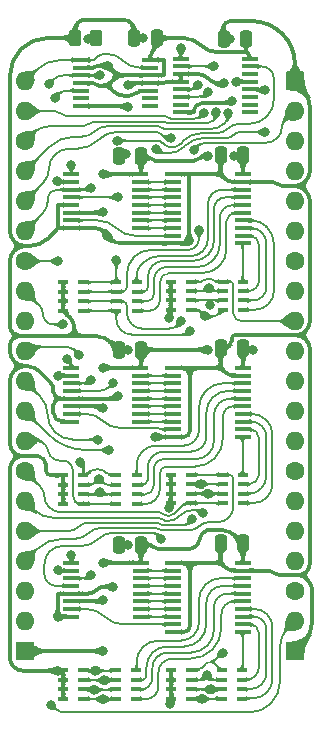
<source format=gtl>
%TF.GenerationSoftware,KiCad,Pcbnew,9.0.7-9.0.7~ubuntu24.04.1*%
%TF.CreationDate,2026-01-16T07:58:29+02:00*%
%TF.ProjectId,GPIO Address Decode,4750494f-2041-4646-9472-657373204465,V1*%
%TF.SameCoordinates,Original*%
%TF.FileFunction,Copper,L1,Top*%
%TF.FilePolarity,Positive*%
%FSLAX46Y46*%
G04 Gerber Fmt 4.6, Leading zero omitted, Abs format (unit mm)*
G04 Created by KiCad (PCBNEW 9.0.7-9.0.7~ubuntu24.04.1) date 2026-01-16 07:58:29*
%MOMM*%
%LPD*%
G01*
G04 APERTURE LIST*
G04 Aperture macros list*
%AMRoundRect*
0 Rectangle with rounded corners*
0 $1 Rounding radius*
0 $2 $3 $4 $5 $6 $7 $8 $9 X,Y pos of 4 corners*
0 Add a 4 corners polygon primitive as box body*
4,1,4,$2,$3,$4,$5,$6,$7,$8,$9,$2,$3,0*
0 Add four circle primitives for the rounded corners*
1,1,$1+$1,$2,$3*
1,1,$1+$1,$4,$5*
1,1,$1+$1,$6,$7*
1,1,$1+$1,$8,$9*
0 Add four rect primitives between the rounded corners*
20,1,$1+$1,$2,$3,$4,$5,0*
20,1,$1+$1,$4,$5,$6,$7,0*
20,1,$1+$1,$6,$7,$8,$9,0*
20,1,$1+$1,$8,$9,$2,$3,0*%
G04 Aperture macros list end*
%TA.AperFunction,SMDPad,CuDef*%
%ADD10R,0.950000X0.450000*%
%TD*%
%TA.AperFunction,SMDPad,CuDef*%
%ADD11RoundRect,0.250000X-0.262500X-0.450000X0.262500X-0.450000X0.262500X0.450000X-0.262500X0.450000X0*%
%TD*%
%TA.AperFunction,ComponentPad*%
%ADD12O,1.600000X1.600000*%
%TD*%
%TA.AperFunction,ComponentPad*%
%ADD13C,1.600000*%
%TD*%
%TA.AperFunction,ComponentPad*%
%ADD14RoundRect,0.250000X-0.550000X-0.550000X0.550000X-0.550000X0.550000X0.550000X-0.550000X0.550000X0*%
%TD*%
%TA.AperFunction,ComponentPad*%
%ADD15R,1.600000X1.600000*%
%TD*%
%TA.AperFunction,SMDPad,CuDef*%
%ADD16R,1.475000X0.450000*%
%TD*%
%TA.AperFunction,SMDPad,CuDef*%
%ADD17RoundRect,0.250000X0.250000X0.475000X-0.250000X0.475000X-0.250000X-0.475000X0.250000X-0.475000X0*%
%TD*%
%TA.AperFunction,SMDPad,CuDef*%
%ADD18R,0.900000X0.450000*%
%TD*%
%TA.AperFunction,SMDPad,CuDef*%
%ADD19R,1.450000X0.450000*%
%TD*%
%TA.AperFunction,ViaPad*%
%ADD20C,0.800000*%
%TD*%
%TA.AperFunction,Conductor*%
%ADD21C,0.200000*%
%TD*%
%TA.AperFunction,Conductor*%
%ADD22C,0.380000*%
%TD*%
G04 APERTURE END LIST*
D10*
%TO.P,CN4,1,1*%
%TO.N,Write GD _{24..31}*%
X14097000Y-52298000D03*
%TO.P,CN4,2,2*%
%TO.N,Write GD _{16..23}*%
X14097000Y-51498000D03*
%TO.P,CN4,3,3*%
%TO.N,Write GD _{8..15}*%
X14097000Y-50698000D03*
%TO.P,CN4,4,4*%
%TO.N,Write GD _{0..7}*%
X14097000Y-49898000D03*
%TO.P,CN4,5,5*%
%TO.N,GND*%
X12397000Y-49898000D03*
%TO.P,CN4,6,6*%
X12397000Y-50698000D03*
%TO.P,CN4,7,7*%
X12397000Y-51498000D03*
%TO.P,CN4,8,8*%
X12397000Y-52298000D03*
%TD*%
D11*
%TO.P,R1,1*%
%TO.N,GND*%
X4217500Y3652000D03*
%TO.P,R1,2*%
%TO.N,Write Enable*%
X6042500Y3652000D03*
%TD*%
D12*
%TO.P,J1,1*%
%TO.N,~{Reset}*%
X0Y0D03*
%TO.P,J1,2*%
%TO.N,~{A_{Enable}2}*%
X0Y-2540000D03*
D13*
%TO.P,J1,3*%
%TO.N,A_{Enable}1*%
X0Y-5080000D03*
D12*
%TO.P,J1,4*%
%TO.N,A4*%
X0Y-7620000D03*
%TO.P,J1,5*%
%TO.N,A3*%
X0Y-10160000D03*
%TO.P,J1,6*%
%TO.N,A2*%
X0Y-12700000D03*
D13*
%TO.P,J1,7*%
%TO.N,A1*%
X0Y-15240000D03*
D12*
%TO.P,J1,8*%
%TO.N,A0*%
X0Y-17780000D03*
%TO.P,J1,9*%
%TO.N,unconnected-(J1-Pad9)*%
X0Y-20320000D03*
%TO.P,J1,10*%
%TO.N,Write OE _{56..63}*%
X0Y-22860000D03*
%TO.P,J1,11*%
%TO.N,Write OE _{48..55}*%
X0Y-25400000D03*
%TO.P,J1,12*%
%TO.N,Write OE _{40..47}*%
X0Y-27940000D03*
%TO.P,J1,13*%
%TO.N,Write OE _{32..39}*%
X0Y-30480000D03*
D13*
%TO.P,J1,14*%
%TO.N,Write OE _{24..31}*%
X0Y-33020000D03*
D12*
%TO.P,J1,15*%
%TO.N,Write OE _{16..23}*%
X0Y-35560000D03*
%TO.P,J1,16*%
%TO.N,Write OE _{8..15}*%
X0Y-38100000D03*
%TO.P,J1,17*%
%TO.N,Write OE _{0..7}*%
X0Y-40640000D03*
%TO.P,J1,18*%
%TO.N,unconnected-(J1-Pad18)*%
X0Y-43180000D03*
%TO.P,J1,19*%
%TO.N,Write Enable*%
X0Y-45720000D03*
D14*
%TO.P,J1,20*%
%TO.N,3.3V*%
X0Y-48260000D03*
D15*
%TO.P,J1,21*%
%TO.N,GND*%
X22860000Y-48260000D03*
D12*
%TO.P,J1,22*%
%TO.N,Enable*%
X22860000Y-45720000D03*
D13*
%TO.P,J1,23*%
%TO.N,unconnected-(J1-Pad23)*%
X22860000Y-43180000D03*
D12*
%TO.P,J1,24*%
%TO.N,Write GD _{0..7}*%
X22860000Y-40640000D03*
%TO.P,J1,25*%
%TO.N,Write GD _{8..15}*%
X22860000Y-38100000D03*
%TO.P,J1,26*%
%TO.N,Write GD _{16..23}*%
X22860000Y-35560000D03*
D13*
%TO.P,J1,27*%
%TO.N,Write GD _{24..31}*%
X22860000Y-33020000D03*
D12*
%TO.P,J1,28*%
%TO.N,Write GD _{32..39}*%
X22860000Y-30480000D03*
%TO.P,J1,29*%
%TO.N,Write GD _{40..47}*%
X22860000Y-27940000D03*
%TO.P,J1,30*%
%TO.N,Write GD _{48..55}*%
X22860000Y-25400000D03*
%TO.P,J1,31*%
%TO.N,Write GD _{56..63}*%
X22860000Y-22860000D03*
%TO.P,J1,32*%
%TO.N,Read GD _{0..7}*%
X22860000Y-20320000D03*
%TO.P,J1,33*%
%TO.N,Read GD _{8..15}*%
X22860000Y-17780000D03*
D13*
%TO.P,J1,34*%
%TO.N,Read GD _{16..23}*%
X22860000Y-15240000D03*
D12*
%TO.P,J1,35*%
%TO.N,Read GD _{24..31}*%
X22860000Y-12700000D03*
%TO.P,J1,36*%
%TO.N,Read GD _{32..39}*%
X22860000Y-10160000D03*
%TO.P,J1,37*%
%TO.N,Read GD _{40..47}*%
X22860000Y-7620000D03*
%TO.P,J1,38*%
%TO.N,Read GD _{48..55}*%
X22860000Y-5080000D03*
%TO.P,J1,39*%
%TO.N,Read GD _{56..63}*%
X22860000Y-2540000D03*
D15*
%TO.P,J1,40*%
%TO.N,GND*%
X22860000Y0D03*
%TD*%
D16*
%TO.P,IC1,1,~{1RD}*%
%TO.N,~{Reset}*%
X4732000Y1782000D03*
%TO.P,IC1,2,1D*%
%TO.N,3.3V*%
X4732000Y1132000D03*
%TO.P,IC1,3,1CP*%
%TO.N,Write Enable*%
X4732000Y482000D03*
%TO.P,IC1,4,~{1SD}*%
%TO.N,3.3V*%
X4732000Y-168000D03*
%TO.P,IC1,5,1Q*%
%TO.N,Enable*%
X4732000Y-818000D03*
%TO.P,IC1,6,~{1Q}*%
%TO.N,unconnected-(IC1-~{1Q}-Pad6)*%
X4732000Y-1468000D03*
%TO.P,IC1,7,GND*%
%TO.N,GND*%
X4732000Y-2118000D03*
%TO.P,IC1,8,~{2Q}*%
%TO.N,unconnected-(IC1-~{2Q}-Pad8)*%
X10608000Y-2118000D03*
%TO.P,IC1,9,2Q*%
%TO.N,unconnected-(IC1-2Q-Pad9)*%
X10608000Y-1468000D03*
%TO.P,IC1,10,~{2SD}*%
%TO.N,3.3V*%
X10608000Y-818000D03*
%TO.P,IC1,11,2CP*%
%TO.N,GND*%
X10608000Y-168000D03*
%TO.P,IC1,12,2D*%
%TO.N,3.3V*%
X10608000Y482000D03*
%TO.P,IC1,13,~{2RD}*%
%TO.N,~{Reset}*%
X10608000Y1132000D03*
%TO.P,IC1,14,3V*%
%TO.N,3.3V*%
X10608000Y1782000D03*
%TD*%
D17*
%TO.P,C5,1*%
%TO.N,3.3V*%
X18714000Y3556000D03*
%TO.P,C5,2*%
%TO.N,GND*%
X16814000Y3556000D03*
%TD*%
D16*
%TO.P,IC3,1,~{OE1}*%
%TO.N,GND*%
X12560000Y-7898000D03*
%TO.P,IC3,2,A1*%
%TO.N,Net-(IC2-~{Y0})*%
X12560000Y-8548000D03*
%TO.P,IC3,3,A2*%
%TO.N,Net-(IC2-~{Y1})*%
X12560000Y-9198000D03*
%TO.P,IC3,4,A3*%
%TO.N,Net-(IC2-~{Y2})*%
X12560000Y-9848000D03*
%TO.P,IC3,5,A4*%
%TO.N,Net-(IC2-~{Y3})*%
X12560000Y-10498000D03*
%TO.P,IC3,6,A5*%
%TO.N,Net-(IC2-~{Y4})*%
X12560000Y-11148000D03*
%TO.P,IC3,7,A6*%
%TO.N,Net-(IC2-~{Y5})*%
X12560000Y-11798000D03*
%TO.P,IC3,8,A7*%
%TO.N,Net-(IC2-~{Y6})*%
X12560000Y-12448000D03*
%TO.P,IC3,9,A8*%
%TO.N,Net-(IC2-~{Y7})*%
X12560000Y-13098000D03*
%TO.P,IC3,10,GND*%
%TO.N,GND*%
X12560000Y-13748000D03*
%TO.P,IC3,11,~{Y8}*%
%TO.N,/RGD _{0..7}*%
X18436000Y-13748000D03*
%TO.P,IC3,12,~{Y7}*%
%TO.N,/RGD _{8..15}*%
X18436000Y-13098000D03*
%TO.P,IC3,13,~{Y6}*%
%TO.N,/RGD _{16..23}*%
X18436000Y-12448000D03*
%TO.P,IC3,14,~{Y5}*%
%TO.N,/RGD _{24..31}*%
X18436000Y-11798000D03*
%TO.P,IC3,15,~{Y4}*%
%TO.N,/RGD _{32..39}*%
X18436000Y-11148000D03*
%TO.P,IC3,16,~{Y3}*%
%TO.N,/RGD _{40..47}*%
X18436000Y-10498000D03*
%TO.P,IC3,17,~{Y2}*%
%TO.N,/RGD _{48..55}*%
X18436000Y-9848000D03*
%TO.P,IC3,18,~{Y1}*%
%TO.N,/RGD _{56..63}*%
X18436000Y-9198000D03*
%TO.P,IC3,19,~{OE2}*%
%TO.N,GND*%
X18436000Y-8548000D03*
%TO.P,IC3,20,3V*%
%TO.N,3.3V*%
X18436000Y-7898000D03*
%TD*%
D18*
%TO.P,RN1,1,R1*%
%TO.N,/RGD _{32..39}*%
X9447000Y-19431000D03*
%TO.P,RN1,2,R2*%
%TO.N,/RGD _{40..47}*%
X9447000Y-18631000D03*
%TO.P,RN1,3,R3*%
%TO.N,/RGD _{48..55}*%
X9447000Y-17831000D03*
%TO.P,RN1,4,R4*%
%TO.N,/RGD _{56..63}*%
X9447000Y-17031000D03*
%TO.P,RN1,5,R4*%
%TO.N,Read GD _{56..63}*%
X7747000Y-17031000D03*
%TO.P,RN1,6,R3*%
%TO.N,Read GD _{48..55}*%
X7747000Y-17831000D03*
%TO.P,RN1,7,R2*%
%TO.N,Read GD _{40..47}*%
X7747000Y-18631000D03*
%TO.P,RN1,8,R1*%
%TO.N,Read GD _{32..39}*%
X7747000Y-19431000D03*
%TD*%
D10*
%TO.P,CN3,1,1*%
%TO.N,GND*%
X3253000Y-49898000D03*
%TO.P,CN3,2,2*%
X3253000Y-50698000D03*
%TO.P,CN3,3,3*%
X3253000Y-51498000D03*
%TO.P,CN3,4,4*%
X3253000Y-52298000D03*
%TO.P,CN3,5,5*%
%TO.N,Write GD _{32..39}*%
X4953000Y-52298000D03*
%TO.P,CN3,6,6*%
%TO.N,Write GD _{40..47}*%
X4953000Y-51498000D03*
%TO.P,CN3,7,7*%
%TO.N,Write GD _{48..55}*%
X4953000Y-50698000D03*
%TO.P,CN3,8,8*%
%TO.N,Write GD _{56..63}*%
X4953000Y-49898000D03*
%TD*%
D17*
%TO.P,C8,1*%
%TO.N,3.3V*%
X9824000Y-6363000D03*
%TO.P,C8,2*%
%TO.N,GND*%
X7924000Y-6363000D03*
%TD*%
%TO.P,C6,1*%
%TO.N,3.3V*%
X9824000Y-22746000D03*
%TO.P,C6,2*%
%TO.N,GND*%
X7924000Y-22746000D03*
%TD*%
D10*
%TO.P,CN6,1,1*%
%TO.N,Write OE _{24..31}*%
X14029000Y-35731000D03*
%TO.P,CN6,2,2*%
%TO.N,Write OE _{16..23}*%
X14029000Y-34931000D03*
%TO.P,CN6,3,3*%
%TO.N,Write OE _{8..15}*%
X14029000Y-34131000D03*
%TO.P,CN6,4,4*%
%TO.N,Write OE _{0..7}*%
X14029000Y-33331000D03*
%TO.P,CN6,5,5*%
%TO.N,GND*%
X12329000Y-33331000D03*
%TO.P,CN6,6,6*%
X12329000Y-34131000D03*
%TO.P,CN6,7,7*%
X12329000Y-34931000D03*
%TO.P,CN6,8,8*%
X12329000Y-35731000D03*
%TD*%
D17*
%TO.P,C4,1*%
%TO.N,3.3V*%
X18464000Y-39144000D03*
%TO.P,C4,2*%
%TO.N,GND*%
X16564000Y-39144000D03*
%TD*%
D19*
%TO.P,IC2,1,A0*%
%TO.N,A0*%
X3933000Y-7898000D03*
%TO.P,IC2,2,A1*%
%TO.N,A1*%
X3933000Y-8548000D03*
%TO.P,IC2,3,A2*%
%TO.N,A2*%
X3933000Y-9198000D03*
%TO.P,IC2,4,~{E1}*%
%TO.N,/Read0*%
X3933000Y-9848000D03*
%TO.P,IC2,5,~{E2}*%
%TO.N,GND*%
X3933000Y-10498000D03*
%TO.P,IC2,6,E3*%
%TO.N,3.3V*%
X3933000Y-11148000D03*
%TO.P,IC2,7,~{Y7}*%
%TO.N,Net-(IC2-~{Y7})*%
X3933000Y-11798000D03*
%TO.P,IC2,8,GND*%
%TO.N,GND*%
X3933000Y-12448000D03*
%TO.P,IC2,9,~{Y6}*%
%TO.N,Net-(IC2-~{Y6})*%
X9783000Y-12448000D03*
%TO.P,IC2,10,~{Y5}*%
%TO.N,Net-(IC2-~{Y5})*%
X9783000Y-11798000D03*
%TO.P,IC2,11,~{Y4}*%
%TO.N,Net-(IC2-~{Y4})*%
X9783000Y-11148000D03*
%TO.P,IC2,12,~{Y3}*%
%TO.N,Net-(IC2-~{Y3})*%
X9783000Y-10498000D03*
%TO.P,IC2,13,~{Y2}*%
%TO.N,Net-(IC2-~{Y2})*%
X9783000Y-9848000D03*
%TO.P,IC2,14,~{Y1}*%
%TO.N,Net-(IC2-~{Y1})*%
X9783000Y-9198000D03*
%TO.P,IC2,15,~{Y0}*%
%TO.N,Net-(IC2-~{Y0})*%
X9783000Y-8548000D03*
%TO.P,IC2,16,3V*%
%TO.N,3.3V*%
X9783000Y-7898000D03*
%TD*%
D18*
%TO.P,RN6,1,R1*%
%TO.N,Write OE _{0..7}*%
X16774000Y-33331000D03*
%TO.P,RN6,2,R2*%
%TO.N,Write OE _{8..15}*%
X16774000Y-34131000D03*
%TO.P,RN6,3,R3*%
%TO.N,Write OE _{16..23}*%
X16774000Y-34931000D03*
%TO.P,RN6,4,R4*%
%TO.N,Write OE _{24..31}*%
X16774000Y-35731000D03*
%TO.P,RN6,5,R4*%
%TO.N,/WOE _{24..31}*%
X18474000Y-35731000D03*
%TO.P,RN6,6,R3*%
%TO.N,/WOE _{16..23}*%
X18474000Y-34931000D03*
%TO.P,RN6,7,R2*%
%TO.N,/WOE _{8..15}*%
X18474000Y-34131000D03*
%TO.P,RN6,8,R1*%
%TO.N,/WOE _{0..7}*%
X18474000Y-33331000D03*
%TD*%
D17*
%TO.P,C2,1*%
%TO.N,3.3V*%
X18460000Y-6251000D03*
%TO.P,C2,2*%
%TO.N,GND*%
X16560000Y-6251000D03*
%TD*%
D18*
%TO.P,RN2,1,R1*%
%TO.N,Read GD _{0..7}*%
X16774000Y-16974000D03*
%TO.P,RN2,2,R2*%
%TO.N,Read GD _{8..15}*%
X16774000Y-17774000D03*
%TO.P,RN2,3,R3*%
%TO.N,Read GD _{16..23}*%
X16774000Y-18574000D03*
%TO.P,RN2,4,R4*%
%TO.N,Read GD _{24..31}*%
X16774000Y-19374000D03*
%TO.P,RN2,5,R4*%
%TO.N,/RGD _{24..31}*%
X18474000Y-19374000D03*
%TO.P,RN2,6,R3*%
%TO.N,/RGD _{16..23}*%
X18474000Y-18574000D03*
%TO.P,RN2,7,R2*%
%TO.N,/RGD _{8..15}*%
X18474000Y-17774000D03*
%TO.P,RN2,8,R1*%
%TO.N,/RGD _{0..7}*%
X18474000Y-16974000D03*
%TD*%
D10*
%TO.P,CN5,1,1*%
%TO.N,GND*%
X3253000Y-33388000D03*
%TO.P,CN5,2,2*%
X3253000Y-34188000D03*
%TO.P,CN5,3,3*%
X3253000Y-34988000D03*
%TO.P,CN5,4,4*%
X3253000Y-35788000D03*
%TO.P,CN5,5,5*%
%TO.N,Write OE _{32..39}*%
X4953000Y-35788000D03*
%TO.P,CN5,6,6*%
%TO.N,Write OE _{40..47}*%
X4953000Y-34988000D03*
%TO.P,CN5,7,7*%
%TO.N,Write OE _{48..55}*%
X4953000Y-34188000D03*
%TO.P,CN5,8,8*%
%TO.N,Write OE _{56..63}*%
X4953000Y-33388000D03*
%TD*%
%TO.P,CN1,1,1*%
%TO.N,GND*%
X3253000Y-17031000D03*
%TO.P,CN1,2,2*%
X3253000Y-17831000D03*
%TO.P,CN1,3,3*%
X3253000Y-18631000D03*
%TO.P,CN1,4,4*%
X3253000Y-19431000D03*
%TO.P,CN1,5,5*%
%TO.N,Read GD _{32..39}*%
X4953000Y-19431000D03*
%TO.P,CN1,6,6*%
%TO.N,Read GD _{40..47}*%
X4953000Y-18631000D03*
%TO.P,CN1,7,7*%
%TO.N,Read GD _{48..55}*%
X4953000Y-17831000D03*
%TO.P,CN1,8,8*%
%TO.N,Read GD _{56..63}*%
X4953000Y-17031000D03*
%TD*%
D18*
%TO.P,RN3,1,R1*%
%TO.N,/WGD _{32..39}*%
X9398000Y-52298000D03*
%TO.P,RN3,2,R2*%
%TO.N,/WGD _{40..47}*%
X9398000Y-51498000D03*
%TO.P,RN3,3,R3*%
%TO.N,/WGD _{48..55}*%
X9398000Y-50698000D03*
%TO.P,RN3,4,R4*%
%TO.N,/WGD _{56..63}*%
X9398000Y-49898000D03*
%TO.P,RN3,5,R4*%
%TO.N,Write GD _{56..63}*%
X7698000Y-49898000D03*
%TO.P,RN3,6,R3*%
%TO.N,Write GD _{48..55}*%
X7698000Y-50698000D03*
%TO.P,RN3,7,R2*%
%TO.N,Write GD _{40..47}*%
X7698000Y-51498000D03*
%TO.P,RN3,8,R1*%
%TO.N,Write GD _{32..39}*%
X7698000Y-52298000D03*
%TD*%
D19*
%TO.P,IC8,1,A0*%
%TO.N,A0*%
X3933000Y-24281000D03*
%TO.P,IC8,2,A1*%
%TO.N,A1*%
X3933000Y-24931000D03*
%TO.P,IC8,3,A2*%
%TO.N,A2*%
X3933000Y-25581000D03*
%TO.P,IC8,4,~{E1}*%
%TO.N,/Write1*%
X3933000Y-26231000D03*
%TO.P,IC8,5,~{E2}*%
%TO.N,GND*%
X3933000Y-26881000D03*
%TO.P,IC8,6,E3*%
%TO.N,3.3V*%
X3933000Y-27531000D03*
%TO.P,IC8,7,~{Y7}*%
%TO.N,Net-(IC8-~{Y7})*%
X3933000Y-28181000D03*
%TO.P,IC8,8,GND*%
%TO.N,GND*%
X3933000Y-28831000D03*
%TO.P,IC8,9,~{Y6}*%
%TO.N,Net-(IC8-~{Y6})*%
X9783000Y-28831000D03*
%TO.P,IC8,10,~{Y5}*%
%TO.N,Net-(IC8-~{Y5})*%
X9783000Y-28181000D03*
%TO.P,IC8,11,~{Y4}*%
%TO.N,Net-(IC8-~{Y4})*%
X9783000Y-27531000D03*
%TO.P,IC8,12,~{Y3}*%
%TO.N,Net-(IC8-~{Y3})*%
X9783000Y-26881000D03*
%TO.P,IC8,13,~{Y2}*%
%TO.N,Net-(IC8-~{Y2})*%
X9783000Y-26231000D03*
%TO.P,IC8,14,~{Y1}*%
%TO.N,Net-(IC8-~{Y1})*%
X9783000Y-25581000D03*
%TO.P,IC8,15,~{Y0}*%
%TO.N,Net-(IC8-~{Y0})*%
X9783000Y-24931000D03*
%TO.P,IC8,16,3V*%
%TO.N,3.3V*%
X9783000Y-24281000D03*
%TD*%
D17*
%TO.P,C1,1*%
%TO.N,3.3V*%
X9828000Y-39256000D03*
%TO.P,C1,2*%
%TO.N,GND*%
X7928000Y-39256000D03*
%TD*%
D18*
%TO.P,RN4,1,R1*%
%TO.N,Write GD _{0..7}*%
X16657000Y-49898000D03*
%TO.P,RN4,2,R2*%
%TO.N,Write GD _{8..15}*%
X16657000Y-50698000D03*
%TO.P,RN4,3,R3*%
%TO.N,Write GD _{16..23}*%
X16657000Y-51498000D03*
%TO.P,RN4,4,R4*%
%TO.N,Write GD _{24..31}*%
X16657000Y-52298000D03*
%TO.P,RN4,5,R4*%
%TO.N,/WGD _{24..31}*%
X18357000Y-52298000D03*
%TO.P,RN4,6,R3*%
%TO.N,/WGD _{16..23}*%
X18357000Y-51498000D03*
%TO.P,RN4,7,R2*%
%TO.N,/WGD _{8..15}*%
X18357000Y-50698000D03*
%TO.P,RN4,8,R1*%
%TO.N,/WGD _{0..7}*%
X18357000Y-49898000D03*
%TD*%
D17*
%TO.P,C7,1*%
%TO.N,3.3V*%
X18460000Y-22634000D03*
%TO.P,C7,2*%
%TO.N,GND*%
X16560000Y-22634000D03*
%TD*%
D19*
%TO.P,IC6,1,A0*%
%TO.N,A0*%
X3937000Y-40791000D03*
%TO.P,IC6,2,A1*%
%TO.N,A1*%
X3937000Y-41441000D03*
%TO.P,IC6,3,A2*%
%TO.N,A2*%
X3937000Y-42091000D03*
%TO.P,IC6,4,~{E1}*%
%TO.N,/Write0*%
X3937000Y-42741000D03*
%TO.P,IC6,5,~{E2}*%
%TO.N,GND*%
X3937000Y-43391000D03*
%TO.P,IC6,6,E3*%
%TO.N,3.3V*%
X3937000Y-44041000D03*
%TO.P,IC6,7,~{Y7}*%
%TO.N,Net-(IC6-~{Y7})*%
X3937000Y-44691000D03*
%TO.P,IC6,8,GND*%
%TO.N,GND*%
X3937000Y-45341000D03*
%TO.P,IC6,9,~{Y6}*%
%TO.N,Net-(IC6-~{Y6})*%
X9787000Y-45341000D03*
%TO.P,IC6,10,~{Y5}*%
%TO.N,Net-(IC6-~{Y5})*%
X9787000Y-44691000D03*
%TO.P,IC6,11,~{Y4}*%
%TO.N,Net-(IC6-~{Y4})*%
X9787000Y-44041000D03*
%TO.P,IC6,12,~{Y3}*%
%TO.N,Net-(IC6-~{Y3})*%
X9787000Y-43391000D03*
%TO.P,IC6,13,~{Y2}*%
%TO.N,Net-(IC6-~{Y2})*%
X9787000Y-42741000D03*
%TO.P,IC6,14,~{Y1}*%
%TO.N,Net-(IC6-~{Y1})*%
X9787000Y-42091000D03*
%TO.P,IC6,15,~{Y0}*%
%TO.N,Net-(IC6-~{Y0})*%
X9787000Y-41441000D03*
%TO.P,IC6,16,3V*%
%TO.N,3.3V*%
X9787000Y-40791000D03*
%TD*%
D16*
%TO.P,IC9,1,~{OE1}*%
%TO.N,GND*%
X12560000Y-24281000D03*
%TO.P,IC9,2,A1*%
%TO.N,Net-(IC8-~{Y0})*%
X12560000Y-24931000D03*
%TO.P,IC9,3,A2*%
%TO.N,Net-(IC8-~{Y1})*%
X12560000Y-25581000D03*
%TO.P,IC9,4,A3*%
%TO.N,Net-(IC8-~{Y2})*%
X12560000Y-26231000D03*
%TO.P,IC9,5,A4*%
%TO.N,Net-(IC8-~{Y3})*%
X12560000Y-26881000D03*
%TO.P,IC9,6,A5*%
%TO.N,Net-(IC8-~{Y4})*%
X12560000Y-27531000D03*
%TO.P,IC9,7,A6*%
%TO.N,Net-(IC8-~{Y5})*%
X12560000Y-28181000D03*
%TO.P,IC9,8,A7*%
%TO.N,Net-(IC8-~{Y6})*%
X12560000Y-28831000D03*
%TO.P,IC9,9,A8*%
%TO.N,Net-(IC8-~{Y7})*%
X12560000Y-29481000D03*
%TO.P,IC9,10,GND*%
%TO.N,GND*%
X12560000Y-30131000D03*
%TO.P,IC9,11,~{Y8}*%
%TO.N,/WOE _{0..7}*%
X18436000Y-30131000D03*
%TO.P,IC9,12,~{Y7}*%
%TO.N,/WOE _{8..15}*%
X18436000Y-29481000D03*
%TO.P,IC9,13,~{Y6}*%
%TO.N,/WOE _{16..23}*%
X18436000Y-28831000D03*
%TO.P,IC9,14,~{Y5}*%
%TO.N,/WOE _{24..31}*%
X18436000Y-28181000D03*
%TO.P,IC9,15,~{Y4}*%
%TO.N,/WOE _{32..39}*%
X18436000Y-27531000D03*
%TO.P,IC9,16,~{Y3}*%
%TO.N,/WOE _{40..47}*%
X18436000Y-26881000D03*
%TO.P,IC9,17,~{Y2}*%
%TO.N,/WOE _{48..55}*%
X18436000Y-26231000D03*
%TO.P,IC9,18,~{Y1}*%
%TO.N,/WOE _{56..63}*%
X18436000Y-25581000D03*
%TO.P,IC9,19,~{OE2}*%
%TO.N,GND*%
X18436000Y-24931000D03*
%TO.P,IC9,20,3V*%
%TO.N,3.3V*%
X18436000Y-24281000D03*
%TD*%
D18*
%TO.P,RN5,1,R1*%
%TO.N,/WOE _{32..39}*%
X9447000Y-35788000D03*
%TO.P,RN5,2,R2*%
%TO.N,/WOE _{40..47}*%
X9447000Y-34988000D03*
%TO.P,RN5,3,R3*%
%TO.N,/WOE _{48..55}*%
X9447000Y-34188000D03*
%TO.P,RN5,4,R4*%
%TO.N,/WOE _{56..63}*%
X9447000Y-33388000D03*
%TO.P,RN5,5,R4*%
%TO.N,Write OE _{56..63}*%
X7747000Y-33388000D03*
%TO.P,RN5,6,R3*%
%TO.N,Write OE _{48..55}*%
X7747000Y-34188000D03*
%TO.P,RN5,7,R2*%
%TO.N,Write OE _{40..47}*%
X7747000Y-34988000D03*
%TO.P,RN5,8,R1*%
%TO.N,Write OE _{32..39}*%
X7747000Y-35788000D03*
%TD*%
D10*
%TO.P,CN2,1,1*%
%TO.N,Read GD _{24..31}*%
X14029000Y-19374000D03*
%TO.P,CN2,2,2*%
%TO.N,Read GD _{16..23}*%
X14029000Y-18574000D03*
%TO.P,CN2,3,3*%
%TO.N,Read GD _{8..15}*%
X14029000Y-17774000D03*
%TO.P,CN2,4,4*%
%TO.N,Read GD _{0..7}*%
X14029000Y-16974000D03*
%TO.P,CN2,5,5*%
%TO.N,GND*%
X12329000Y-16974000D03*
%TO.P,CN2,6,6*%
X12329000Y-17774000D03*
%TO.P,CN2,7,7*%
X12329000Y-18574000D03*
%TO.P,CN2,8,8*%
X12329000Y-19374000D03*
%TD*%
D19*
%TO.P,IC4,1,A0*%
%TO.N,A3*%
X13204000Y1894000D03*
%TO.P,IC4,2,A1*%
%TO.N,A4*%
X13204000Y1244000D03*
%TO.P,IC4,3,A2*%
%TO.N,GND*%
X13204000Y594000D03*
%TO.P,IC4,4,~{E1}*%
X13204000Y-56000D03*
%TO.P,IC4,5,~{E2}*%
%TO.N,~{A_{Enable}2}*%
X13204000Y-706000D03*
%TO.P,IC4,6,E3*%
%TO.N,A_{Enable}1*%
X13204000Y-1356000D03*
%TO.P,IC4,7,~{Y7}*%
%TO.N,unconnected-(IC4-~{Y7}-Pad7)*%
X13204000Y-2006000D03*
%TO.P,IC4,8,GND*%
%TO.N,GND*%
X13204000Y-2656000D03*
%TO.P,IC4,9,~{Y6}*%
%TO.N,unconnected-(IC4-~{Y6}-Pad9)*%
X19054000Y-2656000D03*
%TO.P,IC4,10,~{Y5}*%
%TO.N,unconnected-(IC4-~{Y5}-Pad10)*%
X19054000Y-2006000D03*
%TO.P,IC4,11,~{Y4}*%
%TO.N,unconnected-(IC4-~{Y4}-Pad11)*%
X19054000Y-1356000D03*
%TO.P,IC4,12,~{Y3}*%
%TO.N,/Write1*%
X19054000Y-706000D03*
%TO.P,IC4,13,~{Y2}*%
%TO.N,/Write0*%
X19054000Y-56000D03*
%TO.P,IC4,14,~{Y1}*%
%TO.N,/Read1*%
X19054000Y594000D03*
%TO.P,IC4,15,~{Y0}*%
%TO.N,/Read0*%
X19054000Y1244000D03*
%TO.P,IC4,16,3V*%
%TO.N,3.3V*%
X19054000Y1894000D03*
%TD*%
D17*
%TO.P,C3,1*%
%TO.N,3.3V*%
X11144000Y3642000D03*
%TO.P,C3,2*%
%TO.N,GND*%
X9244000Y3642000D03*
%TD*%
D16*
%TO.P,IC7,1,~{OE1}*%
%TO.N,GND*%
X12564000Y-40791000D03*
%TO.P,IC7,2,A1*%
%TO.N,Net-(IC6-~{Y0})*%
X12564000Y-41441000D03*
%TO.P,IC7,3,A2*%
%TO.N,Net-(IC6-~{Y1})*%
X12564000Y-42091000D03*
%TO.P,IC7,4,A3*%
%TO.N,Net-(IC6-~{Y2})*%
X12564000Y-42741000D03*
%TO.P,IC7,5,A4*%
%TO.N,Net-(IC6-~{Y3})*%
X12564000Y-43391000D03*
%TO.P,IC7,6,A5*%
%TO.N,Net-(IC6-~{Y4})*%
X12564000Y-44041000D03*
%TO.P,IC7,7,A6*%
%TO.N,Net-(IC6-~{Y5})*%
X12564000Y-44691000D03*
%TO.P,IC7,8,A7*%
%TO.N,Net-(IC6-~{Y6})*%
X12564000Y-45341000D03*
%TO.P,IC7,9,A8*%
%TO.N,Net-(IC6-~{Y7})*%
X12564000Y-45991000D03*
%TO.P,IC7,10,GND*%
%TO.N,GND*%
X12564000Y-46641000D03*
%TO.P,IC7,11,~{Y8}*%
%TO.N,/WGD _{0..7}*%
X18440000Y-46641000D03*
%TO.P,IC7,12,~{Y7}*%
%TO.N,/WGD _{8..15}*%
X18440000Y-45991000D03*
%TO.P,IC7,13,~{Y6}*%
%TO.N,/WGD _{16..23}*%
X18440000Y-45341000D03*
%TO.P,IC7,14,~{Y5}*%
%TO.N,/WGD _{24..31}*%
X18440000Y-44691000D03*
%TO.P,IC7,15,~{Y4}*%
%TO.N,/WGD _{32..39}*%
X18440000Y-44041000D03*
%TO.P,IC7,16,~{Y3}*%
%TO.N,/WGD _{40..47}*%
X18440000Y-43391000D03*
%TO.P,IC7,17,~{Y2}*%
%TO.N,/WGD _{48..55}*%
X18440000Y-42741000D03*
%TO.P,IC7,18,~{Y1}*%
%TO.N,/WGD _{56..63}*%
X18440000Y-42091000D03*
%TO.P,IC7,19,~{OE2}*%
%TO.N,GND*%
X18440000Y-41441000D03*
%TO.P,IC7,20,3V*%
%TO.N,3.3V*%
X18440000Y-40791000D03*
%TD*%
D20*
%TO.N,GND*%
X17571784Y-1701459D03*
X7874000Y-26670000D03*
X2790265Y-45342780D03*
X12319000Y-52705000D03*
X8763000Y-2159000D03*
X8744319Y-358000D03*
X11022241Y-30111000D03*
X9975690Y3641997D03*
X2782000Y-49911000D03*
X17354065Y3555990D03*
X8728000Y-39243000D03*
X13892000Y-13533500D03*
X16852883Y-185487D03*
X6985000Y-13081000D03*
X12192000Y-36118000D03*
X7493000Y-42799000D03*
X8521847Y-6166618D03*
X8724000Y-22733000D03*
X12219997Y-20034304D03*
%TO.N,3.3V*%
X15460000Y-6350000D03*
X7040065Y1304492D03*
X6604000Y-40767000D03*
X6604000Y-43941000D03*
X19304000Y-22733000D03*
X17660000Y-6373774D03*
X6604000Y-27721000D03*
X6603992Y-24257000D03*
X6604000Y-48260000D03*
X15460000Y-22729173D03*
X6603985Y-7873986D03*
X6603992Y-11048000D03*
%TO.N,Enable*%
X2241049Y-52790740D03*
X2540000Y-1397000D03*
%TO.N,A0*%
X3555999Y-23495001D03*
X3248000Y-20598170D03*
X3937000Y-7112000D03*
X3937000Y-40132000D03*
%TO.N,A1*%
X2739626Y-8498000D03*
X2784471Y-24931000D03*
X2771197Y-41423057D03*
X2794000Y-15240000D03*
%TO.N,A2*%
X5588000Y-9029000D03*
X5588000Y-25272996D03*
X5588000Y-41783000D03*
%TO.N,/Read0*%
X7874000Y-9779000D03*
X7772684Y-5038000D03*
%TO.N,Read GD _{8..15}*%
X15583574Y-17481088D03*
%TO.N,Read GD _{16..23}*%
X15701291Y-18957067D03*
%TO.N,Read GD _{24..31}*%
X15251526Y-19905865D03*
%TO.N,Read GD _{32..39}*%
X14005641Y-21157031D03*
%TO.N,Read GD _{40..47}*%
X13220000Y-20354458D03*
%TO.N,Read GD _{48..55}*%
X14732000Y-12573004D03*
%TO.N,Read GD _{56..63}*%
X7747000Y-15113000D03*
X14297686Y-5850373D03*
%TO.N,A3*%
X12354937Y-4850000D03*
X13208000Y2801997D03*
%TO.N,A4*%
X16002000Y1244000D03*
X17206167Y-2685750D03*
%TO.N,~{A_{Enable}2}*%
X15156022Y-2691679D03*
X14665289Y-331741D03*
%TO.N,/Write0*%
X17905471Y-56000D03*
X11535605Y-38735000D03*
%TO.N,/Write1*%
X7493000Y-25527000D03*
X20320000Y-4318000D03*
X11132581Y-5754029D03*
X20320000Y-762000D03*
%TO.N,Write GD _{0..7}*%
X16764000Y-48387008D03*
%TO.N,Write GD _{8..15}*%
X15389331Y-50314331D03*
%TO.N,Write GD _{16..23}*%
X15731139Y-51498000D03*
%TO.N,Write GD _{24..31}*%
X14986000Y-52298000D03*
%TO.N,Write GD _{32..39}*%
X6604000Y-52324000D03*
%TO.N,Write GD _{40..47}*%
X5842000Y-51524000D03*
%TO.N,Write GD _{48..55}*%
X6731000Y-50724000D03*
%TO.N,Write GD _{56..63}*%
X5969000Y-49924000D03*
%TO.N,Write OE _{8..15}*%
X14175519Y-37081856D03*
X14887087Y-34131002D03*
%TO.N,Write OE _{16..23}*%
X15113000Y-36576000D03*
X15506000Y-34931000D03*
%TO.N,Write OE _{40..47}*%
X6350000Y-34798000D03*
X7112000Y-31242000D03*
%TO.N,Write OE _{48..55}*%
X6283252Y-33665671D03*
X6223000Y-30353000D03*
%TO.N,Write OE _{56..63}*%
X4605336Y-23203606D03*
X4699000Y-32258000D03*
%TO.N,A_{Enable}1*%
X16182527Y-2660579D03*
X15509974Y-955451D03*
%TO.N,Write Enable*%
X6320278Y494398D03*
X5330000Y3556000D03*
X2032000Y-254000D03*
%TD*%
D21*
%TO.N,/WOE _{24..31}*%
X20488500Y-35264500D02*
G75*
G02*
X19362269Y-35730987I-1126200J1126200D01*
G01*
X20440500Y-28695500D02*
G75*
G03*
X19198387Y-28181005I-1242100J-1242100D01*
G01*
X20955000Y-34138269D02*
G75*
G02*
X20488497Y-35264497I-1592740J9D01*
G01*
X20440500Y-28695500D02*
G75*
G02*
X20954995Y-29937612I-1242100J-1242100D01*
G01*
%TO.N,/WOE _{8..15}*%
X19812000Y-33318417D02*
G75*
G02*
X19573995Y-33892995I-812600J17D01*
G01*
X19594750Y-29698250D02*
G75*
G03*
X19070262Y-29481016I-524450J-524450D01*
G01*
X19594750Y-29698250D02*
G75*
G02*
X19811984Y-30222737I-524450J-524450D01*
G01*
X19574000Y-33893000D02*
G75*
G02*
X18999417Y-34131007I-574600J574600D01*
G01*
%TO.N,/WOE _{16..23}*%
X20067000Y-29211000D02*
G75*
G02*
X20447000Y-30128401I-917400J-917400D01*
G01*
X19933130Y-34549869D02*
G75*
G02*
X19013000Y-34930988I-920130J920169D01*
G01*
X20447000Y-33403139D02*
G75*
G02*
X19999502Y-34483502I-1527870J-1D01*
G01*
X20067000Y-29211000D02*
G75*
G03*
X19149598Y-28831000I-917400J-917400D01*
G01*
%TO.N,/WOE _{40..47}*%
X16002000Y-30490624D02*
G75*
G02*
X15560493Y-31556493I-1507400J24D01*
G01*
X11179000Y-32255000D02*
G75*
G03*
X10922022Y-32875452I620400J-620400D01*
G01*
X11799452Y-31998000D02*
G75*
G03*
X11178985Y-32254985I-52J-877400D01*
G01*
X10687000Y-34779000D02*
G75*
G02*
X10119659Y-35013954I-567300J567400D01*
G01*
X15560500Y-31556500D02*
G75*
G02*
X14494624Y-31998010I-1065900J1065900D01*
G01*
X10922000Y-34211659D02*
G75*
G02*
X10687002Y-34779002I-802350J-1D01*
G01*
X16413000Y-27292000D02*
G75*
G03*
X16002017Y-28284241I992200J-992200D01*
G01*
X17405241Y-26881000D02*
G75*
G03*
X16412988Y-27291988I-41J-1403200D01*
G01*
%TO.N,/WOE _{56..63}*%
X15342000Y-26187000D02*
G75*
G03*
X14736006Y-27650013I1463000J-1463000D01*
G01*
X11094943Y-30861000D02*
G75*
G03*
X9932487Y-31342487I-43J-1643900D01*
G01*
X14736000Y-29582377D02*
G75*
G02*
X14361507Y-30486507I-1278600J-23D01*
G01*
X14361500Y-30486500D02*
G75*
G02*
X13457377Y-30860990I-904100J904100D01*
G01*
X16805013Y-25581000D02*
G75*
G03*
X15341996Y-26186996I-13J-2069000D01*
G01*
X9932500Y-31342500D02*
G75*
G03*
X9451018Y-32504943I1162400J-1162400D01*
G01*
%TO.N,/WOE _{48..55}*%
X17200432Y-26231000D02*
G75*
G03*
X15903990Y-26767990I-32J-1833400D01*
G01*
X11728250Y-31369000D02*
G75*
G03*
X10785485Y-31759485I-50J-1333200D01*
G01*
X14990250Y-30992250D02*
G75*
G02*
X14080695Y-31368998I-909550J909550D01*
G01*
X15367000Y-30082695D02*
G75*
G02*
X14990251Y-30992251I-1286300J-5D01*
G01*
X15904000Y-26768000D02*
G75*
G03*
X15367014Y-28064432I1296400J-1296400D01*
G01*
X10785500Y-31759500D02*
G75*
G03*
X10395021Y-32702250I942700J-942700D01*
G01*
X10395000Y-33744152D02*
G75*
G02*
X10265035Y-34058035I-443900J-48D01*
G01*
X10265000Y-34058000D02*
G75*
G02*
X9951152Y-34187951I-313800J313900D01*
G01*
%TO.N,/WOE _{32..39}*%
X16764000Y-30254171D02*
G75*
G02*
X16065502Y-31940502I-2384840J1D01*
G01*
X11057500Y-35441500D02*
G75*
G02*
X10158205Y-35814002I-899300J899300D01*
G01*
X11430000Y-34542205D02*
G75*
G02*
X11057498Y-35441498I-1271800J5D01*
G01*
X17631210Y-27531000D02*
G75*
G03*
X17017997Y-27784997I-10J-867200D01*
G01*
X16065500Y-31940500D02*
G75*
G02*
X14379171Y-32638988I-1686300J1686300D01*
G01*
X11590500Y-32799500D02*
G75*
G03*
X11429992Y-33186981I387500J-387500D01*
G01*
X11977981Y-32639000D02*
G75*
G03*
X11590505Y-32799505I19J-548000D01*
G01*
X17018000Y-27785000D02*
G75*
G03*
X16764004Y-28398210I613200J-613200D01*
G01*
%TO.N,/WGD _{8..15}*%
X19433669Y-50416330D02*
G75*
G02*
X18828500Y-50667011I-605169J605130D01*
G01*
X19592750Y-46210250D02*
G75*
G03*
X19063433Y-45990986I-529350J-529350D01*
G01*
X19592750Y-46210250D02*
G75*
G02*
X19812014Y-46739566I-529350J-529350D01*
G01*
X19812000Y-49593229D02*
G75*
G02*
X19497491Y-50352491I-1073800J29D01*
G01*
%TO.N,/WGD _{16..23}*%
X20447000Y-50111557D02*
G75*
G02*
X20050003Y-51070003I-1355450J-3D01*
G01*
X20130500Y-45657500D02*
G75*
G02*
X20447001Y-46421598I-764100J-764100D01*
G01*
X20130500Y-45657500D02*
G75*
G03*
X19366401Y-45340999I-764100J-764100D01*
G01*
X20050000Y-51070000D02*
G75*
G02*
X19091557Y-51466982I-958400J958400D01*
G01*
%TO.N,/WGD _{24..31}*%
X20475500Y-51787500D02*
G75*
G02*
X19317884Y-52266994I-1157600J1157600D01*
G01*
X20504000Y-45142000D02*
G75*
G03*
X19415189Y-44691004I-1088800J-1088800D01*
G01*
X20504000Y-45142000D02*
G75*
G02*
X20954996Y-46230810I-1088800J-1088800D01*
G01*
X20955000Y-50629884D02*
G75*
G02*
X20475505Y-51787505I-1637100J-16D01*
G01*
%TO.N,/WGD _{48..55}*%
X16766827Y-42741000D02*
G75*
G03*
X15776992Y-43150992I-27J-1399800D01*
G01*
X14802000Y-47314000D02*
G75*
G02*
X13437969Y-47878987I-1364000J1364000D01*
G01*
X15777000Y-43151000D02*
G75*
G03*
X15367011Y-44140827I989800J-989800D01*
G01*
X10287000Y-50323290D02*
G75*
G02*
X10177253Y-50588253I-374700J-10D01*
G01*
X10795000Y-48387000D02*
G75*
G03*
X10287008Y-49613420I1226400J-1226400D01*
G01*
X12021420Y-47879000D02*
G75*
G03*
X10794994Y-48386994I-20J-1734400D01*
G01*
X10177250Y-50588250D02*
G75*
G02*
X9912290Y-50697996I-264950J264950D01*
G01*
X15367000Y-45949969D02*
G75*
G02*
X14802002Y-47314002I-1929040J-1D01*
G01*
%TO.N,/WGD _{56..63}*%
X14732000Y-45853382D02*
G75*
G02*
X14287505Y-46926505I-1517600J-18D01*
G01*
X11314574Y-47371000D02*
G75*
G03*
X9994007Y-47918007I26J-1867600D01*
G01*
X15276500Y-42635500D02*
G75*
G03*
X14732016Y-43950039I1314500J-1314500D01*
G01*
X16591039Y-42091000D02*
G75*
G03*
X15276488Y-42635488I-39J-1859000D01*
G01*
X14287500Y-46926500D02*
G75*
G02*
X13214382Y-47370993I-1073100J1073100D01*
G01*
X9962834Y-47949165D02*
G75*
G03*
X9447008Y-49194500I1245366J-1245335D01*
G01*
%TO.N,/WGD _{40..47}*%
X10795000Y-50504857D02*
G75*
G02*
X10496496Y-51225496I-1019140J7D01*
G01*
X12095815Y-48387000D02*
G75*
G03*
X11175995Y-48767995I-15J-1300800D01*
G01*
X15430500Y-47815500D02*
G75*
G02*
X14050776Y-48386990I-1379700J1379700D01*
G01*
X16002000Y-46435776D02*
G75*
G02*
X15430500Y-47815500I-1951240J6D01*
G01*
X16341000Y-43730000D02*
G75*
G03*
X16002008Y-44548418I818400J-818400D01*
G01*
X11176000Y-48768000D02*
G75*
G03*
X10795006Y-49687815I919800J-919800D01*
G01*
X17159418Y-43391000D02*
G75*
G03*
X16340995Y-43729995I-18J-1157400D01*
G01*
X10463518Y-51258481D02*
G75*
G02*
X9822500Y-51524010I-641018J640981D01*
G01*
%TO.N,/WGD _{32..39}*%
X10992000Y-52013000D02*
G75*
G02*
X10241179Y-52323992I-750800J750800D01*
G01*
X11303000Y-51262179D02*
G75*
G02*
X10992006Y-52013006I-1061800J-21D01*
G01*
X15868500Y-48139500D02*
G75*
G02*
X14013176Y-48907990I-1855300J1855300D01*
G01*
X16637000Y-46284176D02*
G75*
G02*
X15868498Y-48139498I-2623830J6D01*
G01*
X17721012Y-44041000D02*
G75*
G03*
X16954496Y-44358496I-12J-1084000D01*
G01*
X11645500Y-49250500D02*
G75*
G03*
X11302987Y-50077368I826900J-826900D01*
G01*
X12472368Y-48908000D02*
G75*
G03*
X11645509Y-49250509I32J-1169400D01*
G01*
X16954500Y-44358500D02*
G75*
G03*
X16637005Y-45125012I766500J-766500D01*
G01*
%TO.N,/RGD _{24..31}*%
X20602500Y-18894500D02*
G75*
G02*
X19444884Y-19373994I-1157600J1157600D01*
G01*
X20504000Y-12376000D02*
G75*
G02*
X21081994Y-13771415I-1395400J-1395400D01*
G01*
X21082000Y-17736884D02*
G75*
G02*
X20602505Y-18894505I-1637100J-16D01*
G01*
X20452794Y-12324794D02*
G75*
G03*
X19181000Y-11798003I-1271794J-1271806D01*
G01*
%TO.N,/RGD _{8..15}*%
X19592750Y-13317250D02*
G75*
G03*
X19063433Y-13097986I-529350J-529350D01*
G01*
X19561000Y-17523000D02*
G75*
G02*
X18955032Y-17774013I-606000J606000D01*
G01*
X19812000Y-16917032D02*
G75*
G02*
X19560991Y-17522991I-857000J32D01*
G01*
X19592750Y-13317250D02*
G75*
G02*
X19812014Y-13846566I-529350J-529350D01*
G01*
%TO.N,/RGD _{16..23}*%
X20067000Y-12828000D02*
G75*
G02*
X20447000Y-13745401I-917400J-917400D01*
G01*
X20447000Y-17435359D02*
G75*
G02*
X20113512Y-18240512I-1138600J-41D01*
G01*
X20067000Y-12828000D02*
G75*
G03*
X19149598Y-12448000I-917400J-917400D01*
G01*
X20113500Y-18240500D02*
G75*
G02*
X19308359Y-18573983I-805100J805100D01*
G01*
%TO.N,/RGD _{56..63}*%
X16702631Y-9198000D02*
G75*
G03*
X15847991Y-9551991I-31J-1208600D01*
G01*
X11389687Y-14815000D02*
G75*
G03*
X10016004Y-15384004I13J-1942700D01*
G01*
X15494000Y-13372494D02*
G75*
G02*
X15071502Y-14392502I-1442500J-6D01*
G01*
X9828130Y-15571869D02*
G75*
G03*
X9447011Y-16492000I920170J-920131D01*
G01*
X15071500Y-14392500D02*
G75*
G02*
X14051494Y-14814998I-1020000J1020000D01*
G01*
X15848000Y-9552000D02*
G75*
G03*
X15494013Y-10406631I854600J-854600D01*
G01*
%TO.N,/RGD _{48..55}*%
X10306000Y-17723000D02*
G75*
G02*
X10045264Y-17830985I-260700J260700D01*
G01*
X16291500Y-10137500D02*
G75*
G03*
X16002006Y-10836414I698900J-698900D01*
G01*
X16990414Y-9848000D02*
G75*
G03*
X16291496Y-10137496I-14J-988400D01*
G01*
X10414000Y-17462264D02*
G75*
G02*
X10306010Y-17723010I-368700J-36D01*
G01*
X15506500Y-14719500D02*
G75*
G02*
X14310257Y-15214953I-1196200J1196300D01*
G01*
X16002000Y-13523257D02*
G75*
G02*
X15506498Y-14719498I-1691750J7D01*
G01*
X10807500Y-15608500D02*
G75*
G03*
X10413997Y-16558493I950000J-950000D01*
G01*
X11757493Y-15215000D02*
G75*
G03*
X10807502Y-15608502I7J-1343500D01*
G01*
%TO.N,/RGD _{40..47}*%
X12006012Y-15748000D02*
G75*
G03*
X11239496Y-16065496I-12J-1084000D01*
G01*
X15932252Y-15182747D02*
G75*
G02*
X14567612Y-15748006I-1364652J1364647D01*
G01*
X16497505Y-13818107D02*
G75*
G02*
X15932251Y-15182746I-1929905J7D01*
G01*
X17602848Y-10498000D02*
G75*
G03*
X16821237Y-10821732I-48J-1105300D01*
G01*
X11239500Y-16065500D02*
G75*
G03*
X10922005Y-16832012I766500J-766500D01*
G01*
X16821252Y-10821747D02*
G75*
G03*
X16497521Y-11603343I781548J-781553D01*
G01*
X10922000Y-18067654D02*
G75*
G02*
X10756984Y-18465984I-563400J54D01*
G01*
X10757000Y-18466000D02*
G75*
G02*
X10358654Y-18631023I-398400J398400D01*
G01*
%TO.N,/RGD _{32..39}*%
X17278750Y-11367750D02*
G75*
G03*
X17058989Y-11898273I530550J-530550D01*
G01*
X11654694Y-16480694D02*
G75*
G03*
X11429981Y-17023155I542506J-542506D01*
G01*
X16467000Y-15664000D02*
G75*
G02*
X15037785Y-16255994I-1429200J1429200D01*
G01*
X17809273Y-11148000D02*
G75*
G03*
X17278758Y-11367758I27J-750300D01*
G01*
X11176000Y-19177000D02*
G75*
G02*
X10562789Y-19430996I-613200J613200D01*
G01*
X17059000Y-14234785D02*
G75*
G02*
X16467004Y-15664004I-2021200J-15D01*
G01*
X12197155Y-16256000D02*
G75*
G03*
X11654708Y-16480708I45J-767200D01*
G01*
X11430000Y-18563789D02*
G75*
G02*
X11176003Y-19177003I-867200J-11D01*
G01*
%TO.N,~{A_{Enable}2}*%
X14911361Y-2936339D02*
G75*
G02*
X14320698Y-3181005I-590661J590639D01*
G01*
X12049000Y-3051000D02*
G75*
G03*
X12362847Y-3180980I313800J313800D01*
G01*
X12049000Y-3051000D02*
G75*
G03*
X11735152Y-2921020I-313800J-313800D01*
G01*
X2984500Y-2730500D02*
G75*
G03*
X3444407Y-2920997I459900J459900D01*
G01*
X14478159Y-518870D02*
G75*
G02*
X14026388Y-705991I-451759J451770D01*
G01*
X2984500Y-2730500D02*
G75*
G03*
X2524592Y-2540003I-459900J-459900D01*
G01*
%TO.N,A4*%
X11552000Y-3932000D02*
G75*
G03*
X11325063Y-3838015I-226900J-226900D01*
G01*
X5891500Y-4268500D02*
G75*
G02*
X4852181Y-4698992I-1039300J1039300D01*
G01*
X17206167Y-2963291D02*
G75*
G02*
X17009924Y-3437093I-670067J-9D01*
G01*
X11552000Y-3932000D02*
G75*
G03*
X11778936Y-4025985I226900J226900D01*
G01*
X16813583Y-3633416D02*
G75*
G02*
X15865803Y-4025991I-947783J947816D01*
G01*
X4191000Y-4699000D02*
G75*
G03*
X2022975Y-5597026I0J-3066050D01*
G01*
X6930818Y-3838000D02*
G75*
G03*
X5891494Y-4268494I-18J-1469800D01*
G01*
%TO.N,A3*%
X11616000Y-4569000D02*
G75*
G03*
X10937605Y-4287998I-678400J-678400D01*
G01*
X2032000Y-7429500D02*
G75*
G02*
X1538085Y-8621914I-1686338J5D01*
G01*
X11735094Y-4688094D02*
G75*
G03*
X12125968Y-4850016I390906J390894D01*
G01*
X6174500Y-5001500D02*
G75*
G02*
X4451958Y-5714997I-1722540J1722550D01*
G01*
X7897041Y-4288000D02*
G75*
G03*
X6174502Y-5001502I-1J-2436030D01*
G01*
X2525914Y-6237085D02*
G75*
G03*
X2032000Y-7429500I1192416J-1192415D01*
G01*
X3766420Y-5715000D02*
G75*
G03*
X2540002Y-6223002I0J-1734410D01*
G01*
%TO.N,A_{Enable}1*%
X14755892Y-1305451D02*
G75*
G03*
X14717815Y-1321231I8J-53849D01*
G01*
X14717809Y-1321225D02*
G75*
G02*
X14679726Y-1337006I-38109J38125D01*
G01*
X16182527Y-2891026D02*
G75*
G02*
X16019559Y-3284406I-556327J26D01*
G01*
X2168025Y-3810000D02*
G75*
G03*
X634998Y-4444998I-5J-2168020D01*
G01*
X5851043Y-3438000D02*
G75*
G03*
X5401987Y-3623987I-43J-635000D01*
G01*
X15952763Y-3351236D02*
G75*
G02*
X15398065Y-3580964I-554663J554736D01*
G01*
X15310725Y-1154699D02*
G75*
G02*
X14946779Y-1305420I-363925J363999D01*
G01*
X5402000Y-3624000D02*
G75*
G02*
X4952956Y-3809953I-449000J449100D01*
G01*
X11941814Y-3509500D02*
G75*
G03*
X12114429Y-3580983I172586J172600D01*
G01*
X11941814Y-3509500D02*
G75*
G03*
X11769199Y-3437997I-172614J-172600D01*
G01*
%TO.N,A2*%
X5433998Y-25426998D02*
G75*
G02*
X5062204Y-25581002I-371798J371798D01*
G01*
X5434000Y-41937000D02*
G75*
G02*
X5062211Y-42091005I-371800J371800D01*
G01*
X1912000Y-10216500D02*
G75*
G02*
X1507888Y-11192111I-1379728J3D01*
G01*
X5503500Y-9113500D02*
G75*
G02*
X5299498Y-9198000I-204000J204000D01*
G01*
X2675076Y-9198000D02*
G75*
G03*
X2135500Y-9421500I-6J-763060D01*
G01*
X2135500Y-9421500D02*
G75*
G03*
X1911990Y-9961076I539600J-539600D01*
G01*
%TO.N,A1*%
X2764626Y-8523000D02*
G75*
G03*
X2824981Y-8548000I60374J60400D01*
G01*
X2780168Y-41432028D02*
G75*
G03*
X2801827Y-41440989I21632J21628D01*
G01*
%TO.N,A0*%
X1778000Y-20344170D02*
G75*
G03*
X2391210Y-20598167I613210J613220D01*
G01*
X3788397Y-23727399D02*
G75*
G02*
X3933001Y-24076501I-349097J-349101D01*
G01*
X1246046Y-19026046D02*
G75*
G02*
X1524004Y-19697085I-671036J-671044D01*
G01*
X1524000Y-19730959D02*
G75*
G03*
X1778000Y-20344170I867210J-1D01*
G01*
%TO.N,~{Reset}*%
X3042064Y1782000D02*
G75*
G03*
X891003Y890996I6J-3042060D01*
G01*
X5840000Y1780000D02*
G75*
G03*
X5835171Y1781988I-4800J-4800D01*
G01*
X8226024Y1795975D02*
G75*
G03*
X7043000Y2285985I-1183024J-1183075D01*
G01*
X6709210Y2286000D02*
G75*
G03*
X6095997Y2032003I-10J-867200D01*
G01*
X5840000Y1780000D02*
G75*
G03*
X5844000Y1780000I2000J1998D01*
G01*
X8313000Y1709000D02*
G75*
G03*
X9706001Y1132001I1393000J1393000D01*
G01*
%TO.N,Enable*%
X21590000Y-50873854D02*
G75*
G02*
X20833999Y-52698999I-2581150J4D01*
G01*
X3528414Y-818000D02*
G75*
G03*
X2829496Y-1107496I-14J-988400D01*
G01*
X20834000Y-52699000D02*
G75*
G02*
X19008854Y-53454981I-1825100J1825100D01*
G01*
X2573179Y-53122870D02*
G75*
G03*
X3375011Y-53455000I801831J801830D01*
G01*
X22225000Y-46355000D02*
G75*
G03*
X21590011Y-47888025I1533000J-1533000D01*
G01*
%TO.N,Write Enable*%
X3288430Y482000D02*
G75*
G03*
X2399999Y114000I0J-1256430D01*
G01*
X6314079Y488199D02*
G75*
G02*
X6299113Y482001I-14979J15001D01*
G01*
X5493882Y3652000D02*
G75*
G03*
X5378005Y3603995I18J-163900D01*
G01*
%TO.N,Net-(IC8-~{Y7})*%
X11392902Y-29421000D02*
G75*
G03*
X11537754Y-29481018I144898J144900D01*
G01*
X6593339Y-28771000D02*
G75*
G03*
X8017725Y-29361002I1424391J1424390D01*
G01*
X6593339Y-28771000D02*
G75*
G03*
X5168952Y-28180999I-1424389J-1424390D01*
G01*
X11392902Y-29421000D02*
G75*
G03*
X11248049Y-29360979I-144902J-144900D01*
G01*
%TO.N,Write OE _{24..31}*%
X1291789Y-34311789D02*
G75*
G02*
X1651000Y-35179000I-867209J-867211D01*
G01*
X11725839Y-36662500D02*
G75*
G03*
X12101249Y-36818039I375461J375400D01*
G01*
X12722331Y-36598329D02*
G75*
G02*
X12192000Y-36818000I-530331J530329D01*
G01*
X2061000Y-36097000D02*
G75*
G03*
X3050827Y-36507001I989830J989830D01*
G01*
X11725839Y-36662500D02*
G75*
G03*
X11350428Y-36506977I-375439J-375400D01*
G01*
X1651000Y-35179000D02*
G75*
G03*
X2010214Y-36046206I1226400J0D01*
G01*
%TO.N,Write OE _{8..15}*%
X11432810Y-37500842D02*
G75*
G03*
X11715653Y-37618033I282890J282842D01*
G01*
X4549157Y-37741842D02*
G75*
G02*
X3684488Y-38100001I-864677J864682D01*
G01*
X5413826Y-37383685D02*
G75*
G03*
X4549147Y-37741832I-26J-1222815D01*
G01*
X11432810Y-37500842D02*
G75*
G03*
X11149967Y-37383712I-282810J-282858D01*
G01*
X13907447Y-37349928D02*
G75*
G02*
X13260263Y-37617961I-647147J647228D01*
G01*
%TO.N,Write OE _{16..23}*%
X11598496Y-37100842D02*
G75*
G03*
X11881338Y-37217972I282804J282842D01*
G01*
X13060007Y-36866849D02*
G75*
G02*
X12212255Y-37217968I-847707J847749D01*
G01*
X11598496Y-37100842D02*
G75*
G03*
X11315653Y-36983722I-282796J-282858D01*
G01*
X711842Y-36271842D02*
G75*
G03*
X2430382Y-36983683I1718538J1718542D01*
G01*
X14221599Y-36331856D02*
G75*
G03*
X13151929Y-36774928I1J-1512744D01*
G01*
X14990928Y-36453928D02*
G75*
G03*
X14696220Y-36331831I-294728J-294672D01*
G01*
%TO.N,Write OE _{0..7}*%
X17653000Y-36037184D02*
G75*
G02*
X17272005Y-36957005I-1300800J-16D01*
G01*
X3252038Y-38735000D02*
G75*
G03*
X952498Y-39687498I-8J-3252030D01*
G01*
X14773000Y-37678000D02*
G75*
G02*
X13952167Y-38017986I-820800J820800D01*
G01*
X17538500Y-33445500D02*
G75*
G02*
X17652989Y-33721927I-276400J-276400D01*
G01*
X5390000Y-38283000D02*
G75*
G02*
X4298775Y-38735002I-1091230J1091230D01*
G01*
X15593832Y-37338000D02*
G75*
G03*
X14772990Y-37677990I-32J-1160800D01*
G01*
X17538500Y-33445500D02*
G75*
G03*
X17262072Y-33331011I-276400J-276400D01*
G01*
X6481224Y-37831000D02*
G75*
G03*
X5389993Y-38282993I-24J-1543200D01*
G01*
X11290782Y-37924500D02*
G75*
G03*
X11065054Y-37831025I-225682J-225700D01*
G01*
X17272000Y-36957000D02*
G75*
G02*
X16352184Y-37337994I-919800J919800D01*
G01*
X11290782Y-37924500D02*
G75*
G03*
X11516510Y-38018001I225718J225700D01*
G01*
%TO.N,Write OE _{40..47}*%
X6445000Y-34893000D02*
G75*
G03*
X6674350Y-34988050I229400J229300D01*
G01*
X1954961Y-29894961D02*
G75*
G03*
X5207000Y-31241996I3252039J3252051D01*
G01*
X6255000Y-34893000D02*
G75*
G02*
X6025649Y-34988021I-229400J229400D01*
G01*
%TO.N,Write OE _{56..63}*%
X4249033Y-22847303D02*
G75*
G03*
X3388841Y-22491001I-860193J-860197D01*
G01*
X6857225Y-33134775D02*
G75*
G03*
X6245885Y-32881556I-611325J-611325D01*
G01*
X4826000Y-32385000D02*
G75*
G02*
X4952998Y-32691605I-306600J-306600D01*
G01*
X6885395Y-33162945D02*
G75*
G03*
X7428725Y-33387978I543305J543345D01*
G01*
X6067564Y-32881550D02*
G75*
G03*
X5456246Y-33134796I36J-864550D01*
G01*
%TO.N,Write OE _{32..39}*%
X4276223Y-35611223D02*
G75*
G03*
X4703000Y-35787986I426777J426823D01*
G01*
X2254250Y-31845250D02*
G75*
G03*
X2944111Y-32130995I689850J689850D01*
G01*
X3810000Y-32385000D02*
G75*
G03*
X3196789Y-32131004I-613200J-613200D01*
G01*
X3810000Y-32385000D02*
G75*
G02*
X4063996Y-32998210I-613200J-613200D01*
G01*
X1788894Y-30871894D02*
G75*
G02*
X1968503Y-31305500I-433594J-433606D01*
G01*
X1682750Y-30765750D02*
G75*
G03*
X992888Y-30480004I-689860J-689870D01*
G01*
X1968500Y-31305500D02*
G75*
G03*
X2148107Y-31739103I613200J0D01*
G01*
X4064000Y-35123935D02*
G75*
G03*
X4258499Y-35593501I664060J-5D01*
G01*
%TO.N,Write OE _{48..55}*%
X2540000Y-29718000D02*
G75*
G03*
X4073025Y-30353002I1533030J1533030D01*
G01*
X1276382Y-26676382D02*
G75*
G02*
X1905000Y-28194000I-1517623J-1517620D01*
G01*
X6557416Y-33939835D02*
G75*
G03*
X7219308Y-34213981I661884J661935D01*
G01*
X1905000Y-28194000D02*
G75*
G03*
X2533618Y-29711616I2146230J0D01*
G01*
X6022087Y-33926835D02*
G75*
G02*
X5391580Y-34187977I-630487J630535D01*
G01*
%TO.N,Net-(IC6-~{Y7})*%
X6746000Y-45341000D02*
G75*
G03*
X5176761Y-44690997I-1569240J-1569230D01*
G01*
X6746000Y-45341000D02*
G75*
G03*
X8315238Y-45991000I1569240J1569240D01*
G01*
%TO.N,/Write1*%
X13477063Y-5572936D02*
G75*
G02*
X12214276Y-6095968I-1262763J1262836D01*
G01*
X17653000Y-4572000D02*
G75*
G02*
X17039789Y-4825996I-613200J613200D01*
G01*
X15122025Y-4826000D02*
G75*
G03*
X13588992Y-5460992I-25J-2168000D01*
G01*
X7141000Y-25879000D02*
G75*
G02*
X6291196Y-26230999I-849800J849800D01*
G01*
X18266210Y-4318000D02*
G75*
G03*
X17652997Y-4571997I-10J-867200D01*
G01*
X20304888Y-746888D02*
G75*
G03*
X20268406Y-731781I-36488J-36512D01*
G01*
X11303566Y-5925014D02*
G75*
G03*
X11716362Y-6096021I412834J412814D01*
G01*
%TO.N,/Write0*%
X6161500Y-38800500D02*
G75*
G02*
X4786605Y-39370002I-1374900J1374900D01*
G01*
X3168617Y-39370000D02*
G75*
G03*
X2095495Y-39814495I-17J-1517600D01*
G01*
X1651000Y-41755999D02*
G75*
G03*
X1939500Y-42452500I985000J-1D01*
G01*
X2095500Y-39814500D02*
G75*
G03*
X1651007Y-40887617I1073100J-1073100D01*
G01*
X11283605Y-38483000D02*
G75*
G03*
X10675223Y-38230989I-608405J-608400D01*
G01*
X7536394Y-38231000D02*
G75*
G03*
X6161502Y-38800502I6J-1944400D01*
G01*
X1939500Y-42452500D02*
G75*
G03*
X2636000Y-42741000I696500J696500D01*
G01*
%TO.N,Write GD _{0..7}*%
X15701000Y-49161000D02*
G75*
G03*
X16074854Y-49006141I0J528700D01*
G01*
X16074856Y-49315856D02*
G75*
G03*
X15701000Y-49160996I-373856J-373844D01*
G01*
X16074856Y-49006143D02*
G75*
G03*
X16074855Y-49315857I154844J-154857D01*
G01*
X15701000Y-49161000D02*
G75*
G03*
X15327146Y-49315859I0J-528700D01*
G01*
X14974102Y-49668897D02*
G75*
G02*
X14421000Y-49898001I-553102J553097D01*
G01*
X16728996Y-48387008D02*
G75*
G03*
X16669246Y-48411765I4J-84492D01*
G01*
%TO.N,Write GD _{8..15}*%
X15197496Y-50506165D02*
G75*
G02*
X14734367Y-50697965I-463096J463165D01*
G01*
X15581165Y-50506165D02*
G75*
G03*
X16044294Y-50697993I463135J463165D01*
G01*
%TO.N,Read GD _{0..7}*%
X17567500Y-17059500D02*
G75*
G03*
X17361084Y-16974006I-206400J-206400D01*
G01*
X17653000Y-19669592D02*
G75*
G03*
X17843498Y-20129502I650400J-8D01*
G01*
X15961436Y-16869000D02*
G75*
G03*
X16214928Y-16973978I253464J253500D01*
G01*
X15388492Y-16764000D02*
G75*
G03*
X15135002Y-16869002I8J-358500D01*
G01*
X15961436Y-16869000D02*
G75*
G03*
X15707943Y-16763971I-253536J-253500D01*
G01*
X17843500Y-20129500D02*
G75*
G03*
X18303407Y-20319997I459900J459900D01*
G01*
X17567500Y-17059500D02*
G75*
G02*
X17652994Y-17265915I-206400J-206400D01*
G01*
X15135000Y-16869000D02*
G75*
G02*
X14881507Y-16974003I-253500J253500D01*
G01*
%TO.N,Read GD _{24..31}*%
X14963846Y-19618185D02*
G75*
G03*
X14374330Y-19373978I-589546J-589515D01*
G01*
X16508067Y-19639932D02*
G75*
G02*
X15866049Y-19905895I-642067J642032D01*
G01*
%TO.N,Read GD _{8..15}*%
X15730030Y-17627544D02*
G75*
G03*
X16083606Y-17774005I353570J353544D01*
G01*
X15437118Y-17627544D02*
G75*
G02*
X15083541Y-17774039I-353618J353544D01*
G01*
%TO.N,Net-(IC2-~{Y7})*%
X7749000Y-12448000D02*
G75*
G03*
X6179761Y-11797997I-1569240J-1569230D01*
G01*
X7749000Y-12448000D02*
G75*
G03*
X9318238Y-13098000I1569240J1569240D01*
G01*
%TO.N,/Read0*%
X7839500Y-9813500D02*
G75*
G02*
X7756209Y-9848004I-83300J83300D01*
G01*
X21082000Y-1553158D02*
G75*
G02*
X20473998Y-3020998I-2075850J8D01*
G01*
X17162500Y-4027500D02*
G75*
G02*
X16200435Y-4426015I-962100J962100D01*
G01*
X11758213Y-5319000D02*
G75*
G03*
X12436607Y-5599993I678387J678400D01*
G01*
X20474000Y-3021000D02*
G75*
G02*
X19006158Y-3628953I-1467800J1467900D01*
G01*
X14888457Y-4426000D02*
G75*
G03*
X13471344Y-5013030I43J-2004100D01*
G01*
X20777500Y939500D02*
G75*
G02*
X21081988Y204371I-735100J-735100D01*
G01*
X18124564Y-3629000D02*
G75*
G03*
X17162511Y-4027511I36J-1360600D01*
G01*
X20777500Y939500D02*
G75*
G03*
X20042371Y1243988I-735100J-735100D01*
G01*
X13183102Y-5301211D02*
G75*
G02*
X12461763Y-5599981I-721302J721311D01*
G01*
X11758213Y-5319000D02*
G75*
G03*
X11079818Y-5037988I-678413J-678400D01*
G01*
%TO.N,Read GD _{40..47}*%
X9017000Y-20574000D02*
G75*
G03*
X9936815Y-20954994I919800J919800D01*
G01*
X8516500Y-18750500D02*
G75*
G03*
X8228001Y-18630999I-288500J-288500D01*
G01*
X12919729Y-20654729D02*
G75*
G02*
X12194810Y-20955004I-724929J724929D01*
G01*
X8516500Y-18750500D02*
G75*
G02*
X8636001Y-19038998I-288500J-288500D01*
G01*
X8636000Y-19654184D02*
G75*
G03*
X9016995Y-20574005I1300800J-16D01*
G01*
%TO.N,Read GD _{48..55}*%
X14467330Y-14018830D02*
G75*
G02*
X13828361Y-14283483I-638930J638930D01*
G01*
X14732000Y-13379861D02*
G75*
G02*
X14467342Y-14018842I-903600J-39D01*
G01*
X8516500Y-17711500D02*
G75*
G02*
X8228001Y-17831001I-288500J288500D01*
G01*
X8636000Y-17423001D02*
G75*
G02*
X8516500Y-17711500I-408000J1D01*
G01*
X10702452Y-14283500D02*
G75*
G03*
X9241249Y-14888749I-2J-2066450D01*
G01*
X9241250Y-14888750D02*
G75*
G03*
X8636001Y-16349952I1461200J-1461200D01*
G01*
%TO.N,Read GD _{56..63}*%
X15363557Y-5226000D02*
G75*
G03*
X14609888Y-5538202I43J-1065900D01*
G01*
X21717000Y-4064000D02*
G75*
G02*
X21447589Y-4714404I-919800J0D01*
G01*
X21326500Y-4835500D02*
G75*
G02*
X20383749Y-5226021I-942800J942800D01*
G01*
X21986407Y-3413592D02*
G75*
G03*
X21716995Y-4064000I650393J-650408D01*
G01*
%TO.N,Read GD _{32..39}*%
X13852656Y-21310015D02*
G75*
G02*
X13483319Y-21463019I-369356J369315D01*
G01*
X7747000Y-20162184D02*
G75*
G03*
X8127995Y-21082005I1300800J-16D01*
G01*
X8128000Y-21082000D02*
G75*
G03*
X9047815Y-21462994I919800J919800D01*
G01*
D22*
%TO.N,GND*%
X3590499Y-21570001D02*
G75*
G03*
X4191001Y-20969500I1J600501D01*
G01*
X4191000Y-20969500D02*
G75*
G03*
X4791500Y-21570000I600500J0D01*
G01*
X6668500Y-12764500D02*
G75*
G03*
X5904401Y-12447999I-764100J-764100D01*
G01*
X9244000Y4007843D02*
G75*
G03*
X9609843Y3642000I365840J-3D01*
G01*
X22829184Y-8890000D02*
G75*
G03*
X23749005Y-8509005I16J1300800D01*
G01*
X23749000Y-9271000D02*
G75*
G03*
X22829184Y-8890006I-919800J-919800D01*
G01*
X23749000Y-8509000D02*
G75*
G03*
X23749000Y-9271000I381000J-381000D01*
G01*
X-952500Y-49593500D02*
G75*
G03*
X-185987Y-49911000I766517J766522D01*
G01*
X-889000Y-24511000D02*
G75*
G03*
X-1270005Y-25430815I919810J-919820D01*
G01*
X16100380Y-7898000D02*
G75*
G03*
X16560000Y-7438380I20J459600D01*
G01*
X16885000Y-8223000D02*
G75*
G03*
X16100380Y-7898008I-784600J-784600D01*
G01*
X16560000Y-7438380D02*
G75*
G03*
X16884994Y-8223006I1109600J-20D01*
G01*
X24130000Y-7589184D02*
G75*
G02*
X23749005Y-8509005I-1300800J-16D01*
G01*
X17499214Y-1774028D02*
G75*
G02*
X17324016Y-1846600I-175214J175228D01*
G01*
X8742500Y-2138500D02*
G75*
G03*
X8693008Y-2117996I-49500J-49500D01*
G01*
X16104380Y-24281000D02*
G75*
G03*
X16564000Y-23821380I20J459600D01*
G01*
X16889000Y-24606000D02*
G75*
G03*
X16104380Y-24281008I-784600J-784600D01*
G01*
X16564000Y-23821380D02*
G75*
G03*
X16888994Y-24606006I1109600J-20D01*
G01*
X14319000Y-2638928D02*
G75*
G02*
X14313992Y-2650992I-17100J28D01*
G01*
X-889000Y-24511000D02*
G75*
G03*
X-889000Y-23749000I-380998J381000D01*
G01*
X30815Y-24130000D02*
G75*
G03*
X-889000Y-24511000I-3J-1300808D01*
G01*
X-889000Y-23749000D02*
G75*
G03*
X30815Y-24130000I919817J919820D01*
G01*
X16979500Y4914500D02*
G75*
G03*
X16813980Y4514947I399600J-399600D01*
G01*
X7318500Y-13414500D02*
G75*
G03*
X8123640Y-13747983I805100J805100D01*
G01*
X-1270000Y-12669184D02*
G75*
G03*
X-888999Y-13588999I1300820J4D01*
G01*
X13784750Y-13640750D02*
G75*
G02*
X13525825Y-13748011I-258950J258950D01*
G01*
X2582000Y-27050000D02*
G75*
G03*
X2582000Y-26712000I-169000J169000D01*
G01*
X2990002Y-26881000D02*
G75*
G03*
X2581999Y-27049999I-2J-577000D01*
G01*
X2582000Y-26712000D02*
G75*
G03*
X2990002Y-26880999I408000J408000D01*
G01*
X7768500Y-26775500D02*
G75*
G02*
X7513800Y-26881000I-254700J254700D01*
G01*
X14449989Y-2144514D02*
G75*
G03*
X14319028Y-2460752I316211J-316186D01*
G01*
X16885000Y-41116000D02*
G75*
G03*
X17669619Y-41440992I784600J784600D01*
G01*
X1762000Y-32949273D02*
G75*
G03*
X1890501Y-33259499I438730J3D01*
G01*
X22924782Y-21519000D02*
G75*
G03*
X23777005Y-21166005I18J1205200D01*
G01*
X23777000Y-21872000D02*
G75*
G03*
X22924782Y-21519007I-852200J-852200D01*
G01*
X23777000Y-21166000D02*
G75*
G03*
X23777000Y-21872000I353000J-353000D01*
G01*
X8971750Y4934750D02*
G75*
G02*
X9243992Y4277480I-657250J-657250D01*
G01*
X4490000Y4934500D02*
G75*
G03*
X4217489Y4276626I657900J-657900D01*
G01*
X13970000Y-24984000D02*
G75*
G03*
X13267000Y-24281000I-703000J0D01*
G01*
X14673000Y-24281000D02*
G75*
G03*
X13970000Y-24984000I0J-703000D01*
G01*
X2835071Y-10498000D02*
G75*
G03*
X2823008Y-10503008I29J-17100D01*
G01*
X-1270000Y-30665987D02*
G75*
G03*
X-952500Y-31432500I1084022J4D01*
G01*
X24130000Y-40826221D02*
G75*
G02*
X23835994Y-41535994I-1003800J21D01*
G01*
X8423656Y-6264809D02*
G75*
G02*
X8186601Y-6362985I-237056J237109D01*
G01*
X3253000Y-50127000D02*
G75*
G03*
X3024000Y-49898000I-229000J0D01*
G01*
X12002195Y-56000D02*
G75*
G03*
X11867001Y-112001I5J-191200D01*
G01*
X17501500Y-21977617D02*
G75*
G02*
X17309245Y-22441745I-656400J17D01*
G01*
X13970000Y-29631671D02*
G75*
G02*
X13823758Y-29984758I-499300J-29D01*
G01*
X-952500Y-32067500D02*
G75*
G03*
X-952500Y-31432500I-317499J317500D01*
G01*
X-185987Y-31750000D02*
G75*
G03*
X-952500Y-32067500I-1J-1084011D01*
G01*
X-952500Y-31432500D02*
G75*
G03*
X-185987Y-31750000I766517J766522D01*
G01*
X12329000Y-19848224D02*
G75*
G02*
X12274491Y-19979795I-186100J24D01*
G01*
X12329000Y-35884126D02*
G75*
G02*
X12260492Y-36049492I-233900J26D01*
G01*
X2633000Y-28611000D02*
G75*
G03*
X3164126Y-28831001I531130J531130D01*
G01*
X23126221Y-41830000D02*
G75*
G03*
X23835994Y-41535994I-21J1003800D01*
G01*
X23836000Y-42124000D02*
G75*
G03*
X23126221Y-41829991I-709800J-709800D01*
G01*
X23836000Y-41536000D02*
G75*
G03*
X23836000Y-42124000I294000J-294000D01*
G01*
X11867000Y-112000D02*
G75*
G02*
X11731804Y-168002I-135200J135200D01*
G01*
X21780499Y4000499D02*
G75*
G03*
X19174356Y5080001I-2606149J-2606149D01*
G01*
X11032241Y-30121000D02*
G75*
G03*
X11056383Y-30131024I24159J24100D01*
G01*
X2812999Y-12442999D02*
G75*
G03*
X2818011Y-12430928I-12099J12099D01*
G01*
X2823000Y-12443000D02*
G75*
G03*
X2813000Y-12443000I-5000J-5000D01*
G01*
X2818000Y-12430928D02*
G75*
G03*
X2823008Y-12442992I17100J28D01*
G01*
X-1025999Y-21814001D02*
G75*
G03*
X-1025999Y-21326001I-243998J244000D01*
G01*
X-436930Y-21570001D02*
G75*
G03*
X-1025999Y-21814001I-3J-833063D01*
G01*
X-1025999Y-21326000D02*
G75*
G03*
X-436930Y-21570001I589070J589069D01*
G01*
X9068669Y-168000D02*
G75*
G03*
X8839345Y-263026I31J-324300D01*
G01*
X24325000Y-45759088D02*
G75*
G02*
X23592503Y-47527503I-2500900J-12D01*
G01*
X14314000Y-2651000D02*
G75*
G02*
X14301928Y-2656012I-12100J12100D01*
G01*
X13970000Y-46148499D02*
G75*
G02*
X13825750Y-46496750I-492500J-1D01*
G01*
X7336000Y-22158000D02*
G75*
G03*
X5916444Y-21570003I-1419550J-1419550D01*
G01*
X17797683Y-21519000D02*
G75*
G03*
X17588255Y-21605755I17J-296200D01*
G01*
X6768607Y-42799000D02*
G75*
G03*
X6053998Y-43094998I-7J-1010600D01*
G01*
X-333000Y2715000D02*
G75*
G03*
X-1269998Y452881I2262130J-2262120D01*
G01*
X2137950Y-25489993D02*
G75*
G02*
X2412998Y-26154021I-664030J-664027D01*
G01*
X13825750Y-46496750D02*
G75*
G02*
X13477499Y-46641000I-348250J348250D01*
G01*
X13931000Y-7937000D02*
G75*
G03*
X13891952Y-8031154I94100J-94200D01*
G01*
X21380000Y-8719000D02*
G75*
G03*
X20967169Y-8548013I-412800J-412800D01*
G01*
X23495000Y-634999D02*
G75*
G02*
X24129990Y-2168025I-1533000J-1533001D01*
G01*
X13823750Y-29984750D02*
G75*
G02*
X13470671Y-30130988I-353050J353050D01*
G01*
X16100380Y-40791000D02*
G75*
G03*
X16560000Y-40331380I20J459600D01*
G01*
X16885000Y-41116000D02*
G75*
G03*
X16100380Y-40791008I-784600J-784600D01*
G01*
X16560000Y-40331380D02*
G75*
G03*
X16884994Y-41116006I1109600J-20D01*
G01*
X13970000Y-41496000D02*
G75*
G03*
X13265000Y-40791000I-705000J0D01*
G01*
X14675000Y-40791000D02*
G75*
G03*
X13970000Y-41496000I0J-705000D01*
G01*
X1563500Y-31948500D02*
G75*
G03*
X1084278Y-31750001I-479220J-479220D01*
G01*
X1920274Y-13335725D02*
G75*
G02*
X389000Y-13969999I-1531274J1531275D01*
G01*
X2823000Y-10503000D02*
G75*
G03*
X2817988Y-10515071I12100J-12100D01*
G01*
X2582000Y-27050000D02*
G75*
G03*
X2413001Y-27458002I408000J-408000D01*
G01*
X1890500Y-33259500D02*
G75*
G03*
X2200726Y-33387989I310200J310200D01*
G01*
X-1270000Y-22829184D02*
G75*
G03*
X-888999Y-23748999I1300820J4D01*
G01*
X15543743Y204256D02*
G75*
G03*
X14602819Y594004I-940943J-940956D01*
G01*
X24130000Y-20313782D02*
G75*
G02*
X23777005Y-21166005I-1205200J-18D01*
G01*
X2861511Y-43391000D02*
G75*
G03*
X2811137Y-43411871I-11J-71200D01*
G01*
X17588250Y-21605750D02*
G75*
G03*
X17501493Y-21815183I209450J-209450D01*
G01*
X12333000Y-35877297D02*
G75*
G02*
X12262501Y-36047501I-240700J-3D01*
G01*
X16885000Y-8223000D02*
G75*
G03*
X17669619Y-8547992I784600J784600D01*
G01*
X2413000Y-28079873D02*
G75*
G03*
X2633001Y-28610999I751130J3D01*
G01*
X2823000Y-12443000D02*
G75*
G03*
X2835071Y-12448012I12100J12100D01*
G01*
X-1270000Y-20736931D02*
G75*
G03*
X-1025999Y-21326000I833070J1D01*
G01*
X21827270Y3953729D02*
G75*
G02*
X22859987Y1460500I-2493270J-2493229D01*
G01*
X15051190Y-1846598D02*
G75*
G03*
X14533456Y-2061054I10J-732202D01*
G01*
X1232611Y-24584654D02*
G75*
G03*
X134978Y-24129999I-1097631J-1097626D01*
G01*
X16889000Y-24606000D02*
G75*
G03*
X17673619Y-24930992I784600J784600D01*
G01*
X2811132Y-43411867D02*
G75*
G03*
X2790294Y-43462246I50368J-50333D01*
G01*
X12358000Y-52337000D02*
G75*
G03*
X12318952Y-52431154I94100J-94200D01*
G01*
X12397000Y-52242845D02*
G75*
G02*
X12357987Y-52336987I-133200J45D01*
G01*
X2804192Y-49898000D02*
G75*
G03*
X2788502Y-49904502I8J-22200D01*
G01*
X21380000Y-8719000D02*
G75*
G03*
X21792830Y-8889987I412800J412800D01*
G01*
X21061500Y-41635500D02*
G75*
G03*
X21531064Y-41830015I469600J469600D01*
G01*
X21061500Y-41635500D02*
G75*
G03*
X20591935Y-41440985I-469600J-469600D01*
G01*
X23749000Y-9271000D02*
G75*
G02*
X24129994Y-10190815I-919800J-919800D01*
G01*
X17309250Y-22441750D02*
G75*
G02*
X16845117Y-22634007I-464150J464150D01*
G01*
X13931000Y-7937000D02*
G75*
G03*
X13914845Y-7897890I-16200J16200D01*
G01*
X14025154Y-7898000D02*
G75*
G03*
X13931034Y-7937034I46J-133100D01*
G01*
X23933500Y-42221500D02*
G75*
G02*
X24325015Y-43166664I-945200J-945200D01*
G01*
X2413000Y-26303997D02*
G75*
G03*
X2581999Y-26712001I577000J-3D01*
G01*
X-889000Y-14351000D02*
G75*
G03*
X-1270005Y-15270815I919810J-919820D01*
G01*
X23777000Y-21872000D02*
G75*
G02*
X24129993Y-22724217I-852200J-852200D01*
G01*
X8971750Y4934750D02*
G75*
G03*
X8314480Y5206992I-657250J-657250D01*
G01*
X1563500Y-31948500D02*
G75*
G02*
X1761999Y-32427721I-479220J-479220D01*
G01*
X-952500Y-32067500D02*
G75*
G03*
X-1270000Y-32834012I766513J-766513D01*
G01*
X1929118Y3652000D02*
G75*
G03*
X-332999Y2714999I2J-3199120D01*
G01*
X-889000Y-14351000D02*
G75*
G03*
X-889000Y-13589000I-380998J381000D01*
G01*
X30815Y-13970000D02*
G75*
G03*
X-889000Y-14351000I-3J-1300808D01*
G01*
X-889000Y-13589000D02*
G75*
G03*
X30815Y-13970000I919817J919820D01*
G01*
X-1025999Y-21814001D02*
G75*
G03*
X-1270000Y-22403070I589069J-589070D01*
G01*
X3766382Y-19944382D02*
G75*
G02*
X4190999Y-20969500I-1025122J-1025118D01*
G01*
X15608431Y139568D02*
G75*
G03*
X16393185Y-185505I784769J784732D01*
G01*
X6054000Y-43095000D02*
G75*
G02*
X5339392Y-43390997I-714600J714600D01*
G01*
X17379052Y5080000D02*
G75*
G03*
X16979514Y4914486I48J-565100D01*
G01*
X5147873Y5207000D02*
G75*
G03*
X4490008Y4934492I27J-930400D01*
G01*
X-1270000Y-48826987D02*
G75*
G03*
X-952500Y-49593500I1084022J4D01*
G01*
X4791500Y-21570001D02*
X3590499Y-21570001D01*
X13267000Y-24281000D02*
X14673000Y-24281000D01*
X13265000Y-40791000D02*
X14675000Y-40791000D01*
X13914845Y-7898000D02*
X14025154Y-7898000D01*
%TO.N,3.3V*%
X10611000Y-6547000D02*
G75*
G03*
X10166784Y-6363006I-444200J-444200D01*
G01*
X18787091Y2421908D02*
G75*
G03*
X18741000Y2440995I-46091J-46108D01*
G01*
X14865500Y3041500D02*
G75*
G03*
X13415764Y3641985I-1449700J-1449700D01*
G01*
X5989500Y-274500D02*
G75*
G03*
X6246613Y-380994I257100J257100D01*
G01*
X15223000Y-6350000D02*
G75*
G03*
X14818409Y-6517578I0J-572200D01*
G01*
X6509000Y-27626000D02*
G75*
G03*
X6279649Y-27531021I-229300J-229300D01*
G01*
X6615992Y-7885993D02*
G75*
G03*
X6644979Y-7898013I29008J28993D01*
G01*
X9370000Y-1044000D02*
G75*
G02*
X8824387Y-1269995I-545600J545600D01*
G01*
X10611000Y-6547000D02*
G75*
G03*
X11055215Y-6730994I444200J444200D01*
G01*
X6554000Y-43991000D02*
G75*
G02*
X6433289Y-44040996I-120700J120700D01*
G01*
X5989500Y-274500D02*
G75*
G03*
X5732386Y-168006I-257100J-257100D01*
G01*
X10865000Y-39440000D02*
G75*
G03*
X10420784Y-39256006I-444200J-444200D01*
G01*
X6547778Y-381000D02*
G75*
G03*
X7319025Y-61557I22J1090700D01*
G01*
X7319012Y-700455D02*
G75*
G03*
X6547778Y-381018I-771212J-771245D01*
G01*
X7319012Y-61544D02*
G75*
G03*
X7319011Y-700455I319458J-319456D01*
G01*
X14975105Y-38364894D02*
G75*
G03*
X14795496Y-38798500I433595J-433606D01*
G01*
X9915612Y-818000D02*
G75*
G03*
X9369996Y-1043996I-12J-771600D01*
G01*
X19254500Y-22683500D02*
G75*
G03*
X19134996Y-22634001I-119500J-119500D01*
G01*
X17878500Y-38558500D02*
G75*
G03*
X16464977Y-37973009I-1413500J-1413500D01*
G01*
X11718000Y499500D02*
G75*
G02*
X11675751Y482020I-42200J42200D01*
G01*
X10865000Y-39440000D02*
G75*
G03*
X11309215Y-39623994I444200J444200D01*
G01*
X11144000Y3265500D02*
G75*
G02*
X10877784Y2622764I-909000J0D01*
G01*
X15451586Y-22737586D02*
G75*
G02*
X15431274Y-22745989I-20286J20286D01*
G01*
X11730500Y1777000D02*
G75*
G03*
X11718428Y1782012I-12100J-12100D01*
G01*
X15771111Y-37973000D02*
G75*
G03*
X15081247Y-38258747I-11J-975600D01*
G01*
X5927500Y1210000D02*
G75*
G02*
X5739191Y1132004I-188300J188300D01*
G01*
X6553992Y-11098000D02*
G75*
G02*
X6433281Y-11147990I-120692J120700D01*
G01*
X6615992Y-24269000D02*
G75*
G03*
X6644962Y-24281018I29008J29000D01*
G01*
X14865500Y3041500D02*
G75*
G03*
X16315235Y2441015I1449700J1449700D01*
G01*
X18961722Y2247277D02*
G75*
G02*
X19053986Y2024500I-222822J-222777D01*
G01*
X7451311Y70754D02*
G75*
G03*
X7451311Y893246I-411251J411246D01*
G01*
X8444146Y482000D02*
G75*
G03*
X7451313Y70752I4J-1404080D01*
G01*
X7451311Y893246D02*
G75*
G03*
X8444146Y482001I992829J992824D01*
G01*
X11735500Y541748D02*
G75*
G02*
X11717985Y499515I-59800J52D01*
G01*
X6115808Y1288000D02*
G75*
G03*
X5927497Y1210003I-8J-266300D01*
G01*
X9824000Y-7828008D02*
G75*
G02*
X9803497Y-7877497I-70000J8D01*
G01*
X7031819Y1296246D02*
G75*
G02*
X7011911Y1288006I-19919J19954D01*
G01*
X11730500Y1777000D02*
G75*
G02*
X11735512Y1764928I-12100J-12100D01*
G01*
X14795500Y-6540500D02*
G75*
G02*
X14335592Y-6730997I-459900J459900D01*
G01*
X10809878Y2554878D02*
G75*
G03*
X10608012Y2067500I487422J-487378D01*
G01*
X14509749Y-39338249D02*
G75*
G02*
X13819888Y-39623994I-689849J689849D01*
G01*
X17869588Y-6251000D02*
G75*
G03*
X17721390Y-6312390I12J-209600D01*
G01*
X18687000Y2441000D02*
G75*
G03*
X18714000Y2468000I0J27000D01*
G01*
X18714000Y2468000D02*
G75*
G03*
X18741000Y2441000I27000J0D01*
G01*
X9824000Y-40721008D02*
G75*
G02*
X9803497Y-40770497I-70000J8D01*
G01*
X9803500Y-7877500D02*
G75*
G02*
X9754008Y-7898004I-49500J49500D01*
G01*
X7444690Y-826133D02*
G75*
G03*
X8516278Y-1270002I1071610J1071633D01*
G01*
X9828000Y-24211008D02*
G75*
G02*
X9807497Y-24260497I-70000J8D01*
G01*
X14795500Y-38798500D02*
G75*
G02*
X14615892Y-39232103I-613200J0D01*
G01*
X18741000Y2441000D02*
X18687000Y2441000D01*
%TO.N,GND*%
X4217500Y4276626D02*
X4217500Y3652000D01*
X8314480Y5207000D02*
X5147873Y5207000D01*
X9244000Y4007843D02*
X9244000Y4277480D01*
X16560000Y-7438380D02*
X16560000Y-6251000D01*
X15543743Y204256D02*
X15608431Y139568D01*
X13892000Y-8031154D02*
X13892000Y-13533500D01*
X16100380Y-7898000D02*
X14025154Y-7898000D01*
X12397000Y-50698000D02*
X12397000Y-49898000D01*
X3590499Y-21570001D02*
X-436930Y-21570001D01*
X2788500Y-49904500D02*
X2782000Y-49911000D01*
X24325000Y-45759088D02*
X24325000Y-43166664D01*
X3253000Y-19431000D02*
X3766382Y-19944382D01*
X10608000Y-168000D02*
X11731804Y-168000D01*
X3253000Y-34973000D02*
X3253000Y-35773000D01*
X12219997Y-20034304D02*
X12274498Y-19979802D01*
X8521847Y-6166618D02*
X8423656Y-6264809D01*
X3253000Y-17831000D02*
X3253000Y-18631000D01*
X20967169Y-8548000D02*
X18436000Y-8548000D01*
X4217500Y3652000D02*
X1929118Y3652000D01*
X23592500Y-47527500D02*
X22860000Y-48260000D01*
X13265000Y-40791000D02*
X12560000Y-40791000D01*
X2818000Y-12430928D02*
X2818000Y-10515071D01*
X30815Y-24130000D02*
X134978Y-24130000D01*
X13204000Y-56000D02*
X13204000Y594000D01*
X14449989Y-2144514D02*
X14533453Y-2061051D01*
X12329000Y-17774000D02*
X12329000Y-18574000D01*
X2790265Y-45342780D02*
X3935220Y-45342780D01*
X16814000Y3556000D02*
X17354047Y3556000D01*
X13525825Y-13748000D02*
X12560000Y-13748000D01*
X8839319Y-263000D02*
X8744319Y-358000D01*
X-1270000Y-32834012D02*
X-1270000Y-48826987D01*
X13784750Y-13640750D02*
X13892000Y-13533500D01*
X8123640Y-13748000D02*
X12560000Y-13748000D01*
X17324016Y-1846598D02*
X15051190Y-1846598D01*
X16100380Y-40791000D02*
X14675000Y-40791000D01*
X23836000Y-42124000D02*
X23933500Y-42221500D01*
X12329000Y-19848224D02*
X12329000Y-19374000D01*
X7318500Y-13414500D02*
X6985000Y-13081000D01*
X16564000Y-23821380D02*
X16564000Y-22634000D01*
X10608000Y-168000D02*
X9068669Y-168000D01*
X6768607Y-42799000D02*
X7493000Y-42799000D01*
X2812999Y-12442999D02*
X1920274Y-13335725D01*
X7513800Y-26881000D02*
X3933000Y-26881000D01*
X24130000Y-40826221D02*
X24130000Y-22724217D01*
X12333000Y-35877297D02*
X12333000Y-33357000D01*
X19174356Y5080000D02*
X17379052Y5080000D01*
X-1270000Y-22829184D02*
X-1270000Y-22403070D01*
X1762000Y-32949273D02*
X1762000Y-32427721D01*
X21780499Y4000499D02*
X21827270Y3953729D01*
X14319000Y-2638928D02*
X14319000Y-2460752D01*
X12002195Y-56000D02*
X13204000Y-56000D01*
X12560000Y-30131000D02*
X11056383Y-30131000D01*
X3253000Y-34173000D02*
X3253000Y-33373000D01*
X8724000Y-22733000D02*
X7937000Y-22733000D01*
X12192000Y-36118000D02*
X12260500Y-36049500D01*
X24130000Y-20313782D02*
X24130000Y-10190815D01*
X3933000Y-12448000D02*
X2835071Y-12448000D01*
X12329000Y-35884126D02*
X12329000Y-35731000D01*
X-185987Y-49911000D02*
X2782000Y-49911000D01*
X11032241Y-30121000D02*
X11022241Y-30111000D01*
X16852883Y-185487D02*
X16393185Y-185487D01*
X16104380Y-24281000D02*
X14673000Y-24281000D01*
X8186601Y-6363000D02*
X7924000Y-6363000D01*
X22829184Y-8890000D02*
X21792830Y-8890000D01*
X3253000Y-19431000D02*
X3253000Y-18631000D01*
X12560000Y-30131000D02*
X13470671Y-30131000D01*
X13914845Y-7898000D02*
X12560000Y-7898000D01*
X17669619Y-41441000D02*
X18436000Y-41441000D01*
X-1270000Y-20736931D02*
X-1270000Y-15270815D01*
X9609843Y3642000D02*
X9975687Y3642000D01*
X12329000Y-17774000D02*
X12329000Y-16974000D01*
X3937000Y-43391000D02*
X5339392Y-43391000D01*
X8728000Y-39243000D02*
X7941000Y-39243000D01*
X12192000Y-36118000D02*
X12262500Y-36047500D01*
X4791500Y-21570001D02*
X5916444Y-21570001D01*
X3024000Y-49898000D02*
X2804192Y-49898000D01*
X16814000Y4514947D02*
X16814000Y3556000D01*
X5904401Y-12448000D02*
X3933000Y-12448000D01*
X3253000Y-50127000D02*
X3253000Y-50698000D01*
X8693008Y-2118000D02*
X4732000Y-2118000D01*
X12319000Y-52705000D02*
X12319000Y-52431154D01*
X23495000Y-634999D02*
X22860000Y0D01*
X6668500Y-12764500D02*
X6985000Y-13081000D01*
X23126221Y-41830000D02*
X21531064Y-41830000D01*
X3164126Y-28831000D02*
X3933000Y-28831000D01*
X2200726Y-33388000D02*
X3253000Y-33388000D01*
X13970000Y-46148499D02*
X13970000Y-41496000D01*
X2413000Y-26154021D02*
X2413000Y-26303997D01*
X22860000Y1460500D02*
X22860000Y0D01*
X8742500Y-2138500D02*
X8763000Y-2159000D01*
X20591935Y-41441000D02*
X18440000Y-41441000D01*
X16560000Y-40331380D02*
X16560000Y-39144000D01*
X-1270000Y-12669184D02*
X-1270000Y452881D01*
X3253000Y-34173000D02*
X3253000Y-34973000D01*
X2137950Y-25489993D02*
X1232611Y-24584654D01*
X2990002Y-26881000D02*
X3933000Y-26881000D01*
X2835071Y-10498000D02*
X3933000Y-10498000D01*
X389000Y-13970000D02*
X30815Y-13970000D01*
X9975687Y3642000D02*
X9975690Y3641997D01*
X-1270000Y-25430815D02*
X-1270000Y-30665987D01*
X12397000Y-50698000D02*
X12397000Y-51498000D01*
X17501500Y-21977617D02*
X17501500Y-21815183D01*
X2413000Y-27458002D02*
X2413000Y-28079873D01*
X17499214Y-1774028D02*
X17571784Y-1701459D01*
X24130000Y-7589184D02*
X24130000Y-2168025D01*
X12397000Y-51498000D02*
X12397000Y-52242845D01*
X13970000Y-24984000D02*
X13970000Y-29631671D01*
X3253000Y-17831000D02*
X3253000Y-17031000D01*
X14301928Y-2656000D02*
X13204000Y-2656000D01*
X17669619Y-8548000D02*
X18436000Y-8548000D01*
X3937000Y-43391000D02*
X2861511Y-43391000D01*
X17673619Y-24931000D02*
X18440000Y-24931000D01*
X13477499Y-46641000D02*
X12564000Y-46641000D01*
X-185987Y-31750000D02*
X1084278Y-31750000D01*
X16845117Y-22634000D02*
X16560000Y-22634000D01*
X3253000Y-50698000D02*
X3253000Y-51498000D01*
X12329000Y-18574000D02*
X12329000Y-19374000D01*
X3253000Y-51498000D02*
X3253000Y-52298000D01*
X7336000Y-22158000D02*
X7924000Y-22746000D01*
X2790265Y-45342780D02*
X2790265Y-43462246D01*
X7768500Y-26775500D02*
X7874000Y-26670000D01*
X22924782Y-21519000D02*
X17797683Y-21519000D01*
X13204000Y594000D02*
X14602819Y593999D01*
X13267000Y-24281000D02*
X12564000Y-24281000D01*
%TO.N,3.3V*%
X6554000Y-43991000D02*
X6604000Y-43941000D01*
X7040065Y1304492D02*
X7031819Y1296246D01*
X18460000Y-39144000D02*
X18460000Y-40767000D01*
X5739191Y1132000D02*
X4732000Y1132000D01*
X6603992Y-24257000D02*
X6615992Y-24269000D01*
X9803500Y-40770500D02*
X9783000Y-40791000D01*
X11735500Y541748D02*
X11735500Y1764928D01*
X15460000Y-6350000D02*
X15223000Y-6350000D01*
X10608000Y482000D02*
X8444146Y482000D01*
X18714000Y2468000D02*
X18714000Y3556000D01*
X5732386Y-168000D02*
X4732000Y-168000D01*
X6433289Y-44041000D02*
X3937000Y-44041000D01*
X9824000Y-40721008D02*
X9824000Y-39256000D01*
X9807500Y-24260500D02*
X9787000Y-24281000D01*
X6433281Y-11148000D02*
X3933000Y-11148000D01*
X6604000Y-48260000D02*
X0Y-48260000D01*
X18460000Y-6251000D02*
X18460000Y-7874000D01*
X16464977Y-37973000D02*
X15771111Y-37973000D01*
X7319012Y-61544D02*
X7451311Y70754D01*
X6509000Y-27626000D02*
X6604000Y-27721000D01*
X10166784Y-6363000D02*
X9824000Y-6363000D01*
X8824387Y-1270000D02*
X8516278Y-1270000D01*
X19054000Y2024500D02*
X19054000Y1894000D01*
X17878500Y-38558500D02*
X18464000Y-39144000D01*
X6279649Y-27531000D02*
X3933000Y-27531000D01*
X16315235Y2441000D02*
X18687000Y2441000D01*
X7040065Y1304492D02*
X7451311Y893246D01*
X6644979Y-7898000D02*
X9754008Y-7898000D01*
X15431274Y-22746000D02*
X9824000Y-22746000D01*
X6603985Y-7873986D02*
X6615992Y-7885993D01*
X18460000Y-6251000D02*
X17869588Y-6251000D01*
X18464000Y-22634000D02*
X18464000Y-24257000D01*
X6115808Y1288000D02*
X7011911Y1288000D01*
X6644962Y-24281000D02*
X9783000Y-24281000D01*
X11144000Y3265500D02*
X11144000Y3642000D01*
X10608000Y1782000D02*
X10608000Y2067500D01*
X7319012Y-700455D02*
X7444690Y-826133D01*
X10877774Y2622774D02*
X10809878Y2554878D01*
X11309215Y-39624000D02*
X13819888Y-39624000D01*
X19134996Y-22634000D02*
X18460000Y-22634000D01*
X10608000Y1782000D02*
X11718428Y1782000D01*
X15460000Y-22729173D02*
X15451586Y-22737586D01*
X9828000Y-24211008D02*
X9828000Y-22746000D01*
X6246613Y-381000D02*
X6547778Y-381000D01*
X6604000Y-40767000D02*
X9763000Y-40767000D01*
X9824000Y-6363000D02*
X9824000Y-7828008D01*
X10608000Y482000D02*
X11675751Y482000D01*
X14818415Y-6517584D02*
X14795500Y-6540500D01*
X10420784Y-39256000D02*
X9828000Y-39256000D01*
X6603992Y-11048000D02*
X6553992Y-11098000D01*
X11055215Y-6731000D02*
X14335592Y-6731000D01*
X17660000Y-6373774D02*
X17721387Y-6312387D01*
X18787091Y2421908D02*
X18961722Y2247277D01*
X19304000Y-22733000D02*
X19254500Y-22683500D01*
X14509749Y-39338249D02*
X14615894Y-39232105D01*
X13415764Y3642000D02*
X11144000Y3642000D01*
X14975105Y-38364894D02*
X15081250Y-38258750D01*
X9915612Y-818000D02*
X10608000Y-818000D01*
D21*
%TO.N,~{Reset}*%
X891000Y890999D02*
X0Y0D01*
X8226024Y1795975D02*
X8313000Y1709000D01*
X7043000Y2286000D02*
X6709210Y2286000D01*
X9706001Y1132000D02*
X10608000Y1132000D01*
X6096000Y2032000D02*
X5844000Y1780000D01*
X5835171Y1782000D02*
X4732000Y1782000D01*
X3042064Y1782000D02*
X4732000Y1782000D01*
%TO.N,Enable*%
X21590000Y-50873854D02*
X21590000Y-47888025D01*
X19008854Y-53455000D02*
X3375011Y-53455000D01*
X2829500Y-1107500D02*
X2540000Y-1397000D01*
X3528414Y-818000D02*
X4732000Y-818000D01*
X2241049Y-52790740D02*
X2573179Y-53122870D01*
X22225000Y-46355000D02*
X22860000Y-45720000D01*
%TO.N,A0*%
X3555999Y-23495001D02*
X3788397Y-23727399D01*
X1246046Y-19026046D02*
X0Y-17780000D01*
X3933000Y-24076501D02*
X3933000Y-24281000D01*
X2391210Y-20598170D02*
X3248000Y-20598170D01*
X1524000Y-19697085D02*
X1524000Y-19730959D01*
X3937000Y-7112000D02*
X3937000Y-7894000D01*
X3937000Y-40132000D02*
X3937000Y-40791000D01*
%TO.N,A1*%
X2801827Y-41441000D02*
X3937000Y-41441000D01*
X2771197Y-41423057D02*
X2780168Y-41432028D01*
X2784471Y-24931000D02*
X3933000Y-24931000D01*
X2794000Y-15240000D02*
X0Y-15240000D01*
X2739626Y-8498000D02*
X2764626Y-8523000D01*
X2824981Y-8548000D02*
X3933000Y-8548000D01*
%TO.N,A2*%
X3933000Y-9198000D02*
X2675076Y-9198000D01*
X1912000Y-10216500D02*
X1912000Y-9961076D01*
X1507888Y-11192111D02*
X0Y-12700000D01*
X5588000Y-25272996D02*
X5433998Y-25426998D01*
X5062204Y-25581000D02*
X3933000Y-25581000D01*
X5299498Y-9198000D02*
X3933000Y-9198000D01*
X5434000Y-41937000D02*
X5588000Y-41783000D01*
X5588000Y-9029000D02*
X5503500Y-9113500D01*
X5062211Y-42091000D02*
X3937000Y-42091000D01*
%TO.N,/Read0*%
X16200435Y-4426000D02*
X14888457Y-4426000D01*
X13471313Y-5012999D02*
X13183102Y-5301211D01*
X20042371Y1244000D02*
X19054000Y1244000D01*
X21082000Y-1553158D02*
X21082000Y204371D01*
X7756209Y-9848000D02*
X3933000Y-9848000D01*
X19006158Y-3629000D02*
X18124564Y-3629000D01*
X7772684Y-5038000D02*
X11079818Y-5038000D01*
X7839500Y-9813500D02*
X7874000Y-9779000D01*
X12436607Y-5600000D02*
X12461763Y-5600000D01*
%TO.N,Net-(IC2-~{Y7})*%
X6179761Y-11798000D02*
X3933000Y-11798000D01*
X9318238Y-13098000D02*
X12560000Y-13098000D01*
%TO.N,Net-(IC2-~{Y6})*%
X9783000Y-12448000D02*
X12560000Y-12448000D01*
%TO.N,Net-(IC2-~{Y5})*%
X9783000Y-11798000D02*
X12560000Y-11798000D01*
%TO.N,Net-(IC2-~{Y4})*%
X9783000Y-11148000D02*
X12560000Y-11148000D01*
%TO.N,Net-(IC2-~{Y3})*%
X9783000Y-10498000D02*
X12560000Y-10498000D01*
%TO.N,Net-(IC2-~{Y2})*%
X9783000Y-9848000D02*
X12560000Y-9848000D01*
%TO.N,Net-(IC2-~{Y1})*%
X9783000Y-9198000D02*
X12560000Y-9198000D01*
%TO.N,Net-(IC2-~{Y0})*%
X12560000Y-8548000D02*
X9783000Y-8548000D01*
%TO.N,Read GD _{0..7}*%
X16214928Y-16974000D02*
X16774000Y-16974000D01*
X14881507Y-16974000D02*
X14029000Y-16974000D01*
X17653000Y-19669592D02*
X17653000Y-17265915D01*
X17361084Y-16974000D02*
X16774000Y-16974000D01*
X18303407Y-20320000D02*
X22860000Y-20320000D01*
X15388492Y-16764000D02*
X15707943Y-16764000D01*
%TO.N,Read GD _{8..15}*%
X15083541Y-17774000D02*
X14029000Y-17774000D01*
X15730030Y-17627544D02*
X15583574Y-17481088D01*
X15437118Y-17627544D02*
X15583574Y-17481088D01*
X16083606Y-17774000D02*
X16774000Y-17774000D01*
%TO.N,Read GD _{16..23}*%
X14029000Y-18574000D02*
X16774000Y-18574000D01*
%TO.N,Read GD _{24..31}*%
X16508067Y-19639932D02*
X16774000Y-19374000D01*
X15251526Y-19905865D02*
X15866049Y-19905865D01*
X15251526Y-19905865D02*
X14963846Y-19618185D01*
X14374330Y-19374000D02*
X14029000Y-19374000D01*
%TO.N,Read GD _{32..39}*%
X7747000Y-19431000D02*
X4953000Y-19431000D01*
X7747000Y-20162184D02*
X7747000Y-19431000D01*
X14005641Y-21157031D02*
X13852656Y-21310015D01*
X13483319Y-21463000D02*
X9047815Y-21463000D01*
%TO.N,Read GD _{40..47}*%
X13220000Y-20354458D02*
X12919729Y-20654729D01*
X7747000Y-18631000D02*
X4953000Y-18631000D01*
X9936815Y-20955000D02*
X12194810Y-20955000D01*
X7747000Y-18631000D02*
X8228001Y-18631000D01*
X8636000Y-19038998D02*
X8636000Y-19654184D01*
%TO.N,Read GD _{48..55}*%
X8636000Y-17423001D02*
X8636000Y-16349952D01*
X13828361Y-14283500D02*
X10702452Y-14283500D01*
X7747000Y-17831000D02*
X4953000Y-17831000D01*
X14732000Y-12573004D02*
X14732000Y-13379861D01*
X7747000Y-17831000D02*
X8228001Y-17831000D01*
%TO.N,Read GD _{56..63}*%
X14609872Y-5538186D02*
X14297686Y-5850373D01*
X21986407Y-3413592D02*
X22860000Y-2540000D01*
X15363557Y-5226000D02*
X20383749Y-5226000D01*
X7747000Y-15113000D02*
X7747000Y-17031000D01*
X7747000Y-17031000D02*
X4953000Y-17031000D01*
X21447592Y-4714407D02*
X21326500Y-4835500D01*
%TO.N,A3*%
X11616000Y-4569000D02*
X11735094Y-4688094D01*
X4451958Y-5715000D02*
X3766420Y-5715000D01*
X13208000Y2801997D02*
X13208000Y1898000D01*
X1538085Y-8621914D02*
X0Y-10160000D01*
X10937605Y-4288000D02*
X7897041Y-4288000D01*
X2525914Y-6237085D02*
X2540000Y-6223000D01*
X12125968Y-4850000D02*
X12354937Y-4850000D01*
%TO.N,A4*%
X11325063Y-3838000D02*
X6930818Y-3838000D01*
X17009915Y-3437084D02*
X16813583Y-3633416D01*
X16002000Y1244000D02*
X13204000Y1244000D01*
X4852181Y-4699000D02*
X4191000Y-4699000D01*
X2022974Y-5597025D02*
X0Y-7620000D01*
X17206167Y-2685750D02*
X17206167Y-2963291D01*
X11778936Y-4026000D02*
X15865803Y-4026000D01*
%TO.N,~{A_{Enable}2}*%
X2524592Y-2540000D02*
X0Y-2540000D01*
X11735152Y-2921000D02*
X3444407Y-2921000D01*
X14320698Y-3181000D02*
X12362847Y-3181000D01*
X14026388Y-706000D02*
X13204000Y-706000D01*
X14911361Y-2936339D02*
X15156022Y-2691679D01*
X14665289Y-331741D02*
X14478159Y-518870D01*
%TO.N,/Write0*%
X2636000Y-42741000D02*
X3937000Y-42741000D01*
X11283605Y-38483000D02*
X11535605Y-38735000D01*
X17905471Y-56000D02*
X19054000Y-56000D01*
X1651000Y-41755999D02*
X1651000Y-40887617D01*
X4786605Y-39370000D02*
X3168617Y-39370000D01*
X10675223Y-38231000D02*
X7536394Y-38231000D01*
%TO.N,/Write1*%
X12214276Y-6096000D02*
X11716362Y-6096000D01*
X6291196Y-26231000D02*
X3933000Y-26231000D01*
X7141000Y-25879000D02*
X7493000Y-25527000D01*
X17039789Y-4826000D02*
X15122025Y-4826000D01*
X13477063Y-5572936D02*
X13589000Y-5461000D01*
X11132581Y-5754029D02*
X11303566Y-5925014D01*
X20268406Y-731777D02*
X19079777Y-731777D01*
X18266210Y-4318000D02*
X20320000Y-4318000D01*
X20320000Y-762000D02*
X20304888Y-746888D01*
%TO.N,Net-(IC6-~{Y7})*%
X8315238Y-45991000D02*
X12560000Y-45991000D01*
X5176761Y-44691000D02*
X3933000Y-44691000D01*
%TO.N,Net-(IC6-~{Y6})*%
X9783000Y-45341000D02*
X12560000Y-45341000D01*
%TO.N,Net-(IC6-~{Y5})*%
X9783000Y-44691000D02*
X12560000Y-44691000D01*
%TO.N,Net-(IC6-~{Y4})*%
X9783000Y-44041000D02*
X12560000Y-44041000D01*
%TO.N,Net-(IC6-~{Y3})*%
X9783000Y-43391000D02*
X12560000Y-43391000D01*
%TO.N,Net-(IC6-~{Y2})*%
X9783000Y-42741000D02*
X12560000Y-42741000D01*
%TO.N,Net-(IC6-~{Y1})*%
X9783000Y-42091000D02*
X12560000Y-42091000D01*
%TO.N,Net-(IC6-~{Y0})*%
X12560000Y-41441000D02*
X9783000Y-41441000D01*
%TO.N,Write GD _{0..7}*%
X16074856Y-49315856D02*
X16657000Y-49898000D01*
X16074856Y-49006143D02*
X16669240Y-48411759D01*
X16764000Y-48387008D02*
X16728996Y-48387008D01*
X15327143Y-49315856D02*
X14974102Y-49668897D01*
X14421000Y-49898000D02*
X14097000Y-49898000D01*
%TO.N,Write GD _{8..15}*%
X16044294Y-50698000D02*
X16657000Y-50698000D01*
X15389331Y-50314331D02*
X15197496Y-50506165D01*
X14734367Y-50698000D02*
X14097000Y-50698000D01*
X15389331Y-50314331D02*
X15581165Y-50506165D01*
%TO.N,Write GD _{16..23}*%
X15731139Y-51498000D02*
X14097000Y-51498000D01*
X15731139Y-51498000D02*
X16657000Y-51498000D01*
%TO.N,Write GD _{24..31}*%
X14986000Y-52298000D02*
X14097000Y-52298000D01*
X14986000Y-52298000D02*
X16657000Y-52298000D01*
%TO.N,Write GD _{32..39}*%
X6604000Y-52324000D02*
X7747000Y-52324000D01*
X6604000Y-52324000D02*
X4953000Y-52324000D01*
%TO.N,Write GD _{40..47}*%
X5842000Y-51524000D02*
X7747000Y-51524000D01*
X5842000Y-51524000D02*
X4953000Y-51524000D01*
%TO.N,Write GD _{48..55}*%
X6731000Y-50724000D02*
X4953000Y-50724000D01*
X6731000Y-50724000D02*
X7747000Y-50724000D01*
%TO.N,Write GD _{56..63}*%
X5969000Y-49924000D02*
X7747000Y-49924000D01*
X5969000Y-49924000D02*
X4953000Y-49924000D01*
%TO.N,Net-(IC8-~{Y7})*%
X5168952Y-28181000D02*
X3937000Y-28181000D01*
X8017725Y-29361000D02*
X11248049Y-29361000D01*
X11537754Y-29481000D02*
X12560000Y-29481000D01*
%TO.N,Net-(IC8-~{Y6})*%
X9787000Y-28831000D02*
X12564000Y-28831000D01*
%TO.N,Net-(IC8-~{Y5})*%
X9787000Y-28181000D02*
X12564000Y-28181000D01*
%TO.N,Net-(IC8-~{Y4})*%
X9787000Y-27531000D02*
X12564000Y-27531000D01*
%TO.N,Net-(IC8-~{Y3})*%
X9787000Y-26881000D02*
X12564000Y-26881000D01*
%TO.N,Net-(IC8-~{Y2})*%
X9787000Y-26231000D02*
X12564000Y-26231000D01*
%TO.N,Net-(IC8-~{Y1})*%
X9787000Y-25581000D02*
X12564000Y-25581000D01*
%TO.N,Net-(IC8-~{Y0})*%
X12564000Y-24931000D02*
X9787000Y-24931000D01*
%TO.N,Write OE _{0..7}*%
X13952167Y-38018000D02*
X11516510Y-38018000D01*
X16774000Y-33331000D02*
X14029000Y-33331000D01*
X17262072Y-33331000D02*
X16774000Y-33331000D01*
X15593832Y-37338000D02*
X16352184Y-37338000D01*
X952500Y-39687500D02*
X0Y-40640000D01*
X6481224Y-37831000D02*
X11065054Y-37831000D01*
X17653000Y-36037184D02*
X17653000Y-33721927D01*
X3252038Y-38735000D02*
X4298775Y-38735000D01*
%TO.N,Write OE _{8..15}*%
X14887089Y-34131000D02*
X16774000Y-34131000D01*
X14887089Y-34131000D02*
X14887087Y-34131002D01*
X11715653Y-37618000D02*
X13260263Y-37618000D01*
X5413826Y-37383685D02*
X11149967Y-37383685D01*
X14887085Y-34131000D02*
X14029000Y-34131000D01*
X14887085Y-34131000D02*
X14887087Y-34131002D01*
X14175519Y-37081856D02*
X13907447Y-37349928D01*
X3684488Y-38100000D02*
X0Y-38100000D01*
%TO.N,Write OE _{16..23}*%
X13060007Y-36866849D02*
X13151929Y-36774928D01*
X15506000Y-34931000D02*
X14029000Y-34931000D01*
X14221599Y-36331856D02*
X14696220Y-36331856D01*
X711842Y-36271842D02*
X0Y-35560000D01*
X14990928Y-36453928D02*
X15113000Y-36576000D01*
X11881338Y-37218000D02*
X12212255Y-37218000D01*
X11315653Y-36983685D02*
X2430382Y-36983685D01*
X15506000Y-34931000D02*
X16774000Y-34931000D01*
%TO.N,Write OE _{24..31}*%
X12722331Y-36598329D02*
X13589661Y-35731000D01*
X13589661Y-35731000D02*
X16774000Y-35731000D01*
X1291789Y-34311789D02*
X0Y-33020000D01*
X12101249Y-36818000D02*
X12192000Y-36818000D01*
X3050827Y-36507000D02*
X11350428Y-36507000D01*
X2061000Y-36097000D02*
X2010210Y-36046210D01*
%TO.N,Write OE _{32..39}*%
X4957000Y-35814000D02*
X7751000Y-35814000D01*
X2944111Y-32131000D02*
X3196789Y-32131000D01*
X4276223Y-35611223D02*
X4258500Y-35593500D01*
X2254250Y-31845250D02*
X2148105Y-31739105D01*
X1788894Y-30871894D02*
X1682750Y-30765750D01*
X4703000Y-35788000D02*
X4953000Y-35788000D01*
X992888Y-30480000D02*
X0Y-30480000D01*
X4064000Y-32998210D02*
X4064000Y-35123935D01*
%TO.N,Write OE _{40..47}*%
X6445000Y-34893000D02*
X6350000Y-34798000D01*
X6025649Y-34988000D02*
X4953000Y-34988000D01*
X1954961Y-29894961D02*
X0Y-27940000D01*
X7112000Y-31242000D02*
X5207000Y-31242000D01*
X6350000Y-34798000D02*
X6255000Y-34893000D01*
X6674350Y-34988000D02*
X7747000Y-34988000D01*
%TO.N,Write OE _{48..55}*%
X7219308Y-34214000D02*
X7751000Y-34214000D01*
X6283252Y-33665671D02*
X6022087Y-33926835D01*
X4073025Y-30353000D02*
X6223000Y-30353000D01*
X6283252Y-33665671D02*
X6557416Y-33939835D01*
X5391580Y-34188000D02*
X4953000Y-34188000D01*
X1276382Y-26676382D02*
X0Y-25400000D01*
X2540000Y-29718000D02*
X2533617Y-29711617D01*
%TO.N,Write OE _{56..63}*%
X6857225Y-33134775D02*
X6885395Y-33162945D01*
X4953000Y-32691605D02*
X4953000Y-33388000D01*
X3388841Y-22491000D02*
X369000Y-22491000D01*
X4249033Y-22847303D02*
X4605336Y-23203606D01*
X5456225Y-33134775D02*
X5203000Y-33388000D01*
X7428725Y-33388000D02*
X7747000Y-33388000D01*
X6245885Y-32881550D02*
X6067564Y-32881550D01*
X4699000Y-32258000D02*
X4826000Y-32385000D01*
%TO.N,A_{Enable}1*%
X16182527Y-2891026D02*
X16182527Y-2660579D01*
X635000Y-4445000D02*
X0Y-5080000D01*
X15398065Y-3581000D02*
X12114429Y-3581000D01*
X14679726Y-1337000D02*
X13223000Y-1337000D01*
X15509974Y-955451D02*
X15310725Y-1154699D01*
X2168025Y-3810000D02*
X4952956Y-3810000D01*
X5851043Y-3438000D02*
X11769199Y-3438000D01*
X14755892Y-1305451D02*
X14946779Y-1305451D01*
X16019576Y-3284423D02*
X15952763Y-3351236D01*
%TO.N,Write Enable*%
X5493882Y3652000D02*
X6042500Y3652000D01*
X6314079Y488199D02*
X6320278Y494398D01*
X3288430Y482000D02*
X4732000Y482000D01*
X6299113Y482000D02*
X4732000Y482000D01*
X5330000Y3556000D02*
X5378000Y3604000D01*
X2032000Y-254000D02*
X2400000Y113999D01*
%TO.N,/RGD _{32..39}*%
X17059000Y-11898273D02*
X17059000Y-14234785D01*
X17809273Y-11148000D02*
X18436000Y-11148000D01*
X10562789Y-19431000D02*
X9447000Y-19431000D01*
X11430000Y-17023155D02*
X11430000Y-18563789D01*
X15037785Y-16256000D02*
X12197155Y-16256000D01*
%TO.N,/RGD _{40..47}*%
X17602848Y-10498000D02*
X18436000Y-10498000D01*
X12006012Y-15748000D02*
X14567612Y-15748000D01*
X10358654Y-18631000D02*
X9447000Y-18631000D01*
X16497505Y-13818107D02*
X16497505Y-11603343D01*
X10922000Y-16832012D02*
X10922000Y-18067654D01*
%TO.N,/RGD _{48..55}*%
X16990414Y-9848000D02*
X18436000Y-9848000D01*
X14310257Y-15215000D02*
X11757493Y-15215000D01*
X10045264Y-17831000D02*
X9447000Y-17831000D01*
X16002000Y-10836414D02*
X16002000Y-13523257D01*
X10414000Y-17462264D02*
X10414000Y-16558493D01*
%TO.N,/RGD _{56..63}*%
X15494000Y-13372494D02*
X15494000Y-10406631D01*
X11389687Y-14815000D02*
X14051494Y-14815000D01*
X9447000Y-16492000D02*
X9447000Y-17031000D01*
X16702631Y-9198000D02*
X18436000Y-9198000D01*
X10015999Y-15383999D02*
X9828130Y-15571869D01*
%TO.N,/RGD _{16..23}*%
X20447000Y-13745401D02*
X20447000Y-17435359D01*
X19308359Y-18574000D02*
X18474000Y-18574000D01*
X19149598Y-12448000D02*
X18436000Y-12448000D01*
%TO.N,/RGD _{8..15}*%
X19812000Y-16917032D02*
X19812000Y-13846566D01*
X19063433Y-13098000D02*
X18436000Y-13098000D01*
X18955032Y-17774000D02*
X18474000Y-17774000D01*
%TO.N,/RGD _{24..31}*%
X19444884Y-19374000D02*
X18474000Y-19374000D01*
X21082000Y-13771415D02*
X21082000Y-17736884D01*
X20504000Y-12376000D02*
X20452794Y-12324794D01*
X19181000Y-11798000D02*
X18436000Y-11798000D01*
%TO.N,/RGD _{0..7}*%
X18436000Y-13748000D02*
X18436000Y-16936000D01*
%TO.N,/WGD _{32..39}*%
X16637000Y-46284176D02*
X16637000Y-45125012D01*
X17721012Y-44041000D02*
X18436000Y-44041000D01*
X11303000Y-51262179D02*
X11303000Y-50077368D01*
X10241179Y-52324000D02*
X9447000Y-52324000D01*
X14013176Y-48908000D02*
X12472368Y-48908000D01*
%TO.N,/WGD _{40..47}*%
X12095815Y-48387000D02*
X14050776Y-48387000D01*
X10496499Y-51225499D02*
X10463518Y-51258481D01*
X16002000Y-46435776D02*
X16002000Y-44548418D01*
X10795000Y-50504857D02*
X10795000Y-49687815D01*
X9822500Y-51524000D02*
X9447000Y-51524000D01*
X17159418Y-43391000D02*
X18436000Y-43391000D01*
%TO.N,/WGD _{56..63}*%
X9447000Y-49194500D02*
X9447000Y-49924000D01*
X16591039Y-42091000D02*
X18436000Y-42091000D01*
X14732000Y-45853382D02*
X14732000Y-43950039D01*
X11314574Y-47371000D02*
X13214382Y-47371000D01*
X9993999Y-47917999D02*
X9962834Y-47949165D01*
%TO.N,/WGD _{48..55}*%
X9912290Y-50698000D02*
X9398000Y-50698000D01*
X15367000Y-44140827D02*
X15367000Y-45949969D01*
X13437969Y-47879000D02*
X12021420Y-47879000D01*
X16766827Y-42741000D02*
X18436000Y-42741000D01*
X10287000Y-50323290D02*
X10287000Y-49613420D01*
%TO.N,/WGD _{24..31}*%
X19415189Y-44691000D02*
X18436000Y-44691000D01*
X20955000Y-46230810D02*
X20955000Y-50629884D01*
X19317884Y-52267000D02*
X18474000Y-52267000D01*
%TO.N,/WGD _{16..23}*%
X19366401Y-45341000D02*
X18436000Y-45341000D01*
X20447000Y-50111557D02*
X20447000Y-46421598D01*
X19091557Y-51467000D02*
X18474000Y-51467000D01*
%TO.N,/WGD _{8..15}*%
X18828500Y-50667000D02*
X18474000Y-50667000D01*
X19812000Y-46739566D02*
X19812000Y-49593229D01*
X19433669Y-50416330D02*
X19497500Y-50352500D01*
X19063433Y-45991000D02*
X18436000Y-45991000D01*
%TO.N,/WGD _{0..7}*%
X18436000Y-46641000D02*
X18436000Y-49829000D01*
%TO.N,/WOE _{32..39}*%
X16764000Y-30254171D02*
X16764000Y-28398210D01*
X11430000Y-34542205D02*
X11430000Y-33186981D01*
X17631210Y-27531000D02*
X18440000Y-27531000D01*
X14379171Y-32639000D02*
X11977981Y-32639000D01*
X10158205Y-35814000D02*
X9451000Y-35814000D01*
%TO.N,/WOE _{48..55}*%
X10395000Y-32702250D02*
X10395000Y-33744152D01*
X17200432Y-26231000D02*
X18440000Y-26231000D01*
X9951152Y-34188000D02*
X9447000Y-34188000D01*
X15367000Y-30082695D02*
X15367000Y-28064432D01*
X11728250Y-31369000D02*
X14080695Y-31369000D01*
%TO.N,/WOE _{56..63}*%
X9451000Y-32504943D02*
X9451000Y-33414000D01*
X14736000Y-27650013D02*
X14736000Y-29582377D01*
X11094943Y-30861000D02*
X13457377Y-30861000D01*
X16805013Y-25581000D02*
X18440000Y-25581000D01*
%TO.N,/WOE _{40..47}*%
X10922000Y-32875452D02*
X10922000Y-34211659D01*
X17405241Y-26881000D02*
X18440000Y-26881000D01*
X10119659Y-35014000D02*
X9451000Y-35014000D01*
X16002000Y-30490624D02*
X16002000Y-28284241D01*
X11799452Y-31998000D02*
X14494624Y-31998000D01*
%TO.N,/WOE _{0..7}*%
X18440000Y-30131000D02*
X18440000Y-33319000D01*
%TO.N,/WOE _{16..23}*%
X19933130Y-34549869D02*
X19999500Y-34483500D01*
X19149598Y-28831000D02*
X18440000Y-28831000D01*
X19013000Y-34931000D02*
X18474000Y-34931000D01*
X20447000Y-30128401D02*
X20447000Y-33403139D01*
%TO.N,/WOE _{8..15}*%
X18999417Y-34131000D02*
X18474000Y-34131000D01*
X19070262Y-29481000D02*
X18440000Y-29481000D01*
X19812000Y-33318417D02*
X19812000Y-30222737D01*
%TO.N,/WOE _{24..31}*%
X19198387Y-28181000D02*
X18440000Y-28181000D01*
X19362269Y-35731000D02*
X18474000Y-35731000D01*
X20955000Y-34138269D02*
X20955000Y-29937612D01*
%TD*%
%TA.AperFunction,Conductor*%
%TO.N,/WOE _{8..15}*%
G36*
X19170907Y-29315168D02*
G01*
X19176098Y-29322465D01*
X19176103Y-29322484D01*
X19179813Y-29338769D01*
X19197150Y-29363120D01*
X19255293Y-29402742D01*
X19255297Y-29402743D01*
X19255298Y-29402744D01*
X19333929Y-29430176D01*
X19398231Y-29452609D01*
X19412054Y-29456564D01*
X19413570Y-29456998D01*
X19420581Y-29462569D01*
X19421600Y-29471466D01*
X19421160Y-29472724D01*
X19353498Y-29636082D01*
X19347167Y-29642414D01*
X19339877Y-29642962D01*
X19312090Y-29636082D01*
X19303105Y-29633857D01*
X19303102Y-29633856D01*
X19303099Y-29633856D01*
X19233357Y-29631342D01*
X19233354Y-29631343D01*
X19191007Y-29652476D01*
X19178187Y-29674491D01*
X19175498Y-29692566D01*
X19170890Y-29700245D01*
X19162203Y-29702417D01*
X19160509Y-29702034D01*
X18476976Y-29493406D01*
X18470064Y-29487714D01*
X18469202Y-29478800D01*
X18474894Y-29471888D01*
X18477768Y-29470814D01*
X19162079Y-29313680D01*
X19170907Y-29315168D01*
G37*
%TD.AperFunction*%
%TD*%
%TA.AperFunction,Conductor*%
%TO.N,/WOE _{16..23}*%
G36*
X19170403Y-28629290D02*
G01*
X19175927Y-28636339D01*
X19176099Y-28637038D01*
X19180980Y-28659891D01*
X19201278Y-28688034D01*
X19267476Y-28726864D01*
X19346392Y-28747716D01*
X19346395Y-28747716D01*
X19346396Y-28747717D01*
X19400525Y-28755296D01*
X19408243Y-28759837D01*
X19410490Y-28768505D01*
X19410459Y-28768713D01*
X19382660Y-28944237D01*
X19377981Y-28951872D01*
X19370669Y-28954099D01*
X19317450Y-28952119D01*
X19317449Y-28952119D01*
X19317448Y-28952119D01*
X19317444Y-28952119D01*
X19317441Y-28952120D01*
X19238239Y-28966486D01*
X19238238Y-28966486D01*
X19191228Y-28999492D01*
X19178216Y-29024257D01*
X19178216Y-29024258D01*
X19175495Y-29042568D01*
X19170889Y-29050247D01*
X19162202Y-29052421D01*
X19160510Y-29052039D01*
X18473358Y-28842534D01*
X18466444Y-28836844D01*
X18465579Y-28827931D01*
X18471269Y-28821017D01*
X18473618Y-28820076D01*
X19161514Y-28628212D01*
X19170403Y-28629290D01*
G37*
%TD.AperFunction*%
%TD*%
%TA.AperFunction,Conductor*%
%TO.N,/WGD _{8..15}*%
G36*
X19174925Y-45828107D02*
G01*
X19180086Y-45835407D01*
X19183741Y-45851506D01*
X19183741Y-45851507D01*
X19183742Y-45851508D01*
X19200894Y-45875746D01*
X19200895Y-45875746D01*
X19200896Y-45875748D01*
X19258472Y-45915394D01*
X19258475Y-45915396D01*
X19400606Y-45965940D01*
X19417165Y-45970801D01*
X19424138Y-45976419D01*
X19425096Y-45985322D01*
X19424679Y-45986505D01*
X19357026Y-46149823D01*
X19350694Y-46156154D01*
X19343259Y-46156665D01*
X19307023Y-46147195D01*
X19237186Y-46143364D01*
X19195002Y-46163385D01*
X19182187Y-46184906D01*
X19179520Y-46202596D01*
X19174898Y-46210266D01*
X19166207Y-46212421D01*
X19164535Y-46212042D01*
X18481299Y-46003505D01*
X18474387Y-45997813D01*
X18473525Y-45988899D01*
X18479217Y-45981987D01*
X18482140Y-45980902D01*
X19166103Y-45826585D01*
X19174925Y-45828107D01*
G37*
%TD.AperFunction*%
%TD*%
%TA.AperFunction,Conductor*%
%TO.N,/WGD _{40..47}*%
G36*
X9850344Y-51284907D02*
G01*
X9851288Y-51287555D01*
X9860792Y-51329618D01*
X9886229Y-51360534D01*
X9895336Y-51365816D01*
X9920498Y-51380413D01*
X9990728Y-51395015D01*
X10040390Y-51393059D01*
X10048791Y-51396158D01*
X10052325Y-51402467D01*
X10087012Y-51576844D01*
X10085265Y-51585627D01*
X10077820Y-51590602D01*
X10077458Y-51590668D01*
X10018199Y-51600531D01*
X10018196Y-51600531D01*
X10018194Y-51600532D01*
X10018191Y-51600533D01*
X9919406Y-51630610D01*
X9865898Y-51669183D01*
X9852452Y-51706018D01*
X9846396Y-51712614D01*
X9837449Y-51712997D01*
X9836331Y-51712521D01*
X9418323Y-51508588D01*
X9412390Y-51501881D01*
X9412938Y-51492943D01*
X9418224Y-51487606D01*
X9834650Y-51279665D01*
X9843582Y-51279036D01*
X9850344Y-51284907D01*
G37*
%TD.AperFunction*%
%TD*%
%TA.AperFunction,Conductor*%
%TO.N,/WGD _{32..39}*%
G36*
X18402032Y-44030112D02*
G01*
X18409101Y-44035606D01*
X18410216Y-44044492D01*
X18404721Y-44051562D01*
X18402346Y-44052585D01*
X17715620Y-44261999D01*
X17706707Y-44261135D01*
X17701016Y-44254221D01*
X17700740Y-44253130D01*
X17695726Y-44228373D01*
X17695726Y-44228372D01*
X17679860Y-44203548D01*
X17679859Y-44203547D01*
X17639324Y-44177655D01*
X17589324Y-44166329D01*
X17509438Y-44167794D01*
X17501104Y-44164519D01*
X17497749Y-44158379D01*
X17476706Y-44052585D01*
X17463012Y-43983739D01*
X17464759Y-43974958D01*
X17472204Y-43969983D01*
X17472638Y-43969905D01*
X17535231Y-43959932D01*
X17631655Y-43929283D01*
X17684598Y-43889313D01*
X17698896Y-43848376D01*
X17704859Y-43841698D01*
X17713037Y-43840953D01*
X18402032Y-44030112D01*
G37*
%TD.AperFunction*%
%TD*%
%TA.AperFunction,Conductor*%
%TO.N,/RGD _{8..15}*%
G36*
X19170918Y-12933918D02*
G01*
X19176093Y-12941225D01*
X19179774Y-12957418D01*
X19197013Y-12981717D01*
X19197014Y-12981718D01*
X19254855Y-13021369D01*
X19254856Y-13021369D01*
X19254857Y-13021370D01*
X19397365Y-13071628D01*
X19413348Y-13076267D01*
X19420338Y-13081864D01*
X19421323Y-13090764D01*
X19420896Y-13091981D01*
X19353237Y-13255314D01*
X19346905Y-13261645D01*
X19339531Y-13262172D01*
X19303084Y-13252858D01*
X19233262Y-13249568D01*
X19233261Y-13249568D01*
X19191004Y-13270037D01*
X19191003Y-13270037D01*
X19191003Y-13270038D01*
X19178187Y-13291748D01*
X19175511Y-13309585D01*
X19170895Y-13317258D01*
X19162205Y-13319419D01*
X19160525Y-13319039D01*
X18477168Y-13110465D01*
X18470256Y-13104773D01*
X18469394Y-13095859D01*
X18475086Y-13088947D01*
X18477989Y-13087866D01*
X19162092Y-12932410D01*
X19170918Y-12933918D01*
G37*
%TD.AperFunction*%
%TD*%
%TA.AperFunction,Conductor*%
%TO.N,/RGD _{16..23}*%
G36*
X19170403Y-12246290D02*
G01*
X19175927Y-12253339D01*
X19176099Y-12254038D01*
X19180980Y-12276891D01*
X19201278Y-12305034D01*
X19267476Y-12343864D01*
X19346392Y-12364716D01*
X19346395Y-12364716D01*
X19346396Y-12364717D01*
X19400525Y-12372296D01*
X19408243Y-12376837D01*
X19410490Y-12385505D01*
X19410459Y-12385713D01*
X19382660Y-12561237D01*
X19377981Y-12568872D01*
X19370669Y-12571099D01*
X19317450Y-12569119D01*
X19317449Y-12569119D01*
X19317448Y-12569119D01*
X19317444Y-12569119D01*
X19317441Y-12569120D01*
X19238239Y-12583486D01*
X19238238Y-12583486D01*
X19191228Y-12616492D01*
X19178216Y-12641257D01*
X19178216Y-12641258D01*
X19175495Y-12659568D01*
X19170889Y-12667247D01*
X19162202Y-12669421D01*
X19160510Y-12669039D01*
X18473358Y-12459534D01*
X18466444Y-12453844D01*
X18465579Y-12444931D01*
X18471269Y-12438017D01*
X18473618Y-12437076D01*
X19161514Y-12245212D01*
X19170403Y-12246290D01*
G37*
%TD.AperFunction*%
%TD*%
%TA.AperFunction,Conductor*%
%TO.N,/RGD _{32..39}*%
G36*
X18393993Y-11137869D02*
G01*
X18401301Y-11143043D01*
X18402811Y-11151870D01*
X18397637Y-11159179D01*
X18394817Y-11160469D01*
X17711240Y-11369111D01*
X17702326Y-11368249D01*
X17696634Y-11361337D01*
X17696287Y-11359865D01*
X17692760Y-11338929D01*
X17692760Y-11338928D01*
X17677250Y-11316432D01*
X17677249Y-11316431D01*
X17640164Y-11303024D01*
X17627181Y-11298330D01*
X17627180Y-11298330D01*
X17627177Y-11298329D01*
X17568809Y-11303024D01*
X17568804Y-11303025D01*
X17532484Y-11312329D01*
X17523619Y-11311062D01*
X17518772Y-11305473D01*
X17513835Y-11293556D01*
X17451113Y-11142141D01*
X17451113Y-11141461D01*
X17450688Y-11140930D01*
X17451113Y-11137073D01*
X17451113Y-11133189D01*
X17451595Y-11132706D01*
X17451670Y-11132029D01*
X17454700Y-11129601D01*
X17457445Y-11126857D01*
X17458659Y-11126431D01*
X17458660Y-11126430D01*
X17474659Y-11121783D01*
X17474660Y-11121783D01*
X17474661Y-11121782D01*
X17511691Y-11111046D01*
X17622967Y-11068541D01*
X17680559Y-11025629D01*
X17694824Y-10989302D01*
X17701037Y-10982854D01*
X17708303Y-10982169D01*
X18393993Y-11137869D01*
G37*
%TD.AperFunction*%
%TD*%
%TA.AperFunction,Conductor*%
%TO.N,~{A_{Enable}2}*%
G36*
X14833209Y-2476069D02*
G01*
X14834477Y-2476802D01*
X15152943Y-2688782D01*
X15157931Y-2696219D01*
X15157941Y-2696268D01*
X15231861Y-3072804D01*
X15230092Y-3081582D01*
X15222929Y-3086477D01*
X15028708Y-3129839D01*
X15028691Y-3129843D01*
X14889836Y-3168463D01*
X14869873Y-3174300D01*
X14869676Y-3174356D01*
X14738405Y-3210251D01*
X14737847Y-3210389D01*
X14557266Y-3250356D01*
X14548448Y-3248797D01*
X14543314Y-3241460D01*
X14543279Y-3241295D01*
X14508714Y-3067522D01*
X14510461Y-3058739D01*
X14517149Y-3053941D01*
X14570789Y-3039516D01*
X14620119Y-3016743D01*
X14656740Y-2988817D01*
X14682827Y-2956092D01*
X14712092Y-2877660D01*
X14725301Y-2784274D01*
X14732296Y-2725611D01*
X14732506Y-2724403D01*
X14738924Y-2696219D01*
X14762553Y-2592458D01*
X14763485Y-2589850D01*
X14817521Y-2481327D01*
X14824276Y-2475449D01*
X14833209Y-2476069D01*
G37*
%TD.AperFunction*%
%TD*%
%TA.AperFunction,Conductor*%
%TO.N,~{A_{Enable}2}*%
G36*
X14342471Y-116122D02*
G01*
X14343679Y-116826D01*
X14659088Y-326944D01*
X14662233Y-329039D01*
X14667218Y-336478D01*
X14667227Y-336522D01*
X14741079Y-712618D01*
X14739310Y-721396D01*
X14731896Y-726344D01*
X14684206Y-735896D01*
X14648304Y-743088D01*
X14648299Y-743088D01*
X14634099Y-745944D01*
X14633757Y-746008D01*
X14341054Y-795860D01*
X14339428Y-796021D01*
X14005978Y-805652D01*
X13997609Y-802466D01*
X13993945Y-794295D01*
X13993940Y-793957D01*
X13993940Y-616915D01*
X13997367Y-608642D01*
X14004827Y-605243D01*
X14056524Y-601653D01*
X14105614Y-589067D01*
X14143248Y-568926D01*
X14171461Y-541914D01*
X14207775Y-470011D01*
X14230849Y-378827D01*
X14270564Y-233175D01*
X14271398Y-231003D01*
X14326755Y-121295D01*
X14333541Y-115455D01*
X14342471Y-116122D01*
G37*
%TD.AperFunction*%
%TD*%
%TA.AperFunction,Conductor*%
%TO.N,A4*%
G36*
X17210859Y-2687714D02*
G01*
X17516930Y-2893317D01*
X17529131Y-2901513D01*
X17534088Y-2908971D01*
X17532379Y-2917660D01*
X17437015Y-3062480D01*
X17437013Y-3062483D01*
X17372756Y-3160000D01*
X17372360Y-3160563D01*
X17264744Y-3304658D01*
X17264046Y-3305507D01*
X17096707Y-3490464D01*
X17088615Y-3494299D01*
X17080181Y-3491290D01*
X17080031Y-3491151D01*
X16951336Y-3369373D01*
X16947683Y-3361199D01*
X16950342Y-3353445D01*
X16983416Y-3313226D01*
X17008079Y-3268733D01*
X17019315Y-3227397D01*
X17019041Y-3188219D01*
X16991622Y-3112337D01*
X16991619Y-3112332D01*
X16991618Y-3112329D01*
X16957726Y-3059119D01*
X16941216Y-3033198D01*
X16941090Y-3032995D01*
X16857231Y-2893316D01*
X16856161Y-2890988D01*
X16818031Y-2776347D01*
X16818672Y-2767417D01*
X16825440Y-2761554D01*
X16826826Y-2761185D01*
X17202077Y-2685981D01*
X17210859Y-2687714D01*
G37*
%TD.AperFunction*%
%TD*%
%TA.AperFunction,Conductor*%
%TO.N,A3*%
G36*
X12273387Y-4462389D02*
G01*
X12279147Y-4469246D01*
X12279462Y-4470472D01*
X12354686Y-4845929D01*
X12352951Y-4854714D01*
X12352926Y-4854751D01*
X12139366Y-5172676D01*
X12131908Y-5177633D01*
X12123130Y-5175864D01*
X12122934Y-5175730D01*
X12118581Y-5172676D01*
X11996146Y-5086777D01*
X11995533Y-5086315D01*
X11900918Y-5009804D01*
X11899902Y-5008878D01*
X11756041Y-4861481D01*
X11755908Y-4861342D01*
X11576654Y-4671535D01*
X11573465Y-4663168D01*
X11576886Y-4655230D01*
X11703077Y-4529039D01*
X11711349Y-4525613D01*
X11718391Y-4527969D01*
X11800536Y-4589876D01*
X11841273Y-4604042D01*
X11880403Y-4607393D01*
X11957823Y-4588905D01*
X12040750Y-4548915D01*
X12137211Y-4501941D01*
X12138802Y-4501306D01*
X12264467Y-4461613D01*
X12273387Y-4462389D01*
G37*
%TD.AperFunction*%
%TD*%
%TA.AperFunction,Conductor*%
%TO.N,A_{Enable}1*%
G36*
X16187241Y-2662564D02*
G01*
X16187278Y-2662589D01*
X16504937Y-2875970D01*
X16509894Y-2883428D01*
X16508125Y-2892206D01*
X16507810Y-2892653D01*
X16348918Y-3106840D01*
X16347743Y-3108193D01*
X16205396Y-3248804D01*
X16205240Y-3248955D01*
X16031742Y-3414077D01*
X16023387Y-3417298D01*
X16015403Y-3413875D01*
X15889185Y-3287657D01*
X15885758Y-3279384D01*
X15888056Y-3272421D01*
X15944339Y-3196448D01*
X15956222Y-3158622D01*
X15956222Y-3158618D01*
X15956223Y-3158615D01*
X15957606Y-3122416D01*
X15957606Y-3122412D01*
X15935896Y-3051290D01*
X15893285Y-2975997D01*
X15893229Y-2975897D01*
X15832662Y-2866388D01*
X15831791Y-2864397D01*
X15794360Y-2751162D01*
X15795017Y-2742231D01*
X15801797Y-2736381D01*
X15803158Y-2736021D01*
X16178456Y-2660829D01*
X16187241Y-2662564D01*
G37*
%TD.AperFunction*%
%TD*%
%TA.AperFunction,Conductor*%
%TO.N,A_{Enable}1*%
G36*
X15187153Y-739825D02*
G01*
X15188329Y-740513D01*
X15506918Y-952749D01*
X15511903Y-960188D01*
X15511912Y-960232D01*
X15585681Y-1335906D01*
X15583912Y-1344684D01*
X15576454Y-1349641D01*
X15576082Y-1349708D01*
X15264230Y-1400534D01*
X15262600Y-1400683D01*
X15000445Y-1406325D01*
X15000131Y-1406328D01*
X14846702Y-1405512D01*
X14838447Y-1402041D01*
X14835064Y-1393812D01*
X14835064Y-1216386D01*
X14838491Y-1208113D01*
X14845974Y-1204713D01*
X14896886Y-1201269D01*
X14896889Y-1201268D01*
X14896892Y-1201268D01*
X14945666Y-1189145D01*
X14983377Y-1169721D01*
X15012018Y-1143635D01*
X15050059Y-1074037D01*
X15075727Y-985466D01*
X15113778Y-858489D01*
X15114551Y-856563D01*
X15171417Y-744938D01*
X15178226Y-739123D01*
X15187153Y-739825D01*
G37*
%TD.AperFunction*%
%TD*%
%TA.AperFunction,Conductor*%
%TO.N,A2*%
G36*
X5265172Y-25057345D02*
G01*
X5266212Y-25057963D01*
X5584944Y-25270294D01*
X5589929Y-25277733D01*
X5589938Y-25277777D01*
X5663723Y-25653531D01*
X5661954Y-25662309D01*
X5654496Y-25667266D01*
X5654201Y-25667320D01*
X5509380Y-25691919D01*
X5508462Y-25692038D01*
X5391565Y-25702484D01*
X5390059Y-25702521D01*
X5196303Y-25694816D01*
X5196232Y-25694813D01*
X4906322Y-25681512D01*
X4898214Y-25677709D01*
X4895158Y-25669824D01*
X4895158Y-25491209D01*
X4898585Y-25482936D01*
X4905271Y-25479618D01*
X5007503Y-25465651D01*
X5046796Y-25447275D01*
X5077476Y-25422485D01*
X5120922Y-25355824D01*
X5153691Y-25269992D01*
X5185692Y-25183526D01*
X5186305Y-25182153D01*
X5249371Y-25062251D01*
X5256254Y-25056527D01*
X5265172Y-25057345D01*
G37*
%TD.AperFunction*%
%TD*%
%TA.AperFunction,Conductor*%
%TO.N,A2*%
G36*
X5265172Y-41567349D02*
G01*
X5266212Y-41567967D01*
X5584944Y-41780298D01*
X5589929Y-41787737D01*
X5589938Y-41787781D01*
X5663723Y-42163535D01*
X5661954Y-42172313D01*
X5654496Y-42177270D01*
X5654201Y-42177324D01*
X5509381Y-42201922D01*
X5508463Y-42202041D01*
X5391567Y-42212487D01*
X5390061Y-42212524D01*
X5196307Y-42204817D01*
X5196236Y-42204814D01*
X4906321Y-42191512D01*
X4898213Y-42187709D01*
X4895157Y-42179824D01*
X4895157Y-42001209D01*
X4898584Y-41992936D01*
X4905270Y-41989618D01*
X5007503Y-41975651D01*
X5046795Y-41957275D01*
X5077475Y-41932485D01*
X5120922Y-41865825D01*
X5139962Y-41815950D01*
X5153670Y-41780048D01*
X5185690Y-41693537D01*
X5186305Y-41692157D01*
X5249371Y-41572255D01*
X5256254Y-41566531D01*
X5265172Y-41567349D01*
G37*
%TD.AperFunction*%
%TD*%
%TA.AperFunction,Conductor*%
%TO.N,A0*%
G36*
X3961706Y-23803165D02*
G01*
X3962771Y-23805624D01*
X3983048Y-23872591D01*
X4030464Y-23980841D01*
X4078628Y-24038002D01*
X4078630Y-24038003D01*
X4113015Y-24050255D01*
X4119658Y-24056259D01*
X4120109Y-24065203D01*
X4117932Y-24068936D01*
X3941189Y-24272987D01*
X3933182Y-24276997D01*
X3924685Y-24274171D01*
X3924651Y-24274141D01*
X3692535Y-24071508D01*
X3688556Y-24063486D01*
X3691415Y-24055000D01*
X3697863Y-24051236D01*
X3738150Y-24042925D01*
X3766983Y-24020264D01*
X3783783Y-23990745D01*
X3791899Y-23936852D01*
X3791899Y-23936849D01*
X3791899Y-23936848D01*
X3786512Y-23899287D01*
X3788729Y-23890611D01*
X3792238Y-23887496D01*
X3945725Y-23798881D01*
X3954601Y-23797714D01*
X3961706Y-23803165D01*
G37*
%TD.AperFunction*%
%TD*%
%TA.AperFunction,Conductor*%
%TO.N,A0*%
G36*
X3945671Y-23420976D02*
G01*
X3950616Y-23428373D01*
X3974031Y-23544349D01*
X3974031Y-23544351D01*
X3992831Y-23637555D01*
X3992935Y-23638147D01*
X4025381Y-23856392D01*
X4025504Y-23857820D01*
X4032700Y-24145166D01*
X4029482Y-24153522D01*
X4021297Y-24157155D01*
X4021004Y-24157159D01*
X3843905Y-24157159D01*
X3835632Y-24153732D01*
X3832234Y-24146281D01*
X3828655Y-24095443D01*
X3828655Y-24095442D01*
X3816083Y-24047185D01*
X3816082Y-24047183D01*
X3795976Y-24010367D01*
X3769025Y-23982969D01*
X3769024Y-23982968D01*
X3697360Y-23948347D01*
X3697355Y-23948345D01*
X3606775Y-23927193D01*
X3606517Y-23927130D01*
X3455384Y-23888193D01*
X3453064Y-23887325D01*
X3345610Y-23833517D01*
X3339747Y-23826748D01*
X3340387Y-23817816D01*
X3341105Y-23816578D01*
X3553298Y-23498055D01*
X3560736Y-23493071D01*
X3560757Y-23493066D01*
X3936894Y-23419207D01*
X3945671Y-23420976D01*
G37*
%TD.AperFunction*%
%TD*%
%TA.AperFunction,Conductor*%
%TO.N,Write OE _{8..15}*%
G36*
X13852701Y-36866222D02*
G01*
X13853869Y-36866904D01*
X14038016Y-36989395D01*
X14172380Y-37078772D01*
X14177370Y-37086208D01*
X14177381Y-37086260D01*
X14251297Y-37462671D01*
X14249528Y-37471449D01*
X14242070Y-37476406D01*
X14242052Y-37476409D01*
X14120714Y-37500034D01*
X14120713Y-37500034D01*
X14032436Y-37517215D01*
X14032372Y-37517229D01*
X13846217Y-37564200D01*
X13846207Y-37564203D01*
X13608588Y-37655534D01*
X13599636Y-37655304D01*
X13593580Y-37649090D01*
X13558424Y-37564204D01*
X13525387Y-37484432D01*
X13525388Y-37475478D01*
X13530460Y-37469759D01*
X13631721Y-37412797D01*
X13693372Y-37342346D01*
X13723030Y-37262867D01*
X13737360Y-37173735D01*
X13744210Y-37123908D01*
X13744428Y-37122760D01*
X13776509Y-36990720D01*
X13777452Y-36988175D01*
X13836967Y-36871335D01*
X13843774Y-36865520D01*
X13852701Y-36866222D01*
G37*
%TD.AperFunction*%
%TD*%
%TA.AperFunction,Conductor*%
%TO.N,Write OE _{16..23}*%
G36*
X15032490Y-36187589D02*
G01*
X15037210Y-36194834D01*
X15113036Y-36571218D01*
X15111310Y-36580005D01*
X15111281Y-36580049D01*
X14897936Y-36897913D01*
X14890480Y-36902873D01*
X14881701Y-36901108D01*
X14880817Y-36900452D01*
X14812207Y-36844380D01*
X14810603Y-36842787D01*
X14755235Y-36775985D01*
X14753924Y-36774033D01*
X14681553Y-36638579D01*
X14681326Y-36638132D01*
X14649345Y-36571564D01*
X14649344Y-36571563D01*
X14649343Y-36571560D01*
X14595282Y-36496734D01*
X14561547Y-36470569D01*
X14519383Y-36450503D01*
X14519379Y-36450502D01*
X14462530Y-36436688D01*
X14462520Y-36436686D01*
X14402208Y-36432595D01*
X14394186Y-36428616D01*
X14391300Y-36420922D01*
X14391300Y-36243628D01*
X14394727Y-36235355D01*
X14403000Y-36231928D01*
X14403013Y-36231928D01*
X14539823Y-36232769D01*
X14635571Y-36233346D01*
X14635589Y-36233345D01*
X14635592Y-36233345D01*
X14661705Y-36231856D01*
X14801266Y-36223899D01*
X15023757Y-36185614D01*
X15032490Y-36187589D01*
G37*
%TD.AperFunction*%
%TD*%
%TA.AperFunction,Conductor*%
%TO.N,Write OE _{56..63}*%
G36*
X4703760Y-32257959D02*
G01*
X5042556Y-32326213D01*
X5080349Y-32333827D01*
X5087782Y-32338821D01*
X5089600Y-32347090D01*
X5068721Y-32481759D01*
X5051847Y-32590597D01*
X5050152Y-32781626D01*
X5051223Y-32854216D01*
X5052825Y-32962699D01*
X5049520Y-32971022D01*
X5041299Y-32974571D01*
X5041126Y-32974572D01*
X4863208Y-32974572D01*
X4854935Y-32971145D01*
X4851616Y-32964459D01*
X4847243Y-32932523D01*
X4836524Y-32854216D01*
X4817181Y-32811084D01*
X4806927Y-32797343D01*
X4791551Y-32776735D01*
X4791544Y-32776728D01*
X4747045Y-32743343D01*
X4724753Y-32726619D01*
X4724751Y-32726618D01*
X4642812Y-32688370D01*
X4560996Y-32650909D01*
X4559412Y-32650029D01*
X4455913Y-32581566D01*
X4453575Y-32579526D01*
X4375198Y-32490237D01*
X4372316Y-32481759D01*
X4376273Y-32473726D01*
X4377457Y-32472814D01*
X4694950Y-32259717D01*
X4703729Y-32257953D01*
X4703760Y-32257959D01*
G37*
%TD.AperFunction*%
%TD*%
%TA.AperFunction,Conductor*%
%TO.N,Write OE _{56..63}*%
G36*
X7311353Y-33170174D02*
G01*
X7565884Y-33297394D01*
X7724052Y-33376451D01*
X7729920Y-33383216D01*
X7729287Y-33392148D01*
X7722974Y-33397855D01*
X7309667Y-33554794D01*
X7300717Y-33554527D01*
X7294576Y-33548009D01*
X7294089Y-33546378D01*
X7290509Y-33530110D01*
X7272708Y-33503982D01*
X7213206Y-33460999D01*
X7213200Y-33460996D01*
X7068823Y-33406313D01*
X7068818Y-33406311D01*
X7068810Y-33406308D01*
X7068800Y-33406305D01*
X7057767Y-33402874D01*
X7050884Y-33397145D01*
X7050069Y-33388228D01*
X7050427Y-33387234D01*
X7118085Y-33223880D01*
X7124416Y-33217550D01*
X7132052Y-33217094D01*
X7167490Y-33227032D01*
X7237539Y-33232743D01*
X7279507Y-33214293D01*
X7292313Y-33193488D01*
X7294561Y-33178862D01*
X7299205Y-33171207D01*
X7307903Y-33169077D01*
X7311353Y-33170174D01*
G37*
%TD.AperFunction*%
%TD*%
%TA.AperFunction,Conductor*%
%TO.N,Write OE _{32..39}*%
G36*
X4366931Y-35555745D02*
G01*
X4449636Y-35594577D01*
X4449643Y-35594578D01*
X4449646Y-35594580D01*
X4523441Y-35613199D01*
X4583193Y-35620223D01*
X4605699Y-35622869D01*
X4694200Y-35622963D01*
X4788116Y-35612947D01*
X4961895Y-35567318D01*
X4970767Y-35568531D01*
X4976182Y-35575663D01*
X4976497Y-35579903D01*
X4954618Y-35780500D01*
X4950314Y-35788352D01*
X4945718Y-35790608D01*
X4487700Y-35900544D01*
X4478855Y-35899143D01*
X4474167Y-35893661D01*
X4458944Y-35857070D01*
X4458942Y-35857067D01*
X4410813Y-35812103D01*
X4410810Y-35812100D01*
X4410806Y-35812097D01*
X4410800Y-35812093D01*
X4410797Y-35812091D01*
X4281551Y-35732205D01*
X4274685Y-35728205D01*
X4234520Y-35704805D01*
X4229099Y-35697681D01*
X4230302Y-35688807D01*
X4231913Y-35686657D01*
X4353467Y-35558291D01*
X4361642Y-35554641D01*
X4366931Y-35555745D01*
G37*
%TD.AperFunction*%
%TD*%
%TA.AperFunction,Conductor*%
%TO.N,Write OE _{48..55}*%
G36*
X6621523Y-33453714D02*
G01*
X6622001Y-33454499D01*
X6664369Y-33530526D01*
X6665153Y-33532247D01*
X6694099Y-33612405D01*
X6694612Y-33614324D01*
X6720458Y-33760164D01*
X6720529Y-33760624D01*
X6729399Y-33825606D01*
X6729401Y-33825616D01*
X6729402Y-33825618D01*
X6757423Y-33918955D01*
X6781438Y-33957338D01*
X6781440Y-33957340D01*
X6781442Y-33957343D01*
X6781443Y-33957344D01*
X6815745Y-33993332D01*
X6815751Y-33993338D01*
X6866590Y-34029363D01*
X6924916Y-34057996D01*
X6930832Y-34064717D01*
X6930569Y-34072975D01*
X6862581Y-34237123D01*
X6856250Y-34243455D01*
X6847625Y-34243586D01*
X6564466Y-34136239D01*
X6564467Y-34136239D01*
X6564461Y-34136237D01*
X6564454Y-34136235D01*
X6564446Y-34136233D01*
X6298657Y-34076411D01*
X6216685Y-34060246D01*
X6209232Y-34055283D01*
X6207468Y-34046514D01*
X6281389Y-33670074D01*
X6286346Y-33662617D01*
X6286348Y-33662615D01*
X6605303Y-33450451D01*
X6614087Y-33448724D01*
X6621523Y-33453714D01*
G37*
%TD.AperFunction*%
%TD*%
%TA.AperFunction,Conductor*%
%TO.N,Write OE _{48..55}*%
G36*
X5429341Y-33975308D02*
G01*
X5430336Y-33978577D01*
X5432787Y-33994922D01*
X5432787Y-33994923D01*
X5444175Y-34015911D01*
X5445965Y-34019209D01*
X5485985Y-34047032D01*
X5537295Y-34058238D01*
X5537296Y-34058237D01*
X5537297Y-34058238D01*
X5547317Y-34057791D01*
X5620107Y-34054544D01*
X5628523Y-34057598D01*
X5632102Y-34063950D01*
X5666838Y-34238603D01*
X5665091Y-34247385D01*
X5657645Y-34252360D01*
X5657486Y-34252391D01*
X5596641Y-34263616D01*
X5499257Y-34296433D01*
X5499252Y-34296435D01*
X5445901Y-34337560D01*
X5432104Y-34377143D01*
X5426145Y-34383827D01*
X5417205Y-34384340D01*
X5416510Y-34384073D01*
X4976129Y-34198362D01*
X4969837Y-34191989D01*
X4969894Y-34183035D01*
X4975670Y-34177005D01*
X5413762Y-33969735D01*
X5422705Y-33969295D01*
X5429341Y-33975308D01*
G37*
%TD.AperFunction*%
%TD*%
%TA.AperFunction,Conductor*%
%TO.N,Write OE _{48..55}*%
G36*
X5960435Y-33450035D02*
G01*
X5961588Y-33450709D01*
X6148737Y-33575198D01*
X6280113Y-33662587D01*
X6285103Y-33670023D01*
X6285114Y-33670075D01*
X6359021Y-34046443D01*
X6357252Y-34055221D01*
X6349794Y-34060178D01*
X6349733Y-34060190D01*
X6304679Y-34068788D01*
X6194483Y-34089820D01*
X6194470Y-34089822D01*
X6076713Y-34112534D01*
X6076680Y-34112542D01*
X5921377Y-34154475D01*
X5921372Y-34154476D01*
X5713413Y-34234624D01*
X5704461Y-34234402D01*
X5698398Y-34228186D01*
X5630208Y-34063549D01*
X5630209Y-34054597D01*
X5635295Y-34048870D01*
X5736588Y-33992077D01*
X5798623Y-33921985D01*
X5828926Y-33842962D01*
X5844090Y-33754295D01*
X5850714Y-33709076D01*
X5850924Y-33708000D01*
X5883732Y-33575193D01*
X5884667Y-33572688D01*
X5944694Y-33455133D01*
X5951508Y-33449324D01*
X5960435Y-33450035D01*
G37*
%TD.AperFunction*%
%TD*%
%TA.AperFunction,Conductor*%
%TO.N,/Write1*%
G36*
X11470472Y-5542325D02*
G01*
X11471149Y-5543479D01*
X11530344Y-5659070D01*
X11531084Y-5660870D01*
X11556641Y-5741549D01*
X11567903Y-5777102D01*
X11592309Y-5856750D01*
X11632536Y-5931463D01*
X11657129Y-5954602D01*
X11660036Y-5957338D01*
X11695724Y-5977055D01*
X11695726Y-5977056D01*
X11747637Y-5991132D01*
X11803796Y-5995211D01*
X11811798Y-5999228D01*
X11814647Y-6006880D01*
X11814647Y-6184432D01*
X11811220Y-6192705D01*
X11803080Y-6196131D01*
X11601465Y-6198425D01*
X11601393Y-6198426D01*
X11440120Y-6199265D01*
X11439084Y-6199224D01*
X11282616Y-6186141D01*
X11281577Y-6186007D01*
X11066313Y-6148399D01*
X11058753Y-6143600D01*
X11056802Y-6134860D01*
X11056832Y-6134694D01*
X11130642Y-5758809D01*
X11135599Y-5751352D01*
X11454250Y-5539074D01*
X11463033Y-5537340D01*
X11470472Y-5542325D01*
G37*
%TD.AperFunction*%
%TD*%
%TA.AperFunction,Conductor*%
%TO.N,/Write0*%
G36*
X10940899Y-38167269D02*
G01*
X11133265Y-38211705D01*
X11134031Y-38211910D01*
X11172302Y-38223531D01*
X11196458Y-38230866D01*
X11199558Y-38232333D01*
X11222955Y-38247967D01*
X11222957Y-38247968D01*
X11222961Y-38247970D01*
X11335743Y-38294686D01*
X11455479Y-38318501D01*
X11504651Y-38318500D01*
X11507214Y-38318784D01*
X11602531Y-38340190D01*
X11609851Y-38345347D01*
X11611447Y-38353860D01*
X11537524Y-38730410D01*
X11532567Y-38737868D01*
X11532526Y-38737896D01*
X11213678Y-38950131D01*
X11204892Y-38951862D01*
X11197455Y-38946874D01*
X11196910Y-38945969D01*
X11157039Y-38872461D01*
X11156222Y-38870575D01*
X11129347Y-38789750D01*
X11128879Y-38787792D01*
X11106333Y-38636187D01*
X11106301Y-38635947D01*
X11094535Y-38542201D01*
X11094534Y-38542197D01*
X11091783Y-38534524D01*
X11065611Y-38461507D01*
X11054374Y-38447069D01*
X11041234Y-38430183D01*
X11041231Y-38430181D01*
X11007347Y-38403211D01*
X11007341Y-38403207D01*
X10956859Y-38378932D01*
X10900653Y-38363584D01*
X10893575Y-38358099D01*
X10892260Y-38350017D01*
X10926800Y-38176387D01*
X10931775Y-38168943D01*
X10940558Y-38167196D01*
X10940899Y-38167269D01*
G37*
%TD.AperFunction*%
%TD*%
%TA.AperFunction,Conductor*%
%TO.N,Write GD _{0..7}*%
G36*
X14573694Y-49685142D02*
G01*
X14574645Y-49688135D01*
X14577641Y-49705271D01*
X14587042Y-49717940D01*
X14592888Y-49725819D01*
X14642116Y-49739983D01*
X14642116Y-49739982D01*
X14642117Y-49739983D01*
X14699534Y-49731980D01*
X14713591Y-49727749D01*
X14735938Y-49721023D01*
X14744847Y-49721919D01*
X14750118Y-49727749D01*
X14817743Y-49891008D01*
X14817743Y-49899962D01*
X14811411Y-49906294D01*
X14810537Y-49906616D01*
X14796965Y-49911008D01*
X14796966Y-49911009D01*
X14757474Y-49923853D01*
X14757464Y-49923856D01*
X14647436Y-49970413D01*
X14647435Y-49970413D01*
X14589938Y-50016427D01*
X14576010Y-50053616D01*
X14569899Y-50060161D01*
X14561201Y-50060560D01*
X14123039Y-49907783D01*
X14116355Y-49901823D01*
X14115843Y-49892883D01*
X14121803Y-49886199D01*
X14121883Y-49886161D01*
X14558114Y-49679575D01*
X14567056Y-49679132D01*
X14573694Y-49685142D01*
G37*
%TD.AperFunction*%
%TD*%
%TA.AperFunction,Conductor*%
%TO.N,Write GD _{8..15}*%
G36*
X15066513Y-50098716D02*
G01*
X15067744Y-50099432D01*
X15379023Y-50306798D01*
X15386275Y-50311629D01*
X15391260Y-50319068D01*
X15391269Y-50319112D01*
X15465132Y-50695263D01*
X15463363Y-50704041D01*
X15456005Y-50708978D01*
X15297280Y-50741578D01*
X15297242Y-50741586D01*
X15158987Y-50769502D01*
X15158133Y-50769641D01*
X14981673Y-50791872D01*
X14980483Y-50791961D01*
X14732934Y-50797721D01*
X14724584Y-50794487D01*
X14720965Y-50786296D01*
X14720962Y-50786024D01*
X14720962Y-50608906D01*
X14724389Y-50600633D01*
X14731840Y-50597235D01*
X14783699Y-50593593D01*
X14832779Y-50580840D01*
X14870254Y-50560440D01*
X14898176Y-50533095D01*
X14933568Y-50460372D01*
X14955338Y-50368397D01*
X14955393Y-50368175D01*
X14995339Y-50214909D01*
X14996203Y-50212617D01*
X15050808Y-50103917D01*
X15057582Y-50098065D01*
X15066513Y-50098716D01*
G37*
%TD.AperFunction*%
%TD*%
%TA.AperFunction,Conductor*%
%TO.N,Write GD _{8..15}*%
G36*
X15727647Y-50102344D02*
G01*
X15728103Y-50103088D01*
X15762226Y-50163701D01*
X15762922Y-50165165D01*
X15790193Y-50234717D01*
X15790659Y-50236182D01*
X15823293Y-50368276D01*
X15823319Y-50368386D01*
X15845130Y-50460498D01*
X15881031Y-50533794D01*
X15881032Y-50533795D01*
X15881033Y-50533797D01*
X15907124Y-50559479D01*
X15941533Y-50579086D01*
X15954851Y-50582784D01*
X15992116Y-50593134D01*
X15992120Y-50593134D01*
X15992126Y-50593136D01*
X16046863Y-50597196D01*
X16054860Y-50601226D01*
X16057697Y-50608864D01*
X16057697Y-50785874D01*
X16054270Y-50794147D01*
X16045997Y-50797574D01*
X16045580Y-50797567D01*
X15734599Y-50786471D01*
X15732971Y-50786297D01*
X15593030Y-50761424D01*
X15481600Y-50741618D01*
X15481294Y-50741560D01*
X15322656Y-50708978D01*
X15315242Y-50703957D01*
X15313529Y-50695265D01*
X15387392Y-50319111D01*
X15392349Y-50311654D01*
X15711425Y-50099093D01*
X15720208Y-50097359D01*
X15727647Y-50102344D01*
G37*
%TD.AperFunction*%
%TD*%
%TA.AperFunction,Conductor*%
%TO.N,Read GD _{24..31}*%
G36*
X14500410Y-19204692D02*
G01*
X14506467Y-19211287D01*
X14506899Y-19212760D01*
X14510641Y-19229573D01*
X14528835Y-19255808D01*
X14589520Y-19298441D01*
X14665324Y-19329578D01*
X14665329Y-19329579D01*
X14665335Y-19329582D01*
X14716464Y-19345304D01*
X14735518Y-19351164D01*
X14744178Y-19353695D01*
X14751158Y-19359305D01*
X14752126Y-19368207D01*
X14751705Y-19369403D01*
X14684033Y-19532764D01*
X14677701Y-19539096D01*
X14670334Y-19539623D01*
X14634192Y-19530410D01*
X14634186Y-19530409D01*
X14563856Y-19526752D01*
X14521505Y-19546778D01*
X14508687Y-19568156D01*
X14506362Y-19583453D01*
X14501731Y-19591118D01*
X14493037Y-19593262D01*
X14489787Y-19592269D01*
X14053347Y-19385585D01*
X14047337Y-19378947D01*
X14047781Y-19370003D01*
X14054339Y-19364022D01*
X14491464Y-19204313D01*
X14500410Y-19204692D01*
G37*
%TD.AperFunction*%
%TD*%
%TA.AperFunction,Conductor*%
%TO.N,Read GD _{8..15}*%
G36*
X15921820Y-17269148D02*
G01*
X15922316Y-17269963D01*
X15976306Y-17367361D01*
X15976910Y-17368622D01*
X16016605Y-17466138D01*
X16042948Y-17532251D01*
X16063211Y-17565652D01*
X16089487Y-17608964D01*
X16089488Y-17608965D01*
X16089489Y-17608966D01*
X16106910Y-17624364D01*
X16119061Y-17635105D01*
X16119062Y-17635105D01*
X16119065Y-17635108D01*
X16156690Y-17654962D01*
X16210997Y-17669120D01*
X16269969Y-17673239D01*
X16277983Y-17677234D01*
X16280853Y-17684911D01*
X16280853Y-17862709D01*
X16277426Y-17870982D01*
X16269570Y-17874402D01*
X16095436Y-17880612D01*
X15961846Y-17894177D01*
X15961419Y-17894213D01*
X15766941Y-17906795D01*
X15765264Y-17906783D01*
X15653677Y-17897962D01*
X15652682Y-17897840D01*
X15517423Y-17875375D01*
X15509823Y-17870639D01*
X15507798Y-17861916D01*
X15507851Y-17861618D01*
X15581635Y-17485868D01*
X15586592Y-17478411D01*
X15905597Y-17265897D01*
X15914381Y-17264163D01*
X15921820Y-17269148D01*
G37*
%TD.AperFunction*%
%TD*%
%TA.AperFunction,Conductor*%
%TO.N,Read GD _{8..15}*%
G36*
X15260744Y-17265428D02*
G01*
X15261721Y-17266011D01*
X15562158Y-17466155D01*
X15580518Y-17478386D01*
X15585503Y-17485825D01*
X15585512Y-17485869D01*
X15659285Y-17861564D01*
X15657516Y-17870342D01*
X15650058Y-17875299D01*
X15649706Y-17875362D01*
X15509642Y-17898434D01*
X15508597Y-17898559D01*
X15394248Y-17906957D01*
X15392595Y-17906961D01*
X15205797Y-17894219D01*
X15205262Y-17894170D01*
X15151560Y-17888022D01*
X15151562Y-17888022D01*
X14897385Y-17874585D01*
X14889305Y-17870726D01*
X14886303Y-17862901D01*
X14886303Y-17684248D01*
X14889730Y-17675975D01*
X14896460Y-17672651D01*
X14999178Y-17659010D01*
X15038953Y-17641022D01*
X15070265Y-17616704D01*
X15115432Y-17551082D01*
X15150543Y-17466140D01*
X15178830Y-17394533D01*
X15179371Y-17393365D01*
X15244918Y-17270255D01*
X15251831Y-17264564D01*
X15260744Y-17265428D01*
G37*
%TD.AperFunction*%
%TD*%
%TA.AperFunction,Conductor*%
%TO.N,Read GD _{32..39}*%
G36*
X13682813Y-20941379D02*
G01*
X13683847Y-20941994D01*
X14002585Y-21154329D01*
X14007570Y-21161768D01*
X14007579Y-21161812D01*
X14081362Y-21537558D01*
X14079593Y-21546336D01*
X14072135Y-21551293D01*
X14071832Y-21551348D01*
X13927797Y-21575713D01*
X13926863Y-21575833D01*
X13810387Y-21585994D01*
X13808861Y-21586027D01*
X13616469Y-21577655D01*
X13615950Y-21577621D01*
X13596817Y-21575933D01*
X13323478Y-21563507D01*
X13315369Y-21559708D01*
X13312309Y-21551819D01*
X13312309Y-21373214D01*
X13315736Y-21364941D01*
X13322428Y-21361622D01*
X13424685Y-21347701D01*
X13464027Y-21329379D01*
X13494779Y-21304657D01*
X13538433Y-21238150D01*
X13571489Y-21152461D01*
X13571493Y-21152449D01*
X13571512Y-21152401D01*
X13603046Y-21067910D01*
X13603651Y-21066554D01*
X13667008Y-20946277D01*
X13673896Y-20940556D01*
X13682813Y-20941379D01*
G37*
%TD.AperFunction*%
%TD*%
%TA.AperFunction,Conductor*%
%TO.N,GND*%
G36*
X9893817Y4029289D02*
G01*
X9899841Y4022664D01*
X9900306Y4020989D01*
X9974999Y3645797D01*
X9973253Y3637015D01*
X9817698Y3405155D01*
X9759450Y3318334D01*
X9751995Y3313373D01*
X9744064Y3314618D01*
X9580735Y3405157D01*
X9433332Y3463297D01*
X9316891Y3509450D01*
X9314883Y3510481D01*
X9222330Y3569931D01*
X9220174Y3571716D01*
X9182658Y3611283D01*
X9181447Y3612795D01*
X9147226Y3663735D01*
X9146345Y3665294D01*
X9112632Y3737310D01*
X9112092Y3738683D01*
X9086050Y3819505D01*
X9086774Y3828429D01*
X9093598Y3834228D01*
X9094151Y3834391D01*
X9400461Y3916463D01*
X9438966Y3926780D01*
X9447844Y3925611D01*
X9452991Y3919472D01*
X9464663Y3887324D01*
X9464666Y3887319D01*
X9483469Y3860579D01*
X9483471Y3860576D01*
X9505634Y3847385D01*
X9505635Y3847384D01*
X9531053Y3845794D01*
X9531055Y3845794D01*
X9591226Y3869633D01*
X9591228Y3869634D01*
X9591229Y3869635D01*
X9591232Y3869636D01*
X9663052Y3916463D01*
X9663271Y3916602D01*
X9790178Y3995391D01*
X9792390Y3996461D01*
X9884872Y4029715D01*
X9893817Y4029289D01*
G37*
%TD.AperFunction*%
%TD*%
%TA.AperFunction,Conductor*%
%TO.N,GND*%
G36*
X13676278Y-13210719D02*
G01*
X13677007Y-13211692D01*
X13891687Y-13531544D01*
X13893453Y-13535810D01*
X13967720Y-13914019D01*
X13965951Y-13922797D01*
X13958493Y-13927754D01*
X13958182Y-13927810D01*
X13806416Y-13953374D01*
X13805464Y-13953495D01*
X13682999Y-13963908D01*
X13681454Y-13963937D01*
X13479662Y-13954368D01*
X13479142Y-13954332D01*
X13451489Y-13951783D01*
X13446474Y-13951321D01*
X13446471Y-13951320D01*
X13446462Y-13951320D01*
X13167185Y-13938512D01*
X13159078Y-13934709D01*
X13156021Y-13926824D01*
X13156021Y-13568574D01*
X13159448Y-13560301D01*
X13166542Y-13556934D01*
X13275744Y-13545870D01*
X13275745Y-13545869D01*
X13275749Y-13545869D01*
X13342219Y-13518745D01*
X13344320Y-13518114D01*
X13375731Y-13511867D01*
X13442052Y-13467552D01*
X13486367Y-13401231D01*
X13491946Y-13373180D01*
X13494430Y-13367979D01*
X13550830Y-13300328D01*
X13552308Y-13298850D01*
X13659801Y-13209225D01*
X13668348Y-13206560D01*
X13676278Y-13210719D01*
G37*
%TD.AperFunction*%
%TD*%
%TA.AperFunction,Conductor*%
%TO.N,GND*%
G36*
X7658278Y-26347218D02*
G01*
X7658998Y-26348179D01*
X7873687Y-26668044D01*
X7875453Y-26672310D01*
X7949717Y-27050505D01*
X7947948Y-27059283D01*
X7940490Y-27064240D01*
X7940167Y-27064299D01*
X7789458Y-27089514D01*
X7788478Y-27089635D01*
X7666587Y-27099572D01*
X7665009Y-27099594D01*
X7464755Y-27088851D01*
X7464231Y-27088811D01*
X7421789Y-27084615D01*
X7147761Y-27071531D01*
X7139661Y-27067713D01*
X7136619Y-27059844D01*
X7136619Y-26701588D01*
X7140046Y-26693315D01*
X7147153Y-26689946D01*
X7256686Y-26678989D01*
X7339517Y-26645639D01*
X7399928Y-26594978D01*
X7420763Y-26569747D01*
X7452737Y-26531030D01*
X7452820Y-26530930D01*
X7531795Y-26437428D01*
X7533252Y-26435983D01*
X7641802Y-26345704D01*
X7650354Y-26343048D01*
X7658278Y-26347218D01*
G37*
%TD.AperFunction*%
%TD*%
%TA.AperFunction,Conductor*%
%TO.N,GND*%
G36*
X9224216Y4922992D02*
G01*
X9225390Y4920738D01*
X9227887Y4914324D01*
X9294825Y4749173D01*
X9294830Y4749160D01*
X9395686Y4545532D01*
X9395691Y4545522D01*
X9488251Y4412754D01*
X9571126Y4338886D01*
X9571128Y4338885D01*
X9634835Y4314157D01*
X9641307Y4307969D01*
X9641508Y4299016D01*
X9640617Y4297203D01*
X9252995Y3655149D01*
X9245786Y3649838D01*
X9236932Y3651180D01*
X9234035Y3653653D01*
X8773340Y4200434D01*
X8770630Y4208967D01*
X8774749Y4216918D01*
X8777818Y4218783D01*
X8805715Y4230316D01*
X8805718Y4230317D01*
X8849347Y4259191D01*
X8849348Y4259192D01*
X8849351Y4259194D01*
X8883544Y4294632D01*
X8913746Y4344863D01*
X8914420Y4346832D01*
X8932843Y4400646D01*
X8932845Y4400655D01*
X8934501Y4412754D01*
X8943884Y4481306D01*
X8941394Y4562193D01*
X8926134Y4651809D01*
X8906709Y4714872D01*
X8907549Y4723786D01*
X8911391Y4728043D01*
X9207988Y4926220D01*
X9216771Y4927967D01*
X9224216Y4922992D01*
G37*
%TD.AperFunction*%
%TD*%
%TA.AperFunction,Conductor*%
%TO.N,GND*%
G36*
X4252857Y4924520D02*
G01*
X4549364Y4726399D01*
X4554339Y4718954D01*
X4553962Y4712967D01*
X4545545Y4687745D01*
X4545544Y4687742D01*
X4520589Y4545680D01*
X4527140Y4417647D01*
X4561516Y4317990D01*
X4561521Y4317982D01*
X4621376Y4245146D01*
X4621379Y4245143D01*
X4661937Y4218093D01*
X4695687Y4204036D01*
X4702006Y4197691D01*
X4701989Y4188736D01*
X4699867Y4185389D01*
X4227106Y3662410D01*
X4219016Y3658571D01*
X4210581Y3661577D01*
X4208644Y3663840D01*
X3805420Y4279358D01*
X3803754Y4288154D01*
X3808797Y4295554D01*
X3811105Y4296724D01*
X3874143Y4320332D01*
X3874145Y4320333D01*
X3945910Y4378861D01*
X4012144Y4459624D01*
X4072288Y4555067D01*
X4172080Y4759776D01*
X4235486Y4919118D01*
X4241729Y4925538D01*
X4250683Y4925663D01*
X4252857Y4924520D01*
G37*
%TD.AperFunction*%
%TD*%
%TA.AperFunction,Conductor*%
%TO.N,GND*%
G36*
X13294693Y-24094662D02*
G01*
X13300075Y-24101819D01*
X13300157Y-24102158D01*
X13302476Y-24112420D01*
X13302478Y-24112425D01*
X13316387Y-24128711D01*
X13364895Y-24147392D01*
X13501846Y-24152279D01*
X13581768Y-24154433D01*
X13589945Y-24158082D01*
X13593148Y-24166444D01*
X13591993Y-24171205D01*
X13440050Y-24486725D01*
X13433373Y-24492692D01*
X13424433Y-24492190D01*
X13424426Y-24492187D01*
X13399255Y-24479999D01*
X13347883Y-24455108D01*
X13314670Y-24456074D01*
X13314668Y-24456075D01*
X13302146Y-24472792D01*
X13302145Y-24472794D01*
X13299398Y-24492430D01*
X13294858Y-24500149D01*
X13286190Y-24502396D01*
X13284395Y-24501999D01*
X12598883Y-24292712D01*
X12591971Y-24287019D01*
X12591109Y-24278106D01*
X12596802Y-24271194D01*
X12599372Y-24270195D01*
X13285827Y-24093407D01*
X13294693Y-24094662D01*
G37*
%TD.AperFunction*%
%TD*%
%TA.AperFunction,Conductor*%
%TO.N,GND*%
G36*
X3261253Y-49905290D02*
G01*
X3444514Y-50089366D01*
X3461782Y-50106710D01*
X3465191Y-50114991D01*
X3461746Y-50123256D01*
X3455287Y-50126526D01*
X3451296Y-50127146D01*
X3451295Y-50127146D01*
X3433181Y-50138684D01*
X3417539Y-50178519D01*
X3420702Y-50231685D01*
X3432270Y-50287204D01*
X3432338Y-50287558D01*
X3440578Y-50334267D01*
X3438641Y-50343010D01*
X3431089Y-50347822D01*
X3429056Y-50348000D01*
X3076942Y-50348000D01*
X3068669Y-50344573D01*
X3065242Y-50336300D01*
X3065420Y-50334269D01*
X3065420Y-50334267D01*
X3073689Y-50287351D01*
X3088834Y-50183991D01*
X3074715Y-50140794D01*
X3071729Y-50138684D01*
X3056217Y-50127723D01*
X3056215Y-50127722D01*
X3050341Y-50126739D01*
X3042748Y-50121993D01*
X3040735Y-50113267D01*
X3043981Y-50106946D01*
X3244710Y-49905326D01*
X3252974Y-49901882D01*
X3261253Y-49905290D01*
G37*
%TD.AperFunction*%
%TD*%
%TA.AperFunction,Conductor*%
%TO.N,GND*%
G36*
X3121199Y-49697770D02*
G01*
X3202287Y-49808131D01*
X3232715Y-49843920D01*
X3278030Y-49897220D01*
X3278326Y-49897583D01*
X3375823Y-50022042D01*
X3377050Y-50023969D01*
X3403011Y-50075203D01*
X3403701Y-50076875D01*
X3423351Y-50137341D01*
X3423767Y-50139046D01*
X3437962Y-50224771D01*
X3438108Y-50226163D01*
X3442458Y-50324224D01*
X3439401Y-50332641D01*
X3431288Y-50336432D01*
X3430769Y-50336443D01*
X3072653Y-50336443D01*
X3064380Y-50333016D01*
X3061166Y-50326967D01*
X3056876Y-50304811D01*
X3051813Y-50278655D01*
X3020627Y-50256741D01*
X3020626Y-50256741D01*
X2972999Y-50259688D01*
X2912675Y-50276439D01*
X2912331Y-50276529D01*
X2798449Y-50304451D01*
X2795475Y-50304786D01*
X2717979Y-50303539D01*
X2709762Y-50299980D01*
X2706469Y-50291653D01*
X2706689Y-50289575D01*
X2781053Y-49914770D01*
X2786023Y-49907323D01*
X3105291Y-49694955D01*
X3114076Y-49693228D01*
X3121199Y-49697770D01*
G37*
%TD.AperFunction*%
%TD*%
%TA.AperFunction,Conductor*%
%TO.N,GND*%
G36*
X23932031Y-46725357D02*
G01*
X24262234Y-46862129D01*
X24268565Y-46868460D01*
X24268565Y-46877414D01*
X24267644Y-46879191D01*
X24206559Y-46975765D01*
X24206558Y-46975767D01*
X24012127Y-47334802D01*
X24012124Y-47334809D01*
X23850746Y-47705233D01*
X23850734Y-47705264D01*
X23739704Y-48039721D01*
X23739703Y-48039725D01*
X23678409Y-48322664D01*
X23661223Y-48538050D01*
X23657149Y-48546024D01*
X23648629Y-48548782D01*
X23645544Y-48548108D01*
X22864181Y-48262590D01*
X22857587Y-48256532D01*
X22857578Y-48256512D01*
X22496678Y-47476117D01*
X22496315Y-47467170D01*
X22502386Y-47460587D01*
X22506972Y-47459510D01*
X22561037Y-47458020D01*
X22689203Y-47445156D01*
X22817120Y-47421252D01*
X22955376Y-47383784D01*
X23090767Y-47335822D01*
X23230489Y-47274690D01*
X23363802Y-47204920D01*
X23491195Y-47126815D01*
X23608555Y-47043318D01*
X23798916Y-46875042D01*
X23918497Y-46728760D01*
X23926385Y-46724525D01*
X23932031Y-46725357D01*
G37*
%TD.AperFunction*%
%TD*%
%TA.AperFunction,Conductor*%
%TO.N,GND*%
G36*
X23653737Y268919D02*
G01*
X23659657Y262200D01*
X23660285Y258622D01*
X23661596Y184805D01*
X23676195Y31177D01*
X23676195Y31174D01*
X23703947Y-129980D01*
X23703950Y-129995D01*
X23753168Y-334319D01*
X23815677Y-541031D01*
X23905199Y-790582D01*
X23905204Y-790593D01*
X24002652Y-1027215D01*
X24109380Y-1258233D01*
X24202582Y-1439074D01*
X24203326Y-1447998D01*
X24197542Y-1454834D01*
X24195210Y-1455735D01*
X23850400Y-1548122D01*
X23841522Y-1546953D01*
X23837554Y-1543184D01*
X23777816Y-1451009D01*
X23757734Y-1426788D01*
X23706051Y-1364453D01*
X23706045Y-1364447D01*
X23706041Y-1364442D01*
X23620720Y-1278704D01*
X23620715Y-1278699D01*
X23620714Y-1278698D01*
X23620710Y-1278694D01*
X23522148Y-1194467D01*
X23412608Y-1114249D01*
X23412605Y-1114247D01*
X23412602Y-1114245D01*
X23176159Y-977041D01*
X22931982Y-877644D01*
X22931980Y-877643D01*
X22693768Y-819012D01*
X22485764Y-801438D01*
X22477809Y-797327D01*
X22475091Y-788795D01*
X22476234Y-784650D01*
X22857612Y-3397D01*
X22864317Y2530D01*
X23397219Y184802D01*
X23644801Y269484D01*
X23653737Y268919D01*
G37*
%TD.AperFunction*%
%TD*%
%TA.AperFunction,Conductor*%
%TO.N,GND*%
G36*
X13298715Y-40606483D02*
G01*
X13304080Y-40613652D01*
X13304154Y-40613961D01*
X13306419Y-40623968D01*
X13306419Y-40623969D01*
X13306420Y-40623970D01*
X13320178Y-40640088D01*
X13320181Y-40640089D01*
X13368184Y-40658705D01*
X13368186Y-40658705D01*
X13368190Y-40658707D01*
X13504082Y-40664081D01*
X13585279Y-40666723D01*
X13593435Y-40670417D01*
X13596591Y-40678798D01*
X13595438Y-40683493D01*
X13443517Y-40998963D01*
X13436840Y-41004930D01*
X13427900Y-41004428D01*
X13427731Y-41004345D01*
X13402630Y-40991756D01*
X13402617Y-40991741D01*
X13402614Y-40991748D01*
X13351659Y-40966089D01*
X13351656Y-40966088D01*
X13318662Y-40966404D01*
X13306145Y-40982863D01*
X13303401Y-41002435D01*
X13298858Y-41010152D01*
X13290189Y-41012397D01*
X13288398Y-41012000D01*
X12603062Y-40802767D01*
X12596150Y-40797074D01*
X12595288Y-40788161D01*
X12600981Y-40781249D01*
X12603578Y-40780242D01*
X13289851Y-40605207D01*
X13298715Y-40606483D01*
G37*
%TD.AperFunction*%
%TD*%
%TA.AperFunction,Conductor*%
%TO.N,GND*%
G36*
X12583888Y-51918244D02*
G01*
X12587310Y-51926196D01*
X12591105Y-52065234D01*
X12591105Y-52065242D01*
X12591106Y-52065247D01*
X12602783Y-52176394D01*
X12602784Y-52176400D01*
X12645026Y-52355458D01*
X12708423Y-52615125D01*
X12707056Y-52623975D01*
X12699832Y-52629266D01*
X12699368Y-52629370D01*
X12321311Y-52705534D01*
X12316689Y-52705534D01*
X11938886Y-52629421D01*
X11931453Y-52624427D01*
X11929727Y-52615640D01*
X11929885Y-52614966D01*
X11956801Y-52514021D01*
X11957334Y-52512474D01*
X11994232Y-52425933D01*
X11995182Y-52424154D01*
X12079542Y-52294431D01*
X12142878Y-52200905D01*
X12188965Y-52084795D01*
X12202246Y-52008364D01*
X12206436Y-51925923D01*
X12210278Y-51917835D01*
X12218121Y-51914817D01*
X12575615Y-51914817D01*
X12583888Y-51918244D01*
G37*
%TD.AperFunction*%
%TD*%
%TA.AperFunction,Conductor*%
%TO.N,GND*%
G36*
X16935598Y-21967121D02*
G01*
X16941232Y-21974081D01*
X16941270Y-21974212D01*
X16970351Y-22076792D01*
X16970353Y-22076798D01*
X16970356Y-22076804D01*
X16999074Y-22136384D01*
X16999077Y-22136388D01*
X17031064Y-22181877D01*
X17031069Y-22181882D01*
X17031071Y-22181884D01*
X17066327Y-22215362D01*
X17066332Y-22215366D01*
X17102715Y-22236569D01*
X17142834Y-22247384D01*
X17181226Y-22246725D01*
X17218683Y-22235378D01*
X17245126Y-22218551D01*
X17253944Y-22217002D01*
X17255883Y-22217614D01*
X17583428Y-22353291D01*
X17589760Y-22359623D01*
X17589760Y-22368577D01*
X17586431Y-22373096D01*
X17537016Y-22414184D01*
X17536997Y-22414201D01*
X17277701Y-22640725D01*
X17277696Y-22640729D01*
X17277691Y-22640735D01*
X17144412Y-22787008D01*
X17078601Y-22894240D01*
X17063891Y-22956618D01*
X17058656Y-22963883D01*
X17049817Y-22965320D01*
X17045952Y-22963626D01*
X16568414Y-22640868D01*
X16563480Y-22633397D01*
X16564684Y-22625593D01*
X16919733Y-21971817D01*
X16926692Y-21966185D01*
X16935598Y-21967121D01*
G37*
%TD.AperFunction*%
%TD*%
%TA.AperFunction,Conductor*%
%TO.N,GND*%
G36*
X13293511Y-24060797D02*
G01*
X13299200Y-24067712D01*
X13299569Y-24069326D01*
X13301646Y-24082699D01*
X13309709Y-24095358D01*
X13313183Y-24100811D01*
X13313182Y-24100811D01*
X13353014Y-24116452D01*
X13353014Y-24116451D01*
X13353015Y-24116452D01*
X13406182Y-24113291D01*
X13461705Y-24101723D01*
X13462022Y-24101662D01*
X13508770Y-24093420D01*
X13517511Y-24095358D01*
X13522322Y-24102910D01*
X13522500Y-24104942D01*
X13522500Y-24457056D01*
X13519073Y-24465329D01*
X13510800Y-24468756D01*
X13508769Y-24468578D01*
X13461864Y-24460308D01*
X13358489Y-24445158D01*
X13315293Y-24459279D01*
X13302222Y-24477782D01*
X13299700Y-24492854D01*
X13294955Y-24500448D01*
X13286230Y-24502462D01*
X13284751Y-24502115D01*
X12595734Y-24292191D01*
X12588819Y-24286502D01*
X12587952Y-24277589D01*
X12593641Y-24270674D01*
X12595723Y-24269811D01*
X13284600Y-24059930D01*
X13293511Y-24060797D01*
G37*
%TD.AperFunction*%
%TD*%
%TA.AperFunction,Conductor*%
%TO.N,GND*%
G36*
X13297511Y-40570797D02*
G01*
X13303200Y-40577712D01*
X13303569Y-40579326D01*
X13305646Y-40592699D01*
X13313709Y-40605358D01*
X13317183Y-40610811D01*
X13317182Y-40610811D01*
X13357014Y-40626452D01*
X13357014Y-40626451D01*
X13357015Y-40626452D01*
X13410182Y-40623291D01*
X13465705Y-40611723D01*
X13466022Y-40611662D01*
X13512770Y-40603420D01*
X13521511Y-40605358D01*
X13526322Y-40612910D01*
X13526500Y-40614942D01*
X13526500Y-40967056D01*
X13523073Y-40975329D01*
X13514800Y-40978756D01*
X13512769Y-40978578D01*
X13465864Y-40970308D01*
X13362489Y-40955158D01*
X13319293Y-40969279D01*
X13306222Y-40987782D01*
X13303700Y-41002854D01*
X13298955Y-41010448D01*
X13290230Y-41012462D01*
X13288751Y-41012115D01*
X12599734Y-40802191D01*
X12592819Y-40796502D01*
X12591952Y-40787589D01*
X12597641Y-40780674D01*
X12599723Y-40779811D01*
X13288600Y-40569930D01*
X13297511Y-40570797D01*
G37*
%TD.AperFunction*%
%TD*%
%TA.AperFunction,Conductor*%
%TO.N,3.3V*%
G36*
X10324943Y-5995040D02*
G01*
X10327177Y-6000214D01*
X10335182Y-6048495D01*
X10335184Y-6048499D01*
X10365907Y-6112836D01*
X10365908Y-6112837D01*
X10365910Y-6112842D01*
X10411918Y-6173608D01*
X10411926Y-6173618D01*
X10468999Y-6230403D01*
X10599336Y-6330209D01*
X10722976Y-6408704D01*
X10723006Y-6408722D01*
X10723010Y-6408725D01*
X10750556Y-6425686D01*
X10755804Y-6432942D01*
X10754385Y-6441783D01*
X10754150Y-6442149D01*
X10554916Y-6740333D01*
X10547471Y-6745308D01*
X10541124Y-6744805D01*
X10529051Y-6740333D01*
X10484496Y-6723829D01*
X10484495Y-6723829D01*
X10411871Y-6728723D01*
X10411869Y-6728724D01*
X10346989Y-6768869D01*
X10318309Y-6805050D01*
X10318308Y-6805053D01*
X10293630Y-6853787D01*
X10293630Y-6853788D01*
X10273570Y-6918884D01*
X10273569Y-6918889D01*
X10265062Y-6971511D01*
X10260359Y-6979132D01*
X10251645Y-6981194D01*
X10244024Y-6976491D01*
X10243861Y-6976258D01*
X10074207Y-6728723D01*
X9829459Y-6371623D01*
X9827610Y-6362863D01*
X9832022Y-6355702D01*
X10308548Y-5992819D01*
X10317205Y-5990534D01*
X10324943Y-5995040D01*
G37*
%TD.AperFunction*%
%TD*%
%TA.AperFunction,Conductor*%
%TO.N,3.3V*%
G36*
X15243939Y-6026594D02*
G01*
X15457989Y-6345248D01*
X15459758Y-6354026D01*
X15459749Y-6354070D01*
X15384551Y-6729400D01*
X15379566Y-6736839D01*
X15370781Y-6738574D01*
X15369446Y-6738224D01*
X15274373Y-6707167D01*
X15272527Y-6706383D01*
X15187347Y-6661239D01*
X15187050Y-6661076D01*
X15159280Y-6645311D01*
X15159275Y-6645309D01*
X15132599Y-6634105D01*
X15081635Y-6612699D01*
X15081634Y-6612699D01*
X15014952Y-6616331D01*
X14974393Y-6637161D01*
X14938070Y-6667894D01*
X14929541Y-6670622D01*
X14922241Y-6667235D01*
X14669690Y-6414695D01*
X14666264Y-6406423D01*
X14669691Y-6398150D01*
X14669913Y-6397934D01*
X14762465Y-6311162D01*
X14763217Y-6310516D01*
X14844411Y-6246834D01*
X14845746Y-6245930D01*
X14991729Y-6161198D01*
X14992174Y-6160952D01*
X15021270Y-6145838D01*
X15228259Y-6023054D01*
X15237122Y-6021782D01*
X15243939Y-6026594D01*
G37*
%TD.AperFunction*%
%TD*%
%TA.AperFunction,Conductor*%
%TO.N,3.3V*%
G36*
X9882195Y-632065D02*
G01*
X10568454Y-807285D01*
X10575622Y-812651D01*
X10576895Y-821514D01*
X10571528Y-828683D01*
X10568975Y-829810D01*
X9882348Y-1039383D01*
X9873434Y-1038521D01*
X9867742Y-1031609D01*
X9867565Y-1030965D01*
X9860175Y-1000661D01*
X9834001Y-990988D01*
X9833996Y-990987D01*
X9799177Y-1001980D01*
X9799167Y-1001984D01*
X9763078Y-1021548D01*
X9762669Y-1021759D01*
X9735178Y-1035290D01*
X9726242Y-1035869D01*
X9719514Y-1029960D01*
X9719202Y-1029270D01*
X9636118Y-828683D01*
X9585120Y-705559D01*
X9585120Y-696607D01*
X9591452Y-690275D01*
X9595691Y-689386D01*
X9675516Y-687792D01*
X9675516Y-687796D01*
X9675526Y-687791D01*
X9800174Y-685448D01*
X9836530Y-672359D01*
X9852437Y-666634D01*
X9852437Y-666633D01*
X9852439Y-666633D01*
X9865742Y-650737D01*
X9867904Y-640894D01*
X9873024Y-633553D01*
X9881840Y-631980D01*
X9882195Y-632065D01*
G37*
%TD.AperFunction*%
%TD*%
%TA.AperFunction,Conductor*%
%TO.N,3.3V*%
G36*
X11149006Y3630653D02*
G01*
X11151296Y3627160D01*
X11442248Y2940745D01*
X11442322Y2931791D01*
X11436042Y2925407D01*
X11433919Y2924737D01*
X11427569Y2923381D01*
X11387592Y2914844D01*
X11387590Y2914843D01*
X11387589Y2914843D01*
X11326742Y2882354D01*
X11266160Y2834246D01*
X11266155Y2834242D01*
X11206773Y2774544D01*
X11206766Y2774536D01*
X11206764Y2774534D01*
X11095221Y2636364D01*
X11095207Y2636344D01*
X10999476Y2499949D01*
X10952215Y2432011D01*
X10944677Y2427176D01*
X10935929Y2429087D01*
X10934343Y2430413D01*
X10681645Y2683111D01*
X10678219Y2691383D01*
X10679584Y2696868D01*
X10686185Y2709305D01*
X10739727Y2810185D01*
X10767097Y2923381D01*
X10766959Y2925407D01*
X10760543Y3019942D01*
X10760543Y3019943D01*
X10721459Y3100552D01*
X10688099Y3135728D01*
X10655601Y3158772D01*
X10650837Y3166352D01*
X10652827Y3175083D01*
X10654312Y3176797D01*
X11132465Y3631076D01*
X11140823Y3634290D01*
X11149006Y3630653D01*
G37*
%TD.AperFunction*%
%TD*%
%TA.AperFunction,Conductor*%
%TO.N,3.3V*%
G36*
X19047988Y2423243D02*
G01*
X19050192Y2420178D01*
X19069508Y2381320D01*
X19070081Y2379957D01*
X19095217Y2307720D01*
X19135013Y2199048D01*
X19173906Y2137121D01*
X19173905Y2137121D01*
X19200119Y2124893D01*
X19206168Y2118290D01*
X19205776Y2109344D01*
X19204758Y2107581D01*
X19140999Y2016527D01*
X19061440Y1902909D01*
X19053887Y1898098D01*
X19045145Y1900036D01*
X18762106Y2099638D01*
X18757321Y2107206D01*
X18759288Y2115942D01*
X18766857Y2120728D01*
X18768193Y2120880D01*
X18781646Y2121635D01*
X18796965Y2122494D01*
X18816789Y2131317D01*
X18816788Y2131317D01*
X18816789Y2131318D01*
X18809522Y2142984D01*
X18790678Y2154926D01*
X18790403Y2155107D01*
X18785975Y2158107D01*
X18781048Y2165584D01*
X18782852Y2174356D01*
X18784265Y2176066D01*
X19031442Y2423243D01*
X19039715Y2426670D01*
X19047988Y2423243D01*
G37*
%TD.AperFunction*%
%TD*%
%TA.AperFunction,Conductor*%
%TO.N,GND*%
G36*
X16567513Y-6259221D02*
G01*
X16568934Y-6260641D01*
X17030371Y-6809074D01*
X17033075Y-6817611D01*
X17028951Y-6825560D01*
X17026550Y-6827122D01*
X16977414Y-6851102D01*
X16931558Y-6886023D01*
X16931552Y-6886029D01*
X16883710Y-6939562D01*
X16844634Y-7002154D01*
X16844629Y-7002163D01*
X16804301Y-7096423D01*
X16776652Y-7195384D01*
X16776650Y-7195393D01*
X16755802Y-7325865D01*
X16755802Y-7325867D01*
X16750549Y-7424014D01*
X16746685Y-7432093D01*
X16739081Y-7435087D01*
X16380911Y-7441672D01*
X16372576Y-7438398D01*
X16369044Y-7431037D01*
X16351839Y-7242468D01*
X16307666Y-7076866D01*
X16245423Y-6953545D01*
X16245421Y-6953543D01*
X16245421Y-6953542D01*
X16169433Y-6870191D01*
X16091726Y-6828485D01*
X16086057Y-6821553D01*
X16086950Y-6812643D01*
X16088301Y-6810650D01*
X16551030Y-6260640D01*
X16558976Y-6256517D01*
X16567513Y-6259221D01*
G37*
%TD.AperFunction*%
%TD*%
%TA.AperFunction,Conductor*%
%TO.N,GND*%
G36*
X14079182Y-12744613D02*
G01*
X14082592Y-12752262D01*
X14089283Y-12877501D01*
X14100481Y-12935621D01*
X14109006Y-12979871D01*
X14109007Y-12979873D01*
X14137973Y-13061538D01*
X14137973Y-13061540D01*
X14172945Y-13135653D01*
X14173026Y-13135828D01*
X14228434Y-13258441D01*
X14229030Y-13260074D01*
X14280873Y-13443304D01*
X14279828Y-13452197D01*
X14272800Y-13457747D01*
X14271926Y-13457959D01*
X13894311Y-13534034D01*
X13889689Y-13534034D01*
X13512038Y-13457952D01*
X13504605Y-13452958D01*
X13502879Y-13444171D01*
X13503082Y-13443329D01*
X13552735Y-13265919D01*
X13553325Y-13264288D01*
X13610974Y-13135828D01*
X13611041Y-13135682D01*
X13639485Y-13076376D01*
X13684179Y-12942114D01*
X13697272Y-12853356D01*
X13701528Y-12752393D01*
X13705301Y-12744272D01*
X13713218Y-12741186D01*
X14070909Y-12741186D01*
X14079182Y-12744613D01*
G37*
%TD.AperFunction*%
%TD*%
%TA.AperFunction,Conductor*%
%TO.N,GND*%
G36*
X12405253Y-49905290D02*
G01*
X12588514Y-50089366D01*
X12605782Y-50106710D01*
X12609191Y-50114991D01*
X12605746Y-50123256D01*
X12599289Y-50126526D01*
X12595300Y-50127146D01*
X12577188Y-50138682D01*
X12561547Y-50178514D01*
X12564708Y-50231678D01*
X12576273Y-50287193D01*
X12576341Y-50287547D01*
X12584579Y-50334268D01*
X12582641Y-50343011D01*
X12575089Y-50347822D01*
X12573057Y-50348000D01*
X12220943Y-50348000D01*
X12212670Y-50344573D01*
X12209243Y-50336300D01*
X12209421Y-50334268D01*
X12217658Y-50287547D01*
X12217691Y-50287362D01*
X12232841Y-50183989D01*
X12218721Y-50140794D01*
X12215731Y-50138682D01*
X12200217Y-50127722D01*
X12194342Y-50126739D01*
X12186748Y-50121993D01*
X12184735Y-50113268D01*
X12187981Y-50106946D01*
X12388710Y-49905326D01*
X12396974Y-49901882D01*
X12405253Y-49905290D01*
G37*
%TD.AperFunction*%
%TD*%
%TA.AperFunction,Conductor*%
%TO.N,GND*%
G36*
X12581330Y-50251427D02*
G01*
X12584757Y-50259700D01*
X12584579Y-50261732D01*
X12576308Y-50308641D01*
X12561158Y-50412010D01*
X12562948Y-50417485D01*
X12575279Y-50455206D01*
X12593780Y-50468276D01*
X12599657Y-50469259D01*
X12607250Y-50474005D01*
X12609265Y-50482730D01*
X12606016Y-50489054D01*
X12405291Y-50690672D01*
X12397026Y-50694117D01*
X12388745Y-50690708D01*
X12388709Y-50690672D01*
X12188217Y-50489289D01*
X12184808Y-50481008D01*
X12188253Y-50472743D01*
X12194713Y-50469473D01*
X12198699Y-50468854D01*
X12199608Y-50468275D01*
X12216810Y-50457318D01*
X12216810Y-50457317D01*
X12216811Y-50457317D01*
X12232452Y-50417485D01*
X12229291Y-50364321D01*
X12229291Y-50364318D01*
X12217726Y-50308806D01*
X12217658Y-50308451D01*
X12209421Y-50261731D01*
X12211359Y-50252989D01*
X12218912Y-50248178D01*
X12220943Y-50248000D01*
X12573057Y-50248000D01*
X12581330Y-50251427D01*
G37*
%TD.AperFunction*%
%TD*%
%TA.AperFunction,Conductor*%
%TO.N,GND*%
G36*
X3699471Y-19578355D02*
G01*
X3706246Y-19584209D01*
X3706899Y-19593140D01*
X3701045Y-19599916D01*
X3700593Y-19600131D01*
X3683866Y-19607657D01*
X3683864Y-19607660D01*
X3682270Y-19627750D01*
X3682271Y-19627751D01*
X3740550Y-19663893D01*
X3740566Y-19663902D01*
X3757722Y-19673260D01*
X3763344Y-19680230D01*
X3762390Y-19689134D01*
X3760392Y-19691804D01*
X3511920Y-19940276D01*
X3503647Y-19943703D01*
X3495374Y-19940276D01*
X3494567Y-19939381D01*
X3434806Y-19865834D01*
X3434552Y-19865510D01*
X3410273Y-19833382D01*
X3410269Y-19833377D01*
X3400359Y-19822083D01*
X3319516Y-19729946D01*
X3239130Y-19674085D01*
X3239126Y-19674084D01*
X3173261Y-19659068D01*
X3165957Y-19653888D01*
X3164455Y-19645060D01*
X3165032Y-19643235D01*
X3248153Y-19440394D01*
X3254461Y-19434039D01*
X3262655Y-19433724D01*
X3699471Y-19578355D01*
G37*
%TD.AperFunction*%
%TD*%
%TA.AperFunction,Conductor*%
%TO.N,GND*%
G36*
X11341511Y52202D02*
G01*
X11347200Y45287D01*
X11347569Y43673D01*
X11349646Y30300D01*
X11349646Y30299D01*
X11361183Y12188D01*
X11361182Y12188D01*
X11401014Y-3452D01*
X11401014Y-3451D01*
X11401015Y-3452D01*
X11454182Y-291D01*
X11509705Y11276D01*
X11510034Y11339D01*
X11545776Y17641D01*
X11556769Y19579D01*
X11565511Y17641D01*
X11570322Y10088D01*
X11570500Y8057D01*
X11570500Y-344056D01*
X11567073Y-352329D01*
X11558800Y-355756D01*
X11556769Y-355578D01*
X11509864Y-347308D01*
X11406489Y-332158D01*
X11363293Y-346279D01*
X11350222Y-364782D01*
X11347700Y-379854D01*
X11342955Y-387448D01*
X11334230Y-389462D01*
X11332751Y-389115D01*
X10785634Y-222424D01*
X10643733Y-179191D01*
X10636819Y-173503D01*
X10635952Y-164590D01*
X10641641Y-157675D01*
X10643732Y-156808D01*
X11184858Y8057D01*
X11332598Y53069D01*
X11341511Y52202D01*
G37*
%TD.AperFunction*%
%TD*%
%TA.AperFunction,Conductor*%
%TO.N,GND*%
G36*
X3261253Y-34995290D02*
G01*
X3444514Y-35179366D01*
X3461782Y-35196710D01*
X3465191Y-35204991D01*
X3461746Y-35213256D01*
X3455289Y-35216526D01*
X3451300Y-35217146D01*
X3433188Y-35228682D01*
X3417547Y-35268514D01*
X3420708Y-35321678D01*
X3432273Y-35377193D01*
X3432341Y-35377547D01*
X3440579Y-35424268D01*
X3438641Y-35433011D01*
X3431089Y-35437822D01*
X3429057Y-35438000D01*
X3076943Y-35438000D01*
X3068670Y-35434573D01*
X3065243Y-35426300D01*
X3065421Y-35424268D01*
X3073658Y-35377547D01*
X3073691Y-35377362D01*
X3088841Y-35273989D01*
X3074721Y-35230794D01*
X3071731Y-35228682D01*
X3056217Y-35217722D01*
X3050342Y-35216739D01*
X3042748Y-35211993D01*
X3040735Y-35203268D01*
X3043981Y-35196946D01*
X3244710Y-34995326D01*
X3252974Y-34991882D01*
X3261253Y-34995290D01*
G37*
%TD.AperFunction*%
%TD*%
%TA.AperFunction,Conductor*%
%TO.N,GND*%
G36*
X3437330Y-35341427D02*
G01*
X3440757Y-35349700D01*
X3440579Y-35351732D01*
X3432308Y-35398641D01*
X3417158Y-35502010D01*
X3418948Y-35507485D01*
X3431279Y-35545206D01*
X3449780Y-35558276D01*
X3455657Y-35559259D01*
X3463250Y-35564005D01*
X3465265Y-35572730D01*
X3462016Y-35579054D01*
X3261291Y-35780672D01*
X3253026Y-35784117D01*
X3244745Y-35780708D01*
X3244709Y-35780672D01*
X3044217Y-35579289D01*
X3040808Y-35571008D01*
X3044253Y-35562743D01*
X3050713Y-35559473D01*
X3054699Y-35558854D01*
X3055608Y-35558275D01*
X3072810Y-35547318D01*
X3072810Y-35547317D01*
X3072811Y-35547317D01*
X3088452Y-35507485D01*
X3085291Y-35454321D01*
X3085291Y-35454318D01*
X3073726Y-35398806D01*
X3073658Y-35398451D01*
X3065421Y-35351731D01*
X3067359Y-35342989D01*
X3074912Y-35338178D01*
X3076943Y-35338000D01*
X3429057Y-35338000D01*
X3437330Y-35341427D01*
G37*
%TD.AperFunction*%
%TD*%
%TA.AperFunction,Conductor*%
%TO.N,GND*%
G36*
X3437330Y-18184427D02*
G01*
X3440757Y-18192700D01*
X3440579Y-18194732D01*
X3432308Y-18241641D01*
X3417158Y-18345010D01*
X3418948Y-18350485D01*
X3431279Y-18388206D01*
X3449780Y-18401276D01*
X3455657Y-18402259D01*
X3463250Y-18407005D01*
X3465265Y-18415730D01*
X3462016Y-18422054D01*
X3261291Y-18623672D01*
X3253026Y-18627117D01*
X3244745Y-18623708D01*
X3244709Y-18623672D01*
X3044217Y-18422289D01*
X3040808Y-18414008D01*
X3044253Y-18405743D01*
X3050713Y-18402473D01*
X3054699Y-18401854D01*
X3055608Y-18401275D01*
X3072810Y-18390318D01*
X3072810Y-18390317D01*
X3072811Y-18390317D01*
X3088452Y-18350485D01*
X3085291Y-18297321D01*
X3085291Y-18297318D01*
X3073726Y-18241806D01*
X3073658Y-18241451D01*
X3065421Y-18194731D01*
X3067359Y-18185989D01*
X3074912Y-18181178D01*
X3076943Y-18181000D01*
X3429057Y-18181000D01*
X3437330Y-18184427D01*
G37*
%TD.AperFunction*%
%TD*%
%TA.AperFunction,Conductor*%
%TO.N,GND*%
G36*
X3261253Y-17838290D02*
G01*
X3444514Y-18022366D01*
X3461782Y-18039710D01*
X3465191Y-18047991D01*
X3461746Y-18056256D01*
X3455289Y-18059526D01*
X3451300Y-18060146D01*
X3433188Y-18071682D01*
X3417547Y-18111514D01*
X3420708Y-18164678D01*
X3432273Y-18220193D01*
X3432341Y-18220547D01*
X3440579Y-18267268D01*
X3438641Y-18276011D01*
X3431089Y-18280822D01*
X3429057Y-18281000D01*
X3076943Y-18281000D01*
X3068670Y-18277573D01*
X3065243Y-18269300D01*
X3065421Y-18267268D01*
X3073658Y-18220547D01*
X3073691Y-18220362D01*
X3088841Y-18116989D01*
X3074721Y-18073794D01*
X3071731Y-18071682D01*
X3056217Y-18060722D01*
X3050342Y-18059739D01*
X3042748Y-18054993D01*
X3040735Y-18046268D01*
X3043981Y-18039946D01*
X3244710Y-17838326D01*
X3252974Y-17834882D01*
X3261253Y-17838290D01*
G37*
%TD.AperFunction*%
%TD*%
%TA.AperFunction,Conductor*%
%TO.N,GND*%
G36*
X19169511Y-8327797D02*
G01*
X19175200Y-8334712D01*
X19175569Y-8336326D01*
X19177646Y-8349699D01*
X19177646Y-8349700D01*
X19189183Y-8367811D01*
X19189182Y-8367811D01*
X19229014Y-8383452D01*
X19229014Y-8383451D01*
X19229015Y-8383452D01*
X19282182Y-8380291D01*
X19337705Y-8368723D01*
X19338022Y-8368662D01*
X19384770Y-8360420D01*
X19393511Y-8362358D01*
X19398322Y-8369910D01*
X19398500Y-8371942D01*
X19398500Y-8724056D01*
X19395073Y-8732329D01*
X19386800Y-8735756D01*
X19384769Y-8735578D01*
X19337864Y-8727308D01*
X19234489Y-8712158D01*
X19191293Y-8726279D01*
X19178222Y-8744782D01*
X19175700Y-8759854D01*
X19170955Y-8767448D01*
X19162230Y-8769462D01*
X19160751Y-8769115D01*
X18613634Y-8602424D01*
X18471733Y-8559191D01*
X18464819Y-8553503D01*
X18463952Y-8544590D01*
X18469641Y-8537675D01*
X18471732Y-8536808D01*
X19160600Y-8326930D01*
X19169511Y-8327797D01*
G37*
%TD.AperFunction*%
%TD*%
%TA.AperFunction,Conductor*%
%TO.N,GND*%
G36*
X3734468Y4147074D02*
G01*
X4210503Y3660179D01*
X4213836Y3651868D01*
X4210503Y3643821D01*
X3734331Y3156784D01*
X3726098Y3153265D01*
X3717787Y3156598D01*
X3714361Y3163478D01*
X3710705Y3192030D01*
X3692604Y3241911D01*
X3664757Y3285681D01*
X3618618Y3332321D01*
X3562742Y3370604D01*
X3475973Y3410690D01*
X3384507Y3438050D01*
X3279417Y3456506D01*
X3203461Y3461307D01*
X3195421Y3465249D01*
X3192500Y3472984D01*
X3192500Y3830808D01*
X3195927Y3839081D01*
X3203681Y3842496D01*
X3250007Y3844551D01*
X3250009Y3844552D01*
X3414871Y3873717D01*
X3414884Y3873720D01*
X3548853Y3925712D01*
X3548857Y3925715D01*
X3641277Y3992096D01*
X3696568Y4070477D01*
X3696570Y4070480D01*
X3711406Y4114984D01*
X3711407Y4114987D01*
X3714488Y4140308D01*
X3718889Y4148107D01*
X3727515Y4150509D01*
X3734468Y4147074D01*
G37*
%TD.AperFunction*%
%TD*%
%TA.AperFunction,Conductor*%
%TO.N,GND*%
G36*
X13388330Y390573D02*
G01*
X13391757Y382300D01*
X13391579Y380268D01*
X13383308Y333358D01*
X13368158Y229989D01*
X13382279Y186793D01*
X13400782Y173722D01*
X13406657Y172739D01*
X13414251Y167993D01*
X13416264Y159268D01*
X13413016Y152945D01*
X13212291Y-48672D01*
X13204026Y-52117D01*
X13195745Y-48708D01*
X13195709Y-48672D01*
X13167540Y-20378D01*
X12995216Y152711D01*
X12991808Y160991D01*
X12995253Y169256D01*
X13001711Y172526D01*
X13005699Y173146D01*
X13023811Y184682D01*
X13039452Y224514D01*
X13039452Y224515D01*
X13036291Y277682D01*
X13024723Y333205D01*
X13024658Y333548D01*
X13016421Y380269D01*
X13018359Y389011D01*
X13025912Y393822D01*
X13027943Y394000D01*
X13380057Y394000D01*
X13388330Y390573D01*
G37*
%TD.AperFunction*%
%TD*%
%TA.AperFunction,Conductor*%
%TO.N,GND*%
G36*
X13212255Y586708D02*
G01*
X13212291Y586672D01*
X13412782Y385289D01*
X13416191Y377008D01*
X13412746Y368743D01*
X13406286Y365473D01*
X13402300Y364854D01*
X13384188Y353317D01*
X13368547Y313485D01*
X13371708Y260321D01*
X13383273Y204806D01*
X13383341Y204452D01*
X13391579Y157732D01*
X13389641Y148989D01*
X13382089Y144178D01*
X13380057Y144000D01*
X13027943Y144000D01*
X13019670Y147427D01*
X13016243Y155700D01*
X13016421Y157732D01*
X13024658Y204452D01*
X13024691Y204638D01*
X13039841Y308011D01*
X13025721Y351206D01*
X13007220Y364276D01*
X13001341Y365260D01*
X12993749Y370004D01*
X12991734Y378730D01*
X12994983Y385054D01*
X13195709Y586672D01*
X13203974Y590117D01*
X13212255Y586708D01*
G37*
%TD.AperFunction*%
%TD*%
%TA.AperFunction,Conductor*%
%TO.N,GND*%
G36*
X12337253Y-17781290D02*
G01*
X12520514Y-17965366D01*
X12537782Y-17982710D01*
X12541191Y-17990991D01*
X12537746Y-17999256D01*
X12531289Y-18002526D01*
X12527300Y-18003146D01*
X12509188Y-18014682D01*
X12493547Y-18054514D01*
X12496708Y-18107678D01*
X12508273Y-18163193D01*
X12508341Y-18163547D01*
X12516579Y-18210268D01*
X12514641Y-18219011D01*
X12507089Y-18223822D01*
X12505057Y-18224000D01*
X12152943Y-18224000D01*
X12144670Y-18220573D01*
X12141243Y-18212300D01*
X12141421Y-18210268D01*
X12149658Y-18163547D01*
X12149691Y-18163362D01*
X12164841Y-18059989D01*
X12150721Y-18016794D01*
X12147731Y-18014682D01*
X12132217Y-18003722D01*
X12126342Y-18002739D01*
X12118748Y-17997993D01*
X12116735Y-17989268D01*
X12119981Y-17982946D01*
X12320710Y-17781326D01*
X12328974Y-17777882D01*
X12337253Y-17781290D01*
G37*
%TD.AperFunction*%
%TD*%
%TA.AperFunction,Conductor*%
%TO.N,GND*%
G36*
X12513330Y-18127427D02*
G01*
X12516757Y-18135700D01*
X12516579Y-18137732D01*
X12508308Y-18184641D01*
X12493158Y-18288010D01*
X12494948Y-18293485D01*
X12507279Y-18331206D01*
X12525780Y-18344276D01*
X12531657Y-18345259D01*
X12539250Y-18350005D01*
X12541265Y-18358730D01*
X12538016Y-18365054D01*
X12337291Y-18566672D01*
X12329026Y-18570117D01*
X12320745Y-18566708D01*
X12320709Y-18566672D01*
X12120217Y-18365289D01*
X12116808Y-18357008D01*
X12120253Y-18348743D01*
X12126713Y-18345473D01*
X12130699Y-18344854D01*
X12131608Y-18344275D01*
X12148810Y-18333318D01*
X12148810Y-18333317D01*
X12148811Y-18333317D01*
X12164452Y-18293485D01*
X12161291Y-18240321D01*
X12161291Y-18240318D01*
X12149726Y-18184806D01*
X12149658Y-18184451D01*
X12141421Y-18137731D01*
X12143359Y-18128989D01*
X12150912Y-18124178D01*
X12152943Y-18124000D01*
X12505057Y-18124000D01*
X12513330Y-18127427D01*
G37*
%TD.AperFunction*%
%TD*%
%TA.AperFunction,Conductor*%
%TO.N,GND*%
G36*
X3224768Y-45121291D02*
G01*
X3901813Y-45329852D01*
X3908709Y-45335562D01*
X3909549Y-45344477D01*
X3903838Y-45351375D01*
X3901831Y-45352209D01*
X3224933Y-45561991D01*
X3216016Y-45561166D01*
X3210293Y-45554279D01*
X3209910Y-45552628D01*
X3207878Y-45539619D01*
X3203482Y-45532780D01*
X3196406Y-45521770D01*
X3188660Y-45518790D01*
X3156772Y-45506522D01*
X3156770Y-45506522D01*
X3156768Y-45506521D01*
X3103830Y-45509955D01*
X3103822Y-45509956D01*
X3048477Y-45521729D01*
X3048112Y-45521801D01*
X3000769Y-45530306D01*
X2992020Y-45528396D01*
X2987184Y-45520859D01*
X2987000Y-45518790D01*
X2987000Y-45166712D01*
X2990427Y-45158439D01*
X2998700Y-45155012D01*
X3000713Y-45155187D01*
X3040709Y-45162207D01*
X3047507Y-45163401D01*
X3151013Y-45178436D01*
X3151014Y-45178435D01*
X3151016Y-45178436D01*
X3194206Y-45164205D01*
X3207276Y-45145642D01*
X3209797Y-45130547D01*
X3214538Y-45122953D01*
X3223263Y-45120936D01*
X3224768Y-45121291D01*
G37*
%TD.AperFunction*%
%TD*%
%TA.AperFunction,Conductor*%
%TO.N,GND*%
G36*
X2880433Y-44953861D02*
G01*
X3018609Y-44992534D01*
X3025183Y-44997300D01*
X3067447Y-45060551D01*
X3067448Y-45060552D01*
X3133769Y-45104867D01*
X3192252Y-45116500D01*
X3192253Y-45116500D01*
X3324303Y-45116500D01*
X3327998Y-45117099D01*
X3381645Y-45134958D01*
X3381648Y-45134958D01*
X3381650Y-45134959D01*
X3470409Y-45148052D01*
X3571373Y-45152307D01*
X3579493Y-45156080D01*
X3582579Y-45163997D01*
X3582579Y-45521688D01*
X3579152Y-45529961D01*
X3571503Y-45533371D01*
X3446263Y-45540063D01*
X3374272Y-45553933D01*
X3343893Y-45559786D01*
X3343890Y-45559786D01*
X3343890Y-45559787D01*
X3262225Y-45588753D01*
X3262223Y-45588753D01*
X3188109Y-45623725D01*
X3187934Y-45623806D01*
X3065323Y-45679214D01*
X3063690Y-45679810D01*
X2880460Y-45731653D01*
X2871567Y-45730608D01*
X2866017Y-45723580D01*
X2865805Y-45722706D01*
X2857163Y-45679810D01*
X2789730Y-45345088D01*
X2789730Y-45340471D01*
X2865812Y-44962816D01*
X2870806Y-44955385D01*
X2879593Y-44953659D01*
X2880433Y-44953861D01*
G37*
%TD.AperFunction*%
%TD*%
%TA.AperFunction,Conductor*%
%TO.N,GND*%
G36*
X17309966Y4011052D02*
G01*
X17313171Y4002690D01*
X17313170Y4002660D01*
X17309247Y3868555D01*
X17309771Y3773494D01*
X17323655Y3751936D01*
X17323654Y3751936D01*
X17344590Y3747847D01*
X17352053Y3742897D01*
X17354047Y3736364D01*
X17354047Y3375777D01*
X17350620Y3367504D01*
X17344426Y3364263D01*
X17324811Y3360724D01*
X17324810Y3360723D01*
X17324809Y3360723D01*
X17310627Y3341720D01*
X17309247Y3243446D01*
X17313170Y3109339D01*
X17309986Y3100969D01*
X17301817Y3097302D01*
X17293447Y3100486D01*
X16821954Y3547510D01*
X16818309Y3555688D01*
X16821514Y3564050D01*
X16821940Y3564476D01*
X17293425Y4011493D01*
X17301787Y4014698D01*
X17309966Y4011052D01*
G37*
%TD.AperFunction*%
%TD*%
%TA.AperFunction,Conductor*%
%TO.N,GND*%
G36*
X17278106Y3936444D02*
G01*
X17278859Y3934040D01*
X17352540Y3562671D01*
X17350789Y3553889D01*
X17347545Y3550653D01*
X17030454Y3339733D01*
X17021670Y3338006D01*
X17014795Y3342224D01*
X16966229Y3403737D01*
X16909383Y3455998D01*
X16798504Y3527856D01*
X16765682Y3546959D01*
X16764525Y3547728D01*
X16689723Y3604304D01*
X16687539Y3606463D01*
X16663300Y3637756D01*
X16662002Y3639861D01*
X16643104Y3679340D01*
X16642293Y3681611D01*
X16629060Y3735891D01*
X16628755Y3737871D01*
X16624844Y3795760D01*
X16627705Y3804246D01*
X16635728Y3808222D01*
X16636517Y3808249D01*
X16993943Y3808249D01*
X17002216Y3804822D01*
X17005510Y3798306D01*
X17010112Y3768013D01*
X17010114Y3768011D01*
X17027598Y3762086D01*
X17027600Y3762087D01*
X17091566Y3817737D01*
X17116034Y3842623D01*
X17116806Y3843340D01*
X17201639Y3915290D01*
X17204526Y3917090D01*
X17262702Y3942486D01*
X17271655Y3942655D01*
X17278106Y3936444D01*
G37*
%TD.AperFunction*%
%TD*%
%TA.AperFunction,Conductor*%
%TO.N,GND*%
G36*
X13293511Y-13527797D02*
G01*
X13299200Y-13534712D01*
X13299569Y-13536326D01*
X13301646Y-13549699D01*
X13301646Y-13549700D01*
X13313183Y-13567811D01*
X13313182Y-13567811D01*
X13353014Y-13583452D01*
X13353014Y-13583451D01*
X13353015Y-13583452D01*
X13406182Y-13580291D01*
X13461705Y-13568723D01*
X13462022Y-13568662D01*
X13508770Y-13560420D01*
X13517511Y-13562358D01*
X13522322Y-13569910D01*
X13522500Y-13571942D01*
X13522500Y-13924056D01*
X13519073Y-13932329D01*
X13510800Y-13935756D01*
X13508769Y-13935578D01*
X13461864Y-13927308D01*
X13358489Y-13912158D01*
X13315293Y-13926279D01*
X13302222Y-13944782D01*
X13299699Y-13959855D01*
X13294953Y-13967449D01*
X13286228Y-13969462D01*
X13284750Y-13969115D01*
X12806369Y-13823366D01*
X12595733Y-13759191D01*
X12588819Y-13753503D01*
X12587952Y-13744590D01*
X12593641Y-13737675D01*
X12595732Y-13736808D01*
X13284600Y-13526930D01*
X13293511Y-13527797D01*
G37*
%TD.AperFunction*%
%TD*%
%TA.AperFunction,Conductor*%
%TO.N,GND*%
G36*
X11835248Y-13526884D02*
G01*
X12524265Y-13736808D01*
X12531180Y-13742497D01*
X12532047Y-13751410D01*
X12526358Y-13758325D01*
X12524265Y-13759192D01*
X11835401Y-13969069D01*
X11826488Y-13968202D01*
X11820799Y-13961287D01*
X11820430Y-13959672D01*
X11818354Y-13946300D01*
X11812962Y-13937836D01*
X11806818Y-13928190D01*
X11806817Y-13928189D01*
X11806816Y-13928188D01*
X11806817Y-13928188D01*
X11766985Y-13912547D01*
X11713821Y-13915708D01*
X11658306Y-13927273D01*
X11657952Y-13927341D01*
X11611232Y-13935579D01*
X11602489Y-13933641D01*
X11597678Y-13926089D01*
X11597500Y-13924057D01*
X11597500Y-13571943D01*
X11600927Y-13563670D01*
X11609200Y-13560243D01*
X11611231Y-13560420D01*
X11658138Y-13568691D01*
X11735667Y-13580053D01*
X11761510Y-13583841D01*
X11761510Y-13583840D01*
X11761511Y-13583841D01*
X11804706Y-13569721D01*
X11817776Y-13551220D01*
X11820300Y-13536141D01*
X11825043Y-13528551D01*
X11833769Y-13526536D01*
X11835248Y-13526884D01*
G37*
%TD.AperFunction*%
%TD*%
%TA.AperFunction,Conductor*%
%TO.N,GND*%
G36*
X17356068Y-1378630D02*
G01*
X17356569Y-1379320D01*
X17570065Y-1697409D01*
X17571830Y-1706188D01*
X17571820Y-1706240D01*
X17495980Y-2082689D01*
X17490986Y-2090122D01*
X17482593Y-2091920D01*
X17186069Y-2042666D01*
X16996256Y-2038056D01*
X16923581Y-2036291D01*
X16923567Y-2036291D01*
X16923566Y-2036291D01*
X16818996Y-2036567D01*
X16810714Y-2033162D01*
X16807265Y-2024898D01*
X16807265Y-1667457D01*
X16810692Y-1659184D01*
X16818092Y-1655790D01*
X16937833Y-1646857D01*
X17029803Y-1618868D01*
X17100628Y-1574482D01*
X17167760Y-1515552D01*
X17200987Y-1485172D01*
X17201644Y-1484616D01*
X17339646Y-1376625D01*
X17348271Y-1374226D01*
X17356068Y-1378630D01*
G37*
%TD.AperFunction*%
%TD*%
%TA.AperFunction,Conductor*%
%TO.N,GND*%
G36*
X12337253Y-19381290D02*
G01*
X12520514Y-19565366D01*
X12537782Y-19582710D01*
X12541191Y-19590991D01*
X12537746Y-19599256D01*
X12531289Y-19602526D01*
X12527300Y-19603146D01*
X12509188Y-19614682D01*
X12493547Y-19654514D01*
X12496708Y-19707678D01*
X12508273Y-19763193D01*
X12508341Y-19763547D01*
X12516579Y-19810268D01*
X12514641Y-19819011D01*
X12507089Y-19823822D01*
X12505057Y-19824000D01*
X12152943Y-19824000D01*
X12144670Y-19820573D01*
X12141243Y-19812300D01*
X12141421Y-19810268D01*
X12149658Y-19763547D01*
X12149691Y-19763362D01*
X12164841Y-19659989D01*
X12150721Y-19616794D01*
X12147731Y-19614682D01*
X12132217Y-19603722D01*
X12126342Y-19602739D01*
X12118748Y-19597993D01*
X12116735Y-19589268D01*
X12119981Y-19582946D01*
X12320710Y-19381326D01*
X12328974Y-19377882D01*
X12337253Y-19381290D01*
G37*
%TD.AperFunction*%
%TD*%
%TA.AperFunction,Conductor*%
%TO.N,GND*%
G36*
X12516039Y-19258244D02*
G01*
X12519456Y-19266043D01*
X12530758Y-19544546D01*
X12530760Y-19544567D01*
X12570584Y-19758978D01*
X12609866Y-19944710D01*
X12608225Y-19953513D01*
X12600840Y-19958578D01*
X12600730Y-19958601D01*
X12224778Y-20034340D01*
X12215991Y-20032614D01*
X12215947Y-20032585D01*
X11897546Y-19818880D01*
X11892586Y-19811424D01*
X11894351Y-19802645D01*
X11894614Y-19802269D01*
X12001837Y-19656336D01*
X12071160Y-19562064D01*
X12118852Y-19454447D01*
X12133982Y-19368556D01*
X12138507Y-19266001D01*
X12142296Y-19257887D01*
X12150196Y-19254817D01*
X12507766Y-19254817D01*
X12516039Y-19258244D01*
G37*
%TD.AperFunction*%
%TD*%
%TA.AperFunction,Conductor*%
%TO.N,GND*%
G36*
X7323376Y-12868972D02*
G01*
X7323796Y-12869653D01*
X7361771Y-12936214D01*
X7362498Y-12937733D01*
X7390004Y-13007732D01*
X7390540Y-13009491D01*
X7418242Y-13135085D01*
X7418244Y-13135092D01*
X7447914Y-13255861D01*
X7500752Y-13334389D01*
X7548327Y-13373985D01*
X7604377Y-13407164D01*
X7609751Y-13414327D01*
X7608842Y-13422544D01*
X7446490Y-13741190D01*
X7439681Y-13747005D01*
X7431031Y-13746440D01*
X7420016Y-13741190D01*
X7398678Y-13731019D01*
X7272450Y-13670854D01*
X7149157Y-13619496D01*
X7149057Y-13619454D01*
X7018798Y-13563771D01*
X7017914Y-13563349D01*
X6908507Y-13505308D01*
X6907756Y-13504873D01*
X6772919Y-13419977D01*
X6767744Y-13412669D01*
X6769252Y-13403842D01*
X6769369Y-13403660D01*
X6982807Y-13082505D01*
X6986067Y-13079244D01*
X7307157Y-12865708D01*
X7315942Y-12863981D01*
X7323376Y-12868972D01*
G37*
%TD.AperFunction*%
%TD*%
%TA.AperFunction,Conductor*%
%TO.N,GND*%
G36*
X16567513Y-22642221D02*
G01*
X16568934Y-22643641D01*
X17030611Y-23192359D01*
X17033315Y-23200896D01*
X17029191Y-23208845D01*
X17026687Y-23210456D01*
X16981279Y-23232074D01*
X16935661Y-23266249D01*
X16935656Y-23266254D01*
X16888062Y-23318903D01*
X16888056Y-23318912D01*
X16849160Y-23380695D01*
X16808859Y-23474354D01*
X16808854Y-23474369D01*
X16781173Y-23573042D01*
X16781171Y-23573051D01*
X16759868Y-23706516D01*
X16754543Y-23807008D01*
X16750683Y-23815088D01*
X16743074Y-23818087D01*
X16385853Y-23824655D01*
X16377518Y-23821381D01*
X16373940Y-23813172D01*
X16373939Y-23813141D01*
X16373922Y-23810946D01*
X16373921Y-23810935D01*
X16355203Y-23624558D01*
X16355201Y-23624551D01*
X16310261Y-23459625D01*
X16310260Y-23459622D01*
X16269816Y-23380695D01*
X16247199Y-23336557D01*
X16247196Y-23336554D01*
X16247195Y-23336551D01*
X16170344Y-23253228D01*
X16091803Y-23211463D01*
X16086107Y-23204553D01*
X16086966Y-23195640D01*
X16088343Y-23193601D01*
X16089388Y-23192359D01*
X16551030Y-22643640D01*
X16558976Y-22639517D01*
X16567513Y-22642221D01*
G37*
%TD.AperFunction*%
%TD*%
%TA.AperFunction,Conductor*%
%TO.N,GND*%
G36*
X9883248Y53115D02*
G01*
X10572265Y-156808D01*
X10579180Y-162497D01*
X10580047Y-171410D01*
X10574358Y-178325D01*
X10572265Y-179192D01*
X9883401Y-389069D01*
X9874488Y-388202D01*
X9868799Y-381287D01*
X9868430Y-379672D01*
X9866354Y-366300D01*
X9866353Y-366299D01*
X9863192Y-361338D01*
X9854818Y-348190D01*
X9854817Y-348189D01*
X9854816Y-348188D01*
X9854817Y-348188D01*
X9814985Y-332547D01*
X9761821Y-335708D01*
X9706306Y-347273D01*
X9705952Y-347341D01*
X9659232Y-355579D01*
X9650489Y-353641D01*
X9645678Y-346089D01*
X9645500Y-344057D01*
X9645500Y8056D01*
X9648927Y16329D01*
X9657200Y19756D01*
X9659231Y19578D01*
X9706135Y11308D01*
X9809510Y-3841D01*
X9809510Y-3840D01*
X9809511Y-3841D01*
X9852706Y10279D01*
X9865776Y28780D01*
X9868299Y43856D01*
X9873044Y51448D01*
X9881769Y53463D01*
X9883248Y53115D01*
G37*
%TD.AperFunction*%
%TD*%
%TA.AperFunction,Conductor*%
%TO.N,GND*%
G36*
X8957939Y11352D02*
G01*
X8957946Y11351D01*
X9059961Y2392D01*
X9059978Y2391D01*
X9227703Y9516D01*
X9227733Y9518D01*
X9380425Y16777D01*
X9478000Y21417D01*
X9486427Y18387D01*
X9490243Y10286D01*
X9490256Y9730D01*
X9490256Y-347328D01*
X9486829Y-355601D01*
X9479630Y-358979D01*
X9367763Y-369292D01*
X9282498Y-400871D01*
X9219182Y-449287D01*
X9182353Y-489464D01*
X9162529Y-511092D01*
X9134699Y-541516D01*
X9093506Y-586552D01*
X9092282Y-587710D01*
X8976502Y-682442D01*
X8967929Y-685029D01*
X8960038Y-680796D01*
X8959378Y-679907D01*
X8746037Y-362049D01*
X8744272Y-353270D01*
X8744282Y-353218D01*
X8745469Y-347328D01*
X8820115Y23195D01*
X8825108Y30627D01*
X8833537Y32419D01*
X8957939Y11352D01*
G37*
%TD.AperFunction*%
%TD*%
%TA.AperFunction,Conductor*%
%TO.N,GND*%
G36*
X7411968Y-42410949D02*
G01*
X7417266Y-42418167D01*
X7417373Y-42418643D01*
X7493533Y-42796672D01*
X7493533Y-42801294D01*
X7417381Y-43179312D01*
X7412387Y-43186745D01*
X7403600Y-43188471D01*
X7403083Y-43188354D01*
X7318283Y-43167233D01*
X7317118Y-43166877D01*
X7241238Y-43139325D01*
X7239880Y-43138733D01*
X7123675Y-43078973D01*
X7123383Y-43078817D01*
X7064528Y-43046410D01*
X7064520Y-43046407D01*
X7064519Y-43046406D01*
X6947334Y-43003663D01*
X6947330Y-43003662D01*
X6947329Y-43003662D01*
X6947329Y-43003661D01*
X6869663Y-42991946D01*
X6783159Y-42989308D01*
X6774994Y-42985630D01*
X6771818Y-42977825D01*
X6765393Y-42620079D01*
X6768671Y-42611748D01*
X6776215Y-42608204D01*
X6887712Y-42599838D01*
X6979705Y-42579348D01*
X7052758Y-42550565D01*
X7118382Y-42516525D01*
X7118520Y-42516456D01*
X7235421Y-42459214D01*
X7236663Y-42458694D01*
X7314500Y-42431377D01*
X7315562Y-42431061D01*
X7403117Y-42409591D01*
X7411968Y-42410949D01*
G37*
%TD.AperFunction*%
%TD*%
%TA.AperFunction,Conductor*%
%TO.N,GND*%
G36*
X4653971Y-26660837D02*
G01*
X4659694Y-26667724D01*
X4660079Y-26669392D01*
X4662146Y-26682699D01*
X4662146Y-26682700D01*
X4673683Y-26700811D01*
X4673682Y-26700811D01*
X4713514Y-26716452D01*
X4713514Y-26716451D01*
X4713515Y-26716452D01*
X4766682Y-26713291D01*
X4822205Y-26701723D01*
X4822522Y-26701662D01*
X4869270Y-26693420D01*
X4878011Y-26695358D01*
X4882822Y-26702910D01*
X4883000Y-26704942D01*
X4883000Y-27057056D01*
X4879573Y-27065329D01*
X4871300Y-27068756D01*
X4869269Y-27068578D01*
X4822364Y-27060308D01*
X4718989Y-27045158D01*
X4675793Y-27059279D01*
X4662722Y-27077782D01*
X4660210Y-27092791D01*
X4655464Y-27100385D01*
X4646739Y-27102398D01*
X4645207Y-27102035D01*
X3968061Y-26892176D01*
X3961174Y-26886453D01*
X3960349Y-26877536D01*
X3966072Y-26870649D01*
X3968061Y-26869824D01*
X4645054Y-26660012D01*
X4653971Y-26660837D01*
G37*
%TD.AperFunction*%
%TD*%
%TA.AperFunction,Conductor*%
%TO.N,GND*%
G36*
X12337291Y-33338255D02*
G01*
X12337328Y-33338291D01*
X12539653Y-33539713D01*
X12543098Y-33547979D01*
X12539690Y-33556260D01*
X12533208Y-33559564D01*
X12529670Y-33560117D01*
X12511849Y-33571585D01*
X12496649Y-33611192D01*
X12496648Y-33611193D01*
X12500114Y-33664115D01*
X12500114Y-33664118D01*
X12511914Y-33719462D01*
X12511986Y-33719829D01*
X12520520Y-33767227D01*
X12518613Y-33775976D01*
X12511078Y-33780815D01*
X12509005Y-33781000D01*
X12156893Y-33781000D01*
X12148620Y-33777573D01*
X12145193Y-33769300D01*
X12145363Y-33767310D01*
X12146329Y-33761709D01*
X12153341Y-33721085D01*
X12167959Y-33616968D01*
X12153314Y-33573795D01*
X12153313Y-33573794D01*
X12153313Y-33573793D01*
X12134521Y-33560724D01*
X12130521Y-33560061D01*
X12128269Y-33559688D01*
X12120668Y-33554956D01*
X12118639Y-33546234D01*
X12121852Y-33539929D01*
X12320746Y-33338364D01*
X12328995Y-33334883D01*
X12337291Y-33338255D01*
G37*
%TD.AperFunction*%
%TD*%
%TA.AperFunction,Conductor*%
%TO.N,GND*%
G36*
X12517278Y-35284427D02*
G01*
X12520705Y-35292700D01*
X12520520Y-35294773D01*
X12512179Y-35341108D01*
X12511953Y-35342361D01*
X12496283Y-35444988D01*
X12496283Y-35444991D01*
X12509882Y-35488203D01*
X12509884Y-35488206D01*
X12528094Y-35501276D01*
X12533437Y-35502180D01*
X12533602Y-35502208D01*
X12541187Y-35506967D01*
X12543186Y-35515696D01*
X12539905Y-35522036D01*
X12337328Y-35723708D01*
X12329047Y-35727116D01*
X12320781Y-35723671D01*
X12320745Y-35723634D01*
X12122072Y-35522292D01*
X12118700Y-35513996D01*
X12122182Y-35505746D01*
X12128616Y-35502511D01*
X12133053Y-35501827D01*
X12151462Y-35490220D01*
X12167551Y-35450162D01*
X12164699Y-35396752D01*
X12153376Y-35341088D01*
X12153315Y-35340766D01*
X12145363Y-35294690D01*
X12147333Y-35285954D01*
X12154903Y-35281170D01*
X12156893Y-35281000D01*
X12509005Y-35281000D01*
X12517278Y-35284427D01*
G37*
%TD.AperFunction*%
%TD*%
%TA.AperFunction,Conductor*%
%TO.N,GND*%
G36*
X12519561Y-35355193D02*
G01*
X12522988Y-35363466D01*
X12522988Y-35363478D01*
X12522921Y-35430339D01*
X12530259Y-35719684D01*
X12530260Y-35719699D01*
X12582427Y-36028785D01*
X12580425Y-36037513D01*
X12573201Y-36042202D01*
X12196781Y-36118036D01*
X12187994Y-36116310D01*
X12187950Y-36116281D01*
X11869598Y-35902608D01*
X11864638Y-35895152D01*
X11866403Y-35886373D01*
X11866699Y-35885953D01*
X11935830Y-35792809D01*
X11936391Y-35792112D01*
X12002768Y-35716079D01*
X12002790Y-35716053D01*
X12077251Y-35626257D01*
X12077253Y-35626253D01*
X12077257Y-35626249D01*
X12103770Y-35580272D01*
X12123800Y-35526303D01*
X12138100Y-35450170D01*
X12142446Y-35362883D01*
X12146281Y-35354792D01*
X12154132Y-35351766D01*
X12511288Y-35351766D01*
X12519561Y-35355193D01*
G37*
%TD.AperFunction*%
%TD*%
%TA.AperFunction,Conductor*%
%TO.N,GND*%
G36*
X12491791Y165035D02*
G01*
X12933876Y28025D01*
X13168937Y-44823D01*
X13175825Y-50546D01*
X13176650Y-59462D01*
X13170927Y-66350D01*
X13168938Y-67175D01*
X12491945Y-276987D01*
X12483028Y-276162D01*
X12477305Y-269275D01*
X12476920Y-267606D01*
X12474854Y-254301D01*
X12474853Y-254299D01*
X12471692Y-249338D01*
X12463318Y-236190D01*
X12463317Y-236189D01*
X12463316Y-236188D01*
X12463317Y-236188D01*
X12423485Y-220547D01*
X12370321Y-223708D01*
X12314806Y-235273D01*
X12314452Y-235341D01*
X12267732Y-243579D01*
X12258989Y-241641D01*
X12254178Y-234089D01*
X12254000Y-232057D01*
X12254000Y120056D01*
X12257427Y128329D01*
X12265700Y131756D01*
X12267731Y131578D01*
X12314635Y123308D01*
X12418010Y108158D01*
X12461206Y122279D01*
X12474276Y140780D01*
X12476788Y155791D01*
X12481534Y163384D01*
X12490259Y165399D01*
X12491791Y165035D01*
G37*
%TD.AperFunction*%
%TD*%
%TA.AperFunction,Conductor*%
%TO.N,GND*%
G36*
X11835248Y-29909884D02*
G01*
X12524265Y-30119808D01*
X12531180Y-30125497D01*
X12532047Y-30134410D01*
X12526358Y-30141325D01*
X12524265Y-30142192D01*
X11835401Y-30352069D01*
X11826488Y-30351202D01*
X11820799Y-30344287D01*
X11820430Y-30342672D01*
X11818354Y-30329300D01*
X11812962Y-30320836D01*
X11806818Y-30311190D01*
X11806817Y-30311189D01*
X11806816Y-30311188D01*
X11806817Y-30311188D01*
X11766985Y-30295547D01*
X11713821Y-30298708D01*
X11658306Y-30310273D01*
X11657952Y-30310341D01*
X11611232Y-30318579D01*
X11602489Y-30316641D01*
X11597678Y-30309089D01*
X11597500Y-30307057D01*
X11597500Y-29954943D01*
X11600927Y-29946670D01*
X11609200Y-29943243D01*
X11611231Y-29943420D01*
X11658138Y-29951691D01*
X11735667Y-29963053D01*
X11761510Y-29966841D01*
X11761510Y-29966840D01*
X11761511Y-29966841D01*
X11804706Y-29952721D01*
X11817776Y-29934220D01*
X11820300Y-29919141D01*
X11825043Y-29911551D01*
X11833769Y-29909536D01*
X11835248Y-29909884D01*
G37*
%TD.AperFunction*%
%TD*%
%TA.AperFunction,Conductor*%
%TO.N,GND*%
G36*
X11112108Y-29721602D02*
G01*
X11208030Y-29745243D01*
X11209115Y-29745568D01*
X11293804Y-29775604D01*
X11295111Y-29776159D01*
X11424635Y-29840694D01*
X11424896Y-29840828D01*
X11447799Y-29852965D01*
X11495140Y-29878054D01*
X11623638Y-29923129D01*
X11708492Y-29936266D01*
X11803377Y-29940501D01*
X11811489Y-29944293D01*
X11814555Y-29952189D01*
X11814555Y-30309835D01*
X11811128Y-30318108D01*
X11803403Y-30321522D01*
X11676566Y-30327465D01*
X11676560Y-30327465D01*
X11676558Y-30327466D01*
X11572927Y-30345067D01*
X11572924Y-30345067D01*
X11572923Y-30345068D01*
X11572920Y-30345068D01*
X11489868Y-30371111D01*
X11413677Y-30402869D01*
X11413616Y-30402895D01*
X11309669Y-30445532D01*
X11308337Y-30445987D01*
X11112376Y-30499980D01*
X11103490Y-30498874D01*
X11097988Y-30491808D01*
X11097798Y-30491011D01*
X11021706Y-30113308D01*
X11021706Y-30108691D01*
X11097865Y-29730656D01*
X11102859Y-29723224D01*
X11111646Y-29721498D01*
X11112108Y-29721602D01*
G37*
%TD.AperFunction*%
%TD*%
%TA.AperFunction,Conductor*%
%TO.N,GND*%
G36*
X3261253Y-33395290D02*
G01*
X3444514Y-33579366D01*
X3461782Y-33596710D01*
X3465191Y-33604991D01*
X3461746Y-33613256D01*
X3455289Y-33616526D01*
X3451300Y-33617146D01*
X3433188Y-33628682D01*
X3417547Y-33668514D01*
X3420708Y-33721678D01*
X3432273Y-33777193D01*
X3432341Y-33777547D01*
X3440579Y-33824268D01*
X3438641Y-33833011D01*
X3431089Y-33837822D01*
X3429057Y-33838000D01*
X3076943Y-33838000D01*
X3068670Y-33834573D01*
X3065243Y-33826300D01*
X3065421Y-33824268D01*
X3073658Y-33777547D01*
X3073691Y-33777362D01*
X3088841Y-33673989D01*
X3074721Y-33630794D01*
X3071731Y-33628682D01*
X3056217Y-33617722D01*
X3050342Y-33616739D01*
X3042748Y-33611993D01*
X3040735Y-33603268D01*
X3043981Y-33596946D01*
X3244710Y-33395326D01*
X3252974Y-33391882D01*
X3261253Y-33395290D01*
G37*
%TD.AperFunction*%
%TD*%
%TA.AperFunction,Conductor*%
%TO.N,GND*%
G36*
X3437330Y-33741427D02*
G01*
X3440757Y-33749700D01*
X3440579Y-33751732D01*
X3432308Y-33798641D01*
X3417158Y-33902010D01*
X3418948Y-33907485D01*
X3431279Y-33945206D01*
X3449780Y-33958276D01*
X3455657Y-33959259D01*
X3463250Y-33964005D01*
X3465265Y-33972730D01*
X3462016Y-33979054D01*
X3261291Y-34180672D01*
X3253026Y-34184117D01*
X3244745Y-34180708D01*
X3244709Y-34180672D01*
X3044217Y-33979289D01*
X3040808Y-33971008D01*
X3044253Y-33962743D01*
X3050713Y-33959473D01*
X3054699Y-33958854D01*
X3055608Y-33958275D01*
X3072810Y-33947318D01*
X3072810Y-33947317D01*
X3072811Y-33947317D01*
X3088452Y-33907485D01*
X3085291Y-33854321D01*
X3085291Y-33854318D01*
X3073726Y-33798806D01*
X3073658Y-33798451D01*
X3065421Y-33751731D01*
X3067359Y-33742989D01*
X3074912Y-33738178D01*
X3076943Y-33738000D01*
X3429057Y-33738000D01*
X3437330Y-33741427D01*
G37*
%TD.AperFunction*%
%TD*%
%TA.AperFunction,Conductor*%
%TO.N,GND*%
G36*
X8416174Y-22255965D02*
G01*
X8419665Y-22263278D01*
X8423413Y-22304007D01*
X8438215Y-22359492D01*
X8463155Y-22410610D01*
X8463159Y-22410618D01*
X8480468Y-22432860D01*
X8495268Y-22451879D01*
X8495275Y-22451886D01*
X8542548Y-22490937D01*
X8542550Y-22490939D01*
X8594339Y-22517778D01*
X8625420Y-22526687D01*
X8662607Y-22537347D01*
X8713374Y-22542021D01*
X8721297Y-22546192D01*
X8724000Y-22553672D01*
X8724000Y-22912452D01*
X8720573Y-22920725D01*
X8713509Y-22924089D01*
X8658630Y-22929789D01*
X8658627Y-22929789D01*
X8658624Y-22929790D01*
X8575661Y-22960586D01*
X8562965Y-22965299D01*
X8488793Y-23027044D01*
X8488790Y-23027047D01*
X8439660Y-23115790D01*
X8425839Y-23172241D01*
X8425837Y-23172257D01*
X8422611Y-23212899D01*
X8418541Y-23220875D01*
X8410022Y-23223636D01*
X8402722Y-23220293D01*
X7931254Y-22754160D01*
X7927780Y-22745907D01*
X7931094Y-22737681D01*
X8399630Y-22256189D01*
X8407854Y-22252651D01*
X8416174Y-22255965D01*
G37*
%TD.AperFunction*%
%TD*%
%TA.AperFunction,Conductor*%
%TO.N,GND*%
G36*
X8642691Y-22345177D02*
G01*
X8648247Y-22352200D01*
X8648461Y-22353083D01*
X8724534Y-22730689D01*
X8724534Y-22735311D01*
X8648455Y-23112948D01*
X8643461Y-23120381D01*
X8634674Y-23122107D01*
X8633820Y-23121901D01*
X8457535Y-23072370D01*
X8455877Y-23071766D01*
X8328353Y-23014065D01*
X8328080Y-23013937D01*
X8269323Y-22985504D01*
X8136192Y-22940817D01*
X8136189Y-22940816D01*
X8066827Y-22930498D01*
X8048195Y-22927727D01*
X8048193Y-22927726D01*
X8048190Y-22927726D01*
X7948203Y-22923476D01*
X7940083Y-22919701D01*
X7937000Y-22911787D01*
X7937000Y-22554086D01*
X7940427Y-22545813D01*
X7948069Y-22542403D01*
X8072203Y-22535709D01*
X8173731Y-22515973D01*
X8254699Y-22487000D01*
X8328199Y-22452004D01*
X8328252Y-22451980D01*
X8450650Y-22396247D01*
X8452295Y-22395642D01*
X8633798Y-22344138D01*
X8642691Y-22345177D01*
G37*
%TD.AperFunction*%
%TD*%
%TA.AperFunction,Conductor*%
%TO.N,GND*%
G36*
X3220785Y-12226962D02*
G01*
X3666911Y-12365224D01*
X3897938Y-12436824D01*
X3904825Y-12442547D01*
X3905650Y-12451464D01*
X3899927Y-12458351D01*
X3897938Y-12459176D01*
X3220945Y-12668988D01*
X3212028Y-12668163D01*
X3206305Y-12661276D01*
X3205920Y-12659607D01*
X3203854Y-12646300D01*
X3198462Y-12637836D01*
X3192318Y-12628190D01*
X3192317Y-12628189D01*
X3192316Y-12628188D01*
X3192317Y-12628188D01*
X3152485Y-12612547D01*
X3099321Y-12615708D01*
X3043806Y-12627273D01*
X3043452Y-12627341D01*
X2996732Y-12635579D01*
X2987989Y-12633641D01*
X2983178Y-12626089D01*
X2983000Y-12624057D01*
X2983000Y-12271943D01*
X2986427Y-12263670D01*
X2994700Y-12260243D01*
X2996731Y-12260420D01*
X3043638Y-12268691D01*
X3121167Y-12280053D01*
X3147010Y-12283841D01*
X3147010Y-12283840D01*
X3147011Y-12283841D01*
X3190206Y-12269721D01*
X3203276Y-12251220D01*
X3205789Y-12236207D01*
X3210534Y-12228615D01*
X3219259Y-12226600D01*
X3220785Y-12226962D01*
G37*
%TD.AperFunction*%
%TD*%
%TA.AperFunction,Conductor*%
%TO.N,GND*%
G36*
X12281020Y-35731000D02*
G01*
X12281036Y-35731000D01*
X12508180Y-35731000D01*
X12516453Y-35734427D01*
X12519844Y-35741787D01*
X12527445Y-35838922D01*
X12527446Y-35838931D01*
X12548503Y-35911163D01*
X12548543Y-35911303D01*
X12580944Y-36027844D01*
X12579859Y-36036733D01*
X12572806Y-36042250D01*
X12571983Y-36042448D01*
X12209202Y-36115534D01*
X12200415Y-36113808D01*
X12195421Y-36106375D01*
X12195415Y-36101787D01*
X12207188Y-36042448D01*
X12266514Y-35743435D01*
X12266513Y-35743435D01*
X12267160Y-35740176D01*
X12272131Y-35732728D01*
X12279714Y-35731216D01*
X12279714Y-35731000D01*
X12280798Y-35731000D01*
X12280913Y-35730977D01*
X12281020Y-35731000D01*
G37*
%TD.AperFunction*%
%TA.AperFunction,Conductor*%
G36*
X12229856Y-35732124D02*
G01*
X12232777Y-35732446D01*
X12233842Y-35733775D01*
X12235416Y-35734427D01*
X12236539Y-35737139D01*
X12238378Y-35739433D01*
X12238191Y-35741126D01*
X12238843Y-35742700D01*
X12237718Y-35745413D01*
X12237397Y-35748334D01*
X12236067Y-35749399D01*
X12235416Y-35750973D01*
X12230410Y-35753935D01*
X12208617Y-35760272D01*
X12204155Y-35760676D01*
X12159435Y-35756084D01*
X12153497Y-35753719D01*
X12151228Y-35751974D01*
X12146759Y-35744215D01*
X12149087Y-35735567D01*
X12156846Y-35731098D01*
X12158361Y-35731000D01*
X12227143Y-35731000D01*
X12229856Y-35732124D01*
G37*
%TD.AperFunction*%
%TD*%
%TA.AperFunction,Conductor*%
%TO.N,GND*%
G36*
X2791916Y-49688110D02*
G01*
X3231012Y-49887558D01*
X3237127Y-49894100D01*
X3236826Y-49903050D01*
X3231173Y-49908789D01*
X2792053Y-50116357D01*
X2783109Y-50116794D01*
X2776475Y-50110779D01*
X2775505Y-50107657D01*
X2774030Y-50098588D01*
X2774029Y-50098587D01*
X2762966Y-50082368D01*
X2762965Y-50082367D01*
X2724612Y-50069559D01*
X2673066Y-50074679D01*
X2618651Y-50087788D01*
X2618218Y-50087883D01*
X2567007Y-50098182D01*
X2558220Y-50096454D01*
X2553230Y-50089019D01*
X2553000Y-50086712D01*
X2553000Y-49734836D01*
X2556427Y-49726563D01*
X2564700Y-49723136D01*
X2566642Y-49723298D01*
X2612124Y-49730963D01*
X2694831Y-49742017D01*
X2717050Y-49744987D01*
X2717050Y-49744986D01*
X2717052Y-49744987D01*
X2760205Y-49729766D01*
X2773276Y-49710648D01*
X2775531Y-49696873D01*
X2780249Y-49689262D01*
X2788967Y-49687217D01*
X2791916Y-49688110D01*
G37*
%TD.AperFunction*%
%TD*%
%TA.AperFunction,Conductor*%
%TO.N,GND*%
G36*
X2700697Y-49523171D02*
G01*
X2706247Y-49530199D01*
X2706459Y-49531073D01*
X2782534Y-49908689D01*
X2782534Y-49913311D01*
X2706452Y-50290961D01*
X2701458Y-50298394D01*
X2692671Y-50300120D01*
X2691829Y-50299917D01*
X2514420Y-50250264D01*
X2512783Y-50249671D01*
X2384395Y-50192056D01*
X2384125Y-50191931D01*
X2324886Y-50163519D01*
X2324881Y-50163517D01*
X2324877Y-50163515D01*
X2324873Y-50163513D01*
X2324869Y-50163512D01*
X2190619Y-50118821D01*
X2101853Y-50105727D01*
X2000893Y-50101472D01*
X1992772Y-50097699D01*
X1989686Y-50089782D01*
X1989686Y-49732091D01*
X1993113Y-49723818D01*
X2000761Y-49720408D01*
X2126001Y-49713716D01*
X2228370Y-49693994D01*
X2310038Y-49665027D01*
X2384250Y-49630009D01*
X2506945Y-49574562D01*
X2508569Y-49573969D01*
X2691805Y-49522126D01*
X2700697Y-49523171D01*
G37*
%TD.AperFunction*%
%TD*%
%TA.AperFunction,Conductor*%
%TO.N,GND*%
G36*
X16771307Y202091D02*
G01*
X16777098Y195261D01*
X16777427Y193992D01*
X16853341Y-183558D01*
X16853341Y-188175D01*
X16777242Y-565910D01*
X16772248Y-573343D01*
X16763461Y-575069D01*
X16763055Y-574979D01*
X16722897Y-565370D01*
X16442231Y-498209D01*
X16440653Y-497711D01*
X16197396Y-401553D01*
X16197117Y-401438D01*
X16008000Y-320990D01*
X16001729Y-314599D01*
X16001770Y-305747D01*
X16138759Y24953D01*
X16145091Y31284D01*
X16152811Y31717D01*
X16259986Y803D01*
X16350224Y4036D01*
X16350232Y4038D01*
X16425397Y33958D01*
X16497202Y80095D01*
X16497542Y80306D01*
X16633211Y161065D01*
X16635621Y162152D01*
X16762382Y202827D01*
X16771307Y202091D01*
G37*
%TD.AperFunction*%
%TD*%
%TA.AperFunction,Conductor*%
%TO.N,GND*%
G36*
X8306116Y-5843923D02*
G01*
X8307140Y-5845236D01*
X8520128Y-6162568D01*
X8521893Y-6171347D01*
X8521883Y-6171399D01*
X8445967Y-6548225D01*
X8440973Y-6555658D01*
X8432980Y-6557515D01*
X8319147Y-6542628D01*
X8261116Y-6535039D01*
X8261114Y-6535039D01*
X8132579Y-6541793D01*
X8132578Y-6541792D01*
X7936328Y-6552337D01*
X7927883Y-6549359D01*
X7924017Y-6541282D01*
X7924000Y-6540654D01*
X7924000Y-6183296D01*
X7927427Y-6175023D01*
X7934211Y-6171691D01*
X8013738Y-6161503D01*
X8072715Y-6130038D01*
X8112251Y-6083150D01*
X8143667Y-6025379D01*
X8152187Y-6008584D01*
X8152706Y-6007665D01*
X8211678Y-5913873D01*
X8213741Y-5911421D01*
X8289594Y-5843064D01*
X8298032Y-5840072D01*
X8306116Y-5843923D01*
G37*
%TD.AperFunction*%
%TD*%
%TA.AperFunction,Conductor*%
%TO.N,GND*%
G36*
X3261253Y-18638290D02*
G01*
X3444514Y-18822366D01*
X3461782Y-18839710D01*
X3465191Y-18847991D01*
X3461746Y-18856256D01*
X3455289Y-18859526D01*
X3451300Y-18860146D01*
X3433188Y-18871682D01*
X3417547Y-18911514D01*
X3420708Y-18964678D01*
X3432273Y-19020193D01*
X3432341Y-19020547D01*
X3440579Y-19067268D01*
X3438641Y-19076011D01*
X3431089Y-19080822D01*
X3429057Y-19081000D01*
X3076943Y-19081000D01*
X3068670Y-19077573D01*
X3065243Y-19069300D01*
X3065421Y-19067268D01*
X3073658Y-19020547D01*
X3073691Y-19020362D01*
X3088841Y-18916989D01*
X3074721Y-18873794D01*
X3071731Y-18871682D01*
X3056217Y-18860722D01*
X3050342Y-18859739D01*
X3042748Y-18854993D01*
X3040735Y-18846268D01*
X3043981Y-18839946D01*
X3244710Y-18638326D01*
X3252974Y-18634882D01*
X3261253Y-18638290D01*
G37*
%TD.AperFunction*%
%TD*%
%TA.AperFunction,Conductor*%
%TO.N,GND*%
G36*
X3437330Y-18984427D02*
G01*
X3440757Y-18992700D01*
X3440579Y-18994732D01*
X3432308Y-19041641D01*
X3417158Y-19145010D01*
X3418948Y-19150485D01*
X3431279Y-19188206D01*
X3449780Y-19201276D01*
X3455657Y-19202259D01*
X3463250Y-19207005D01*
X3465265Y-19215730D01*
X3462016Y-19222054D01*
X3261291Y-19423672D01*
X3253026Y-19427117D01*
X3244745Y-19423708D01*
X3244709Y-19423672D01*
X3044217Y-19222289D01*
X3040808Y-19214008D01*
X3044253Y-19205743D01*
X3050713Y-19202473D01*
X3054699Y-19201854D01*
X3055608Y-19201275D01*
X3072810Y-19190318D01*
X3072810Y-19190317D01*
X3072811Y-19190317D01*
X3088452Y-19150485D01*
X3085291Y-19097321D01*
X3085291Y-19097318D01*
X3073726Y-19041806D01*
X3073658Y-19041451D01*
X3065421Y-18994731D01*
X3067359Y-18985989D01*
X3074912Y-18981178D01*
X3076943Y-18981000D01*
X3429057Y-18981000D01*
X3437330Y-18984427D01*
G37*
%TD.AperFunction*%
%TD*%
%TA.AperFunction,Conductor*%
%TO.N,GND*%
G36*
X13294785Y-29910412D02*
G01*
X13300474Y-29917327D01*
X13300596Y-29917756D01*
X13309299Y-29950786D01*
X13309300Y-29950787D01*
X13339295Y-29966453D01*
X13379374Y-29963334D01*
X13421242Y-29951811D01*
X13421620Y-29951715D01*
X13453467Y-29944308D01*
X13462300Y-29945772D01*
X13467512Y-29953053D01*
X13467814Y-29955514D01*
X13473521Y-30306112D01*
X13470230Y-30314439D01*
X13462013Y-30318000D01*
X13459260Y-30317718D01*
X13425987Y-30310248D01*
X13401825Y-30305132D01*
X13354038Y-30295013D01*
X13315011Y-30305831D01*
X13315009Y-30305833D01*
X13302188Y-30324831D01*
X13299515Y-30342599D01*
X13294895Y-30350270D01*
X13286204Y-30352428D01*
X13284535Y-30352050D01*
X12595735Y-30142207D01*
X12588820Y-30136518D01*
X12587953Y-30127605D01*
X12593642Y-30120690D01*
X12595730Y-30119825D01*
X13285874Y-29909545D01*
X13294785Y-29910412D01*
G37*
%TD.AperFunction*%
%TD*%
%TA.AperFunction,Conductor*%
%TO.N,GND*%
G36*
X13293511Y-7677797D02*
G01*
X13299200Y-7684712D01*
X13299569Y-7686326D01*
X13301646Y-7699699D01*
X13309709Y-7712358D01*
X13313183Y-7717811D01*
X13313182Y-7717811D01*
X13353014Y-7733452D01*
X13353014Y-7733451D01*
X13353015Y-7733452D01*
X13406182Y-7730291D01*
X13461705Y-7718723D01*
X13462022Y-7718662D01*
X13508770Y-7710420D01*
X13517511Y-7712358D01*
X13522322Y-7719910D01*
X13522500Y-7721942D01*
X13522500Y-8074056D01*
X13519073Y-8082329D01*
X13510800Y-8085756D01*
X13508769Y-8085578D01*
X13461864Y-8077308D01*
X13358489Y-8062158D01*
X13315293Y-8076279D01*
X13302222Y-8094782D01*
X13299700Y-8109854D01*
X13294955Y-8117448D01*
X13286230Y-8119462D01*
X13284751Y-8119115D01*
X12595734Y-7909191D01*
X12588819Y-7903502D01*
X12587952Y-7894589D01*
X12593641Y-7887674D01*
X12595723Y-7886811D01*
X13284600Y-7676930D01*
X13293511Y-7677797D01*
G37*
%TD.AperFunction*%
%TD*%
%TA.AperFunction,Conductor*%
%TO.N,GND*%
G36*
X17715555Y-41219981D02*
G01*
X18403472Y-41429757D01*
X18410385Y-41435447D01*
X18411249Y-41444360D01*
X18405558Y-41451274D01*
X18403335Y-41452179D01*
X17715223Y-41652975D01*
X17706322Y-41652002D01*
X17700714Y-41645020D01*
X17700396Y-41643610D01*
X17698417Y-41631308D01*
X17687041Y-41613757D01*
X17661954Y-41603384D01*
X17647654Y-41597471D01*
X17647653Y-41597471D01*
X17621236Y-41597979D01*
X17594819Y-41598488D01*
X17594808Y-41598489D01*
X17539246Y-41607433D01*
X17538837Y-41607492D01*
X17490381Y-41613544D01*
X17481747Y-41611169D01*
X17477321Y-41603384D01*
X17477455Y-41599657D01*
X17545882Y-41255627D01*
X17550857Y-41248183D01*
X17559639Y-41246436D01*
X17560845Y-41246743D01*
X17589545Y-41255725D01*
X17648931Y-41274033D01*
X17685165Y-41267074D01*
X17697833Y-41248597D01*
X17700565Y-41229512D01*
X17705128Y-41221811D01*
X17713804Y-41219591D01*
X17715555Y-41219981D01*
G37*
%TD.AperFunction*%
%TD*%
%TA.AperFunction,Conductor*%
%TO.N,GND*%
G36*
X9739591Y4125648D02*
G01*
X9742903Y4119290D01*
X9758579Y4027324D01*
X9811786Y3930247D01*
X9896468Y3850653D01*
X9896473Y3850649D01*
X10006822Y3795052D01*
X10088048Y3780333D01*
X10095578Y3775486D01*
X10097474Y3766735D01*
X10094235Y3760548D01*
X9843994Y3510307D01*
X9837629Y3507037D01*
X9810888Y3502618D01*
X9787313Y3487393D01*
X9787312Y3487391D01*
X9758641Y3431318D01*
X9742650Y3303921D01*
X9739604Y3169330D01*
X9735991Y3161137D01*
X9727642Y3157898D01*
X9719591Y3161365D01*
X9252841Y3633072D01*
X9249459Y3641362D01*
X9252835Y3649522D01*
X9368617Y3766735D01*
X9723045Y4125546D01*
X9731297Y4129024D01*
X9739591Y4125648D01*
G37*
%TD.AperFunction*%
%TD*%
%TA.AperFunction,Conductor*%
%TO.N,GND*%
G36*
X12513330Y-17327427D02*
G01*
X12516757Y-17335700D01*
X12516579Y-17337732D01*
X12508308Y-17384641D01*
X12493158Y-17488010D01*
X12494948Y-17493485D01*
X12507279Y-17531206D01*
X12525780Y-17544276D01*
X12531657Y-17545259D01*
X12539250Y-17550005D01*
X12541265Y-17558730D01*
X12538016Y-17565054D01*
X12337291Y-17766672D01*
X12329026Y-17770117D01*
X12320745Y-17766708D01*
X12320709Y-17766672D01*
X12120217Y-17565289D01*
X12116808Y-17557008D01*
X12120253Y-17548743D01*
X12126713Y-17545473D01*
X12130699Y-17544854D01*
X12131608Y-17544275D01*
X12148810Y-17533318D01*
X12148810Y-17533317D01*
X12148811Y-17533317D01*
X12164452Y-17493485D01*
X12161291Y-17440321D01*
X12161291Y-17440318D01*
X12149726Y-17384806D01*
X12149658Y-17384451D01*
X12141421Y-17337731D01*
X12143359Y-17328989D01*
X12150912Y-17324178D01*
X12152943Y-17324000D01*
X12505057Y-17324000D01*
X12513330Y-17327427D01*
G37*
%TD.AperFunction*%
%TD*%
%TA.AperFunction,Conductor*%
%TO.N,GND*%
G36*
X12337253Y-16981290D02*
G01*
X12520514Y-17165366D01*
X12537782Y-17182710D01*
X12541191Y-17190991D01*
X12537746Y-17199256D01*
X12531289Y-17202526D01*
X12527300Y-17203146D01*
X12509188Y-17214682D01*
X12493547Y-17254514D01*
X12496708Y-17307678D01*
X12508273Y-17363193D01*
X12508341Y-17363547D01*
X12516579Y-17410268D01*
X12514641Y-17419011D01*
X12507089Y-17423822D01*
X12505057Y-17424000D01*
X12152943Y-17424000D01*
X12144670Y-17420573D01*
X12141243Y-17412300D01*
X12141421Y-17410268D01*
X12149658Y-17363547D01*
X12149691Y-17363362D01*
X12164841Y-17259989D01*
X12150721Y-17216794D01*
X12147731Y-17214682D01*
X12132217Y-17203722D01*
X12126342Y-17202739D01*
X12118748Y-17197993D01*
X12116735Y-17189268D01*
X12119981Y-17182946D01*
X12320710Y-16981326D01*
X12328974Y-16977882D01*
X12337253Y-16981290D01*
G37*
%TD.AperFunction*%
%TD*%
%TA.AperFunction,Conductor*%
%TO.N,GND*%
G36*
X4657971Y-43170837D02*
G01*
X4663694Y-43177724D01*
X4664079Y-43179392D01*
X4666146Y-43192699D01*
X4666146Y-43192700D01*
X4677683Y-43210811D01*
X4677682Y-43210811D01*
X4717514Y-43226452D01*
X4717514Y-43226451D01*
X4717515Y-43226452D01*
X4770682Y-43223291D01*
X4826205Y-43211723D01*
X4826522Y-43211662D01*
X4873270Y-43203420D01*
X4882011Y-43205358D01*
X4886822Y-43212910D01*
X4887000Y-43214942D01*
X4887000Y-43567056D01*
X4883573Y-43575329D01*
X4875300Y-43578756D01*
X4873269Y-43578578D01*
X4826364Y-43570308D01*
X4722989Y-43555158D01*
X4679793Y-43569279D01*
X4666722Y-43587782D01*
X4664210Y-43602791D01*
X4659464Y-43610385D01*
X4650739Y-43612398D01*
X4649207Y-43612035D01*
X3972061Y-43402176D01*
X3965174Y-43396453D01*
X3964349Y-43387536D01*
X3970072Y-43380649D01*
X3972061Y-43379824D01*
X4649054Y-43170012D01*
X4657971Y-43170837D01*
G37*
%TD.AperFunction*%
%TD*%
%TA.AperFunction,Conductor*%
%TO.N,GND*%
G36*
X8420174Y-38765965D02*
G01*
X8423665Y-38773278D01*
X8427413Y-38814007D01*
X8442215Y-38869492D01*
X8467155Y-38920610D01*
X8467159Y-38920618D01*
X8484468Y-38942860D01*
X8499268Y-38961879D01*
X8499275Y-38961886D01*
X8546548Y-39000937D01*
X8546550Y-39000939D01*
X8598339Y-39027778D01*
X8629420Y-39036687D01*
X8666607Y-39047347D01*
X8717374Y-39052021D01*
X8725297Y-39056192D01*
X8728000Y-39063672D01*
X8728000Y-39422452D01*
X8724573Y-39430725D01*
X8717509Y-39434089D01*
X8662630Y-39439789D01*
X8662627Y-39439789D01*
X8662624Y-39439790D01*
X8579661Y-39470586D01*
X8566965Y-39475299D01*
X8492793Y-39537044D01*
X8492790Y-39537047D01*
X8443660Y-39625790D01*
X8429839Y-39682241D01*
X8429837Y-39682257D01*
X8426611Y-39722899D01*
X8422541Y-39730875D01*
X8414022Y-39733636D01*
X8406722Y-39730293D01*
X7935254Y-39264160D01*
X7931780Y-39255907D01*
X7935094Y-39247681D01*
X8403630Y-38766189D01*
X8411854Y-38762651D01*
X8420174Y-38765965D01*
G37*
%TD.AperFunction*%
%TD*%
%TA.AperFunction,Conductor*%
%TO.N,GND*%
G36*
X8646691Y-38855177D02*
G01*
X8652247Y-38862200D01*
X8652461Y-38863083D01*
X8728534Y-39240689D01*
X8728534Y-39245311D01*
X8652455Y-39622948D01*
X8647461Y-39630381D01*
X8638674Y-39632107D01*
X8637820Y-39631901D01*
X8461535Y-39582370D01*
X8459877Y-39581766D01*
X8332353Y-39524065D01*
X8332080Y-39523937D01*
X8273323Y-39495504D01*
X8140192Y-39450817D01*
X8140189Y-39450816D01*
X8070827Y-39440498D01*
X8052195Y-39437727D01*
X8052193Y-39437726D01*
X8052190Y-39437726D01*
X7952203Y-39433476D01*
X7944083Y-39429701D01*
X7941000Y-39421787D01*
X7941000Y-39064086D01*
X7944427Y-39055813D01*
X7952069Y-39052403D01*
X8076203Y-39045709D01*
X8177731Y-39025973D01*
X8258699Y-38997000D01*
X8332199Y-38962004D01*
X8332252Y-38961980D01*
X8454650Y-38906247D01*
X8456295Y-38905642D01*
X8637798Y-38854138D01*
X8646691Y-38855177D01*
G37*
%TD.AperFunction*%
%TD*%
%TA.AperFunction,Conductor*%
%TO.N,GND*%
G36*
X16704530Y4818729D02*
G01*
X17012865Y4640702D01*
X17018316Y4633598D01*
X17018711Y4630880D01*
X17021848Y4512510D01*
X17055519Y4372844D01*
X17114189Y4260381D01*
X17193699Y4178539D01*
X17281880Y4133375D01*
X17287681Y4126553D01*
X17286960Y4117627D01*
X17285494Y4115423D01*
X16822457Y3565767D01*
X16814506Y3561648D01*
X16805971Y3564357D01*
X16804557Y3565771D01*
X16343734Y4113937D01*
X16341035Y4122474D01*
X16345162Y4130421D01*
X16348633Y4132439D01*
X16353973Y4134413D01*
X16353977Y4134415D01*
X16406834Y4163748D01*
X16406845Y4163756D01*
X16454554Y4204032D01*
X16508191Y4268432D01*
X16508191Y4268433D01*
X16508194Y4268436D01*
X16554138Y4344071D01*
X16604865Y4458130D01*
X16643072Y4576960D01*
X16673816Y4713387D01*
X16687089Y4810187D01*
X16691607Y4817917D01*
X16700269Y4820189D01*
X16704530Y4818729D01*
G37*
%TD.AperFunction*%
%TD*%
%TA.AperFunction,Conductor*%
%TO.N,GND*%
G36*
X4653971Y-12227837D02*
G01*
X4659694Y-12234724D01*
X4660079Y-12236392D01*
X4662146Y-12249699D01*
X4662146Y-12249700D01*
X4673683Y-12267811D01*
X4673682Y-12267811D01*
X4713514Y-12283452D01*
X4713514Y-12283451D01*
X4713515Y-12283452D01*
X4766682Y-12280291D01*
X4822205Y-12268723D01*
X4822522Y-12268662D01*
X4869270Y-12260420D01*
X4878011Y-12262358D01*
X4882822Y-12269910D01*
X4883000Y-12271942D01*
X4883000Y-12624056D01*
X4879573Y-12632329D01*
X4871300Y-12635756D01*
X4869269Y-12635578D01*
X4822364Y-12627308D01*
X4718989Y-12612158D01*
X4675793Y-12626279D01*
X4662722Y-12644782D01*
X4660210Y-12659791D01*
X4655464Y-12667385D01*
X4646739Y-12669398D01*
X4645207Y-12669035D01*
X3968061Y-12459176D01*
X3961174Y-12453453D01*
X3960349Y-12444536D01*
X3966072Y-12437649D01*
X3968061Y-12436824D01*
X4645054Y-12227012D01*
X4653971Y-12227837D01*
G37*
%TD.AperFunction*%
%TD*%
%TA.AperFunction,Conductor*%
%TO.N,GND*%
G36*
X3437330Y-50251427D02*
G01*
X3440757Y-50259700D01*
X3440579Y-50261732D01*
X3432308Y-50308641D01*
X3417158Y-50412010D01*
X3418948Y-50417485D01*
X3431279Y-50455206D01*
X3449780Y-50468276D01*
X3455657Y-50469259D01*
X3463250Y-50474005D01*
X3465265Y-50482730D01*
X3462016Y-50489054D01*
X3261291Y-50690672D01*
X3253026Y-50694117D01*
X3244745Y-50690708D01*
X3244709Y-50690672D01*
X3044217Y-50489289D01*
X3040808Y-50481008D01*
X3044253Y-50472743D01*
X3050713Y-50469473D01*
X3054699Y-50468854D01*
X3055608Y-50468275D01*
X3072810Y-50457318D01*
X3072810Y-50457317D01*
X3072811Y-50457317D01*
X3088452Y-50417485D01*
X3085291Y-50364321D01*
X3085291Y-50364318D01*
X3073726Y-50308806D01*
X3073658Y-50308451D01*
X3065421Y-50261731D01*
X3067359Y-50252989D01*
X3074912Y-50248178D01*
X3076943Y-50248000D01*
X3429057Y-50248000D01*
X3437330Y-50251427D01*
G37*
%TD.AperFunction*%
%TD*%
%TA.AperFunction,Conductor*%
%TO.N,GND*%
G36*
X5465511Y-1897797D02*
G01*
X5471200Y-1904712D01*
X5471569Y-1906326D01*
X5473646Y-1919699D01*
X5473646Y-1919700D01*
X5485183Y-1937811D01*
X5485182Y-1937811D01*
X5525014Y-1953452D01*
X5525014Y-1953451D01*
X5525015Y-1953452D01*
X5578182Y-1950291D01*
X5633705Y-1938723D01*
X5634022Y-1938662D01*
X5680770Y-1930420D01*
X5689511Y-1932358D01*
X5694322Y-1939910D01*
X5694500Y-1941942D01*
X5694500Y-2294056D01*
X5691073Y-2302329D01*
X5682800Y-2305756D01*
X5680769Y-2305578D01*
X5633864Y-2297308D01*
X5530489Y-2282158D01*
X5487293Y-2296279D01*
X5474222Y-2314782D01*
X5471699Y-2329855D01*
X5466953Y-2337449D01*
X5458228Y-2339462D01*
X5456750Y-2339115D01*
X4978369Y-2193366D01*
X4767733Y-2129191D01*
X4760819Y-2123503D01*
X4759952Y-2114590D01*
X4765641Y-2107675D01*
X4767732Y-2106808D01*
X5456600Y-1896930D01*
X5465511Y-1897797D01*
G37*
%TD.AperFunction*%
%TD*%
%TA.AperFunction,Conductor*%
%TO.N,GND*%
G36*
X8681816Y-1771071D02*
G01*
X8687257Y-1778183D01*
X8687421Y-1778884D01*
X8763534Y-2156689D01*
X8763534Y-2161311D01*
X8687392Y-2539259D01*
X8682398Y-2546692D01*
X8673611Y-2548418D01*
X8673044Y-2548289D01*
X8575042Y-2523420D01*
X8573762Y-2523015D01*
X8488189Y-2490480D01*
X8486698Y-2489790D01*
X8356702Y-2418110D01*
X8356462Y-2417974D01*
X8276503Y-2371398D01*
X8205843Y-2345385D01*
X8152997Y-2325930D01*
X8152994Y-2325929D01*
X8152996Y-2325929D01*
X8071562Y-2312742D01*
X8071556Y-2312741D01*
X8020985Y-2310364D01*
X7981837Y-2308524D01*
X7973734Y-2304713D01*
X7970686Y-2296837D01*
X7970686Y-1939243D01*
X7974113Y-1930970D01*
X7981918Y-1927552D01*
X8111489Y-1922391D01*
X8159154Y-1915432D01*
X8216985Y-1906991D01*
X8216985Y-1906990D01*
X8216991Y-1906990D01*
X8381088Y-1855368D01*
X8458733Y-1827003D01*
X8459718Y-1826692D01*
X8672940Y-1769889D01*
X8681816Y-1771071D01*
G37*
%TD.AperFunction*%
%TD*%
%TA.AperFunction,Conductor*%
%TO.N,GND*%
G36*
X12404431Y-52306035D02*
G01*
X12404456Y-52306066D01*
X12404465Y-52306077D01*
X12571008Y-52508579D01*
X12573617Y-52517146D01*
X12569404Y-52525047D01*
X12564719Y-52527384D01*
X12524803Y-52537026D01*
X12500039Y-52572319D01*
X12496922Y-52618698D01*
X12503781Y-52665898D01*
X12503800Y-52666033D01*
X12507232Y-52691753D01*
X12504930Y-52700406D01*
X12497182Y-52704897D01*
X12495635Y-52705000D01*
X12144612Y-52705000D01*
X12136339Y-52701573D01*
X12132912Y-52693300D01*
X12133382Y-52690016D01*
X12146102Y-52646523D01*
X12146185Y-52646252D01*
X12154973Y-52618698D01*
X12167144Y-52580532D01*
X12164338Y-52540545D01*
X12164337Y-52540544D01*
X12164337Y-52540543D01*
X12150345Y-52527694D01*
X12150344Y-52527693D01*
X12150343Y-52527692D01*
X12150340Y-52527691D01*
X12149357Y-52527511D01*
X12141837Y-52522648D01*
X12139959Y-52513893D01*
X12143992Y-52507002D01*
X12387957Y-52304505D01*
X12396511Y-52301859D01*
X12404431Y-52306035D01*
G37*
%TD.AperFunction*%
%TD*%
%TA.AperFunction,Conductor*%
%TO.N,GND*%
G36*
X6609319Y-12445667D02*
G01*
X6708193Y-12485031D01*
X6875135Y-12553110D01*
X6876123Y-12553569D01*
X7003191Y-12620086D01*
X7014466Y-12625989D01*
X7015314Y-12626480D01*
X7197147Y-12742007D01*
X7202293Y-12749336D01*
X7200748Y-12758156D01*
X7200617Y-12758358D01*
X6987227Y-13079419D01*
X6983963Y-13082685D01*
X6662858Y-13296279D01*
X6654072Y-13298007D01*
X6646636Y-13293017D01*
X6646215Y-13292333D01*
X6608345Y-13225749D01*
X6607621Y-13224231D01*
X6579862Y-13153314D01*
X6579339Y-13151600D01*
X6550710Y-13023466D01*
X6550618Y-13023013D01*
X6543863Y-12984994D01*
X6528641Y-12934390D01*
X6515286Y-12889989D01*
X6508827Y-12879398D01*
X6492276Y-12852256D01*
X6459238Y-12816910D01*
X6409726Y-12781479D01*
X6409725Y-12781478D01*
X6409723Y-12781477D01*
X6352372Y-12753262D01*
X6346461Y-12746535D01*
X6346727Y-12738288D01*
X6483535Y-12408008D01*
X6489866Y-12401678D01*
X6498671Y-12401617D01*
X6609319Y-12445667D01*
G37*
%TD.AperFunction*%
%TD*%
%TA.AperFunction,Conductor*%
%TO.N,GND*%
G36*
X3221154Y-28610080D02*
G01*
X3897024Y-28819731D01*
X3903911Y-28825455D01*
X3904733Y-28834372D01*
X3899009Y-28841259D01*
X3896864Y-28842129D01*
X3218740Y-29041906D01*
X3209836Y-29040957D01*
X3204367Y-29034479D01*
X3193426Y-29002583D01*
X3156261Y-28986331D01*
X3156260Y-28986331D01*
X3156258Y-28986330D01*
X3106347Y-28987137D01*
X3106337Y-28987138D01*
X3053717Y-28995789D01*
X3053269Y-28995854D01*
X3007121Y-29001619D01*
X2998487Y-28999244D01*
X2994061Y-28991459D01*
X2994195Y-28987729D01*
X3062541Y-28644139D01*
X3067516Y-28636696D01*
X3076299Y-28634949D01*
X3077870Y-28635378D01*
X3102910Y-28644141D01*
X3103421Y-28644320D01*
X3103418Y-28644325D01*
X3103455Y-28644332D01*
X3155968Y-28662921D01*
X3190768Y-28657742D01*
X3203346Y-28639482D01*
X3206103Y-28619641D01*
X3210635Y-28611923D01*
X3219302Y-28609667D01*
X3221154Y-28610080D01*
G37*
%TD.AperFunction*%
%TD*%
%TA.AperFunction,Conductor*%
%TO.N,GND*%
G36*
X2791981Y-33169608D02*
G01*
X2881542Y-33211943D01*
X3231621Y-33377422D01*
X3237636Y-33384056D01*
X3237199Y-33393000D01*
X3231621Y-33398578D01*
X2792157Y-33606307D01*
X2783213Y-33606744D01*
X2776579Y-33600729D01*
X2775598Y-33597533D01*
X2773854Y-33586301D01*
X2762318Y-33568190D01*
X2762317Y-33568189D01*
X2762316Y-33568188D01*
X2762317Y-33568188D01*
X2722485Y-33552547D01*
X2669321Y-33555708D01*
X2613806Y-33567273D01*
X2613452Y-33567341D01*
X2566732Y-33575579D01*
X2557989Y-33573641D01*
X2553178Y-33566089D01*
X2553000Y-33564057D01*
X2553000Y-33211943D01*
X2556427Y-33203670D01*
X2564700Y-33200243D01*
X2566731Y-33200420D01*
X2613638Y-33208691D01*
X2691167Y-33220053D01*
X2717010Y-33223841D01*
X2717010Y-33223840D01*
X2717011Y-33223841D01*
X2760206Y-33209721D01*
X2773276Y-33191220D01*
X2775446Y-33178254D01*
X2780191Y-33170663D01*
X2788916Y-33168648D01*
X2791981Y-33169608D01*
G37*
%TD.AperFunction*%
%TD*%
%TA.AperFunction,Conductor*%
%TO.N,GND*%
G36*
X23047228Y1459259D02*
G01*
X23050726Y1451672D01*
X23053691Y1407389D01*
X23068858Y1329689D01*
X23068862Y1329675D01*
X23095635Y1246377D01*
X23174553Y1090780D01*
X23174558Y1090771D01*
X23276578Y964335D01*
X23276586Y964328D01*
X23393008Y873611D01*
X23520597Y818777D01*
X23520596Y818777D01*
X23636594Y803152D01*
X23644336Y798652D01*
X23646627Y789995D01*
X23643310Y783289D01*
X22868288Y7289D01*
X22860017Y3857D01*
X22851744Y7278D01*
X22078167Y781814D01*
X22074747Y790087D01*
X22078179Y798358D01*
X22085565Y801747D01*
X22118972Y804271D01*
X22138471Y805744D01*
X22209504Y821522D01*
X22209505Y821522D01*
X22209509Y821523D01*
X22281977Y849209D01*
X22348397Y886305D01*
X22416490Y938061D01*
X22416940Y938509D01*
X22476638Y997977D01*
X22476640Y997980D01*
X22476644Y997984D01*
X22535137Y1073090D01*
X22583252Y1152872D01*
X22622529Y1238372D01*
X22650126Y1322038D01*
X22668569Y1448388D01*
X22673155Y1456079D01*
X22680009Y1458397D01*
X23038915Y1462589D01*
X23047228Y1459259D01*
G37*
%TD.AperFunction*%
%TD*%
%TA.AperFunction,Conductor*%
%TO.N,GND*%
G36*
X19173511Y-41220797D02*
G01*
X19179200Y-41227712D01*
X19179569Y-41229326D01*
X19181646Y-41242699D01*
X19181646Y-41242700D01*
X19193183Y-41260811D01*
X19193182Y-41260811D01*
X19233014Y-41276452D01*
X19233014Y-41276451D01*
X19233015Y-41276452D01*
X19286182Y-41273291D01*
X19341705Y-41261723D01*
X19342022Y-41261662D01*
X19388770Y-41253420D01*
X19397511Y-41255358D01*
X19402322Y-41262910D01*
X19402500Y-41264942D01*
X19402500Y-41617056D01*
X19399073Y-41625329D01*
X19390800Y-41628756D01*
X19388769Y-41628578D01*
X19341864Y-41620308D01*
X19238489Y-41605158D01*
X19195293Y-41619279D01*
X19182222Y-41637782D01*
X19179700Y-41652854D01*
X19174955Y-41660448D01*
X19166230Y-41662462D01*
X19164751Y-41662115D01*
X18617634Y-41495424D01*
X18475733Y-41452191D01*
X18468819Y-41446503D01*
X18467952Y-41437590D01*
X18473641Y-41430675D01*
X18475732Y-41429808D01*
X19164600Y-41219930D01*
X19173511Y-41220797D01*
G37*
%TD.AperFunction*%
%TD*%
%TA.AperFunction,Conductor*%
%TO.N,GND*%
G36*
X16571513Y-39152221D02*
G01*
X16572934Y-39153641D01*
X17034106Y-39701759D01*
X17036810Y-39710296D01*
X17032686Y-39718245D01*
X17030380Y-39719760D0
... [271865 chars truncated]
</source>
